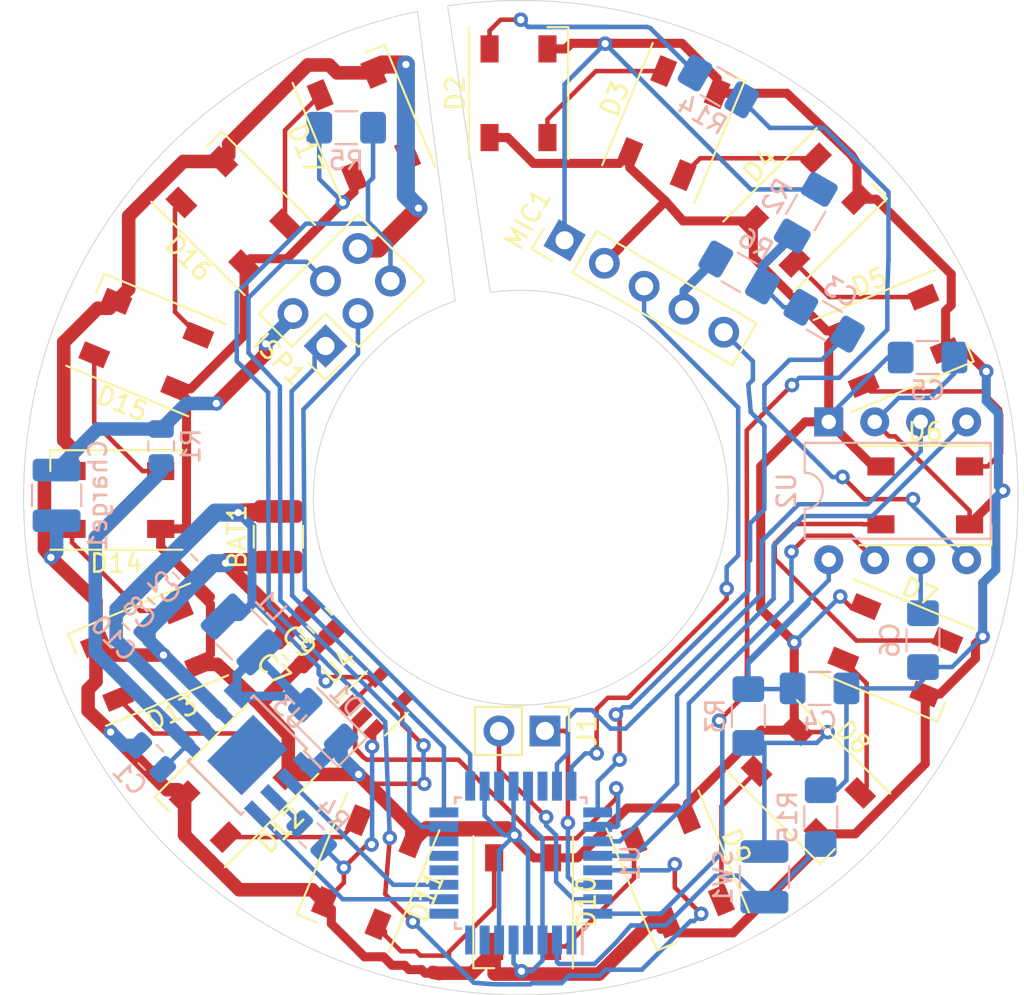
<source format=kicad_pcb>
(kicad_pcb (version 20171130) (host pcbnew 5.1.5)

  (general
    (thickness 1.6)
    (drawings 4)
    (tracks 651)
    (zones 0)
    (modules 46)
    (nets 45)
  )

  (page A4)
  (layers
    (0 F.Cu signal)
    (31 B.Cu signal)
    (32 B.Adhes user)
    (33 F.Adhes user)
    (34 B.Paste user)
    (35 F.Paste user)
    (36 B.SilkS user)
    (37 F.SilkS user)
    (38 B.Mask user)
    (39 F.Mask user)
    (40 Dwgs.User user)
    (41 Cmts.User user)
    (42 Eco1.User user)
    (43 Eco2.User user)
    (44 Edge.Cuts user)
    (45 Margin user)
    (46 B.CrtYd user)
    (47 F.CrtYd user)
    (48 B.Fab user)
    (49 F.Fab user)
  )

  (setup
    (last_trace_width 0.25)
    (user_trace_width 0.5)
    (user_trace_width 0.75)
    (user_trace_width 1)
    (user_trace_width 3)
    (trace_clearance 0.2)
    (zone_clearance 0.508)
    (zone_45_only no)
    (trace_min 0.2)
    (via_size 0.8)
    (via_drill 0.4)
    (via_min_size 0.4)
    (via_min_drill 0.3)
    (uvia_size 0.3)
    (uvia_drill 0.1)
    (uvias_allowed no)
    (uvia_min_size 0.2)
    (uvia_min_drill 0.1)
    (edge_width 0.05)
    (segment_width 0.2)
    (pcb_text_width 0.3)
    (pcb_text_size 1.5 1.5)
    (mod_edge_width 0.12)
    (mod_text_size 1 1)
    (mod_text_width 0.15)
    (pad_size 1.524 1.524)
    (pad_drill 0.762)
    (pad_to_mask_clearance 0.051)
    (solder_mask_min_width 0.25)
    (aux_axis_origin 0 0)
    (visible_elements 7FFFFFFF)
    (pcbplotparams
      (layerselection 0x010fc_ffffffff)
      (usegerberextensions false)
      (usegerberattributes false)
      (usegerberadvancedattributes false)
      (creategerberjobfile false)
      (excludeedgelayer true)
      (linewidth 0.100000)
      (plotframeref false)
      (viasonmask false)
      (mode 1)
      (useauxorigin false)
      (hpglpennumber 1)
      (hpglpenspeed 20)
      (hpglpendiameter 15.000000)
      (psnegative false)
      (psa4output false)
      (plotreference true)
      (plotvalue true)
      (plotinvisibletext false)
      (padsonsilk false)
      (subtractmaskfromsilk false)
      (outputformat 1)
      (mirror false)
      (drillshape 0)
      (scaleselection 1)
      (outputdirectory "fab"))
  )

  (net 0 "")
  (net 1 BAT-)
  (net 2 BAT+)
  (net 3 "Net-(C3-Pad2)")
  (net 4 "Net-(C3-Pad1)")
  (net 5 "Net-(C4-Pad1)")
  (net 6 PWR)
  (net 7 "Net-(C6-Pad1)")
  (net 8 MOSI)
  (net 9 Reset)
  (net 10 SCK)
  (net 11 MISO)
  (net 12 EQ_Reset)
  (net 13 EQ_Band)
  (net 14 RAW_Spectrum)
  (net 15 Button)
  (net 16 "Net-(D2-Pad4)")
  (net 17 LED1)
  (net 18 "Net-(D3-Pad4)")
  (net 19 "Net-(D4-Pad4)")
  (net 20 "Net-(D5-Pad4)")
  (net 21 "Net-(D6-Pad4)")
  (net 22 "Net-(D7-Pad4)")
  (net 23 "Net-(D8-Pad4)")
  (net 24 "Net-(D10-Pad2)")
  (net 25 "Net-(D10-Pad4)")
  (net 26 "Net-(D11-Pad4)")
  (net 27 "Net-(D12-Pad4)")
  (net 28 "Net-(D13-Pad4)")
  (net 29 "Net-(D14-Pad4)")
  (net 30 "Net-(D15-Pad4)")
  (net 31 "Net-(D16-Pad4)")
  (net 32 Gain_Select)
  (net 33 "Net-(MIC1-Pad4)")
  (net 34 Attack_Select)
  (net 35 "Net-(J1-Pad2)")
  (net 36 "Net-(J1-Pad1)")
  (net 37 5V_Flash)
  (net 38 "Net-(R14-Pad2)")
  (net 39 "Net-(C1-Pad2)")
  (net 40 "Net-(D1-Pad2)")
  (net 41 "Net-(R4-Pad2)")
  (net 42 STDBY)
  (net 43 CHRG)
  (net 44 BAT+_Switched)

  (net_class Default "This is the default net class."
    (clearance 0.2)
    (trace_width 0.25)
    (via_dia 0.8)
    (via_drill 0.4)
    (uvia_dia 0.3)
    (uvia_drill 0.1)
    (add_net 5V_Flash)
    (add_net Attack_Select)
    (add_net BAT+)
    (add_net BAT+_Switched)
    (add_net BAT-)
    (add_net Button)
    (add_net CHRG)
    (add_net EQ_Band)
    (add_net EQ_Reset)
    (add_net Gain_Select)
    (add_net LED1)
    (add_net MISO)
    (add_net MOSI)
    (add_net "Net-(C1-Pad2)")
    (add_net "Net-(C3-Pad1)")
    (add_net "Net-(C3-Pad2)")
    (add_net "Net-(C4-Pad1)")
    (add_net "Net-(C6-Pad1)")
    (add_net "Net-(D1-Pad2)")
    (add_net "Net-(D10-Pad2)")
    (add_net "Net-(D10-Pad4)")
    (add_net "Net-(D11-Pad4)")
    (add_net "Net-(D12-Pad4)")
    (add_net "Net-(D13-Pad4)")
    (add_net "Net-(D14-Pad4)")
    (add_net "Net-(D15-Pad4)")
    (add_net "Net-(D16-Pad4)")
    (add_net "Net-(D17-Pad4)")
    (add_net "Net-(D2-Pad4)")
    (add_net "Net-(D3-Pad4)")
    (add_net "Net-(D4-Pad4)")
    (add_net "Net-(D5-Pad4)")
    (add_net "Net-(D6-Pad4)")
    (add_net "Net-(D7-Pad4)")
    (add_net "Net-(D8-Pad4)")
    (add_net "Net-(J1-Pad1)")
    (add_net "Net-(J1-Pad2)")
    (add_net "Net-(MIC1-Pad4)")
    (add_net "Net-(R14-Pad2)")
    (add_net "Net-(R4-Pad2)")
    (add_net "Net-(U1-Pad1)")
    (add_net "Net-(U1-Pad12)")
    (add_net "Net-(U1-Pad13)")
    (add_net "Net-(U1-Pad14)")
    (add_net "Net-(U1-Pad19)")
    (add_net "Net-(U1-Pad22)")
    (add_net "Net-(U1-Pad7)")
    (add_net "Net-(U1-Pad8)")
    (add_net "Net-(U1-Pad9)")
    (add_net "Net-(U3-Pad9)")
    (add_net PWR)
    (add_net RAW_Spectrum)
    (add_net Reset)
    (add_net SCK)
    (add_net STDBY)
  )

  (module Package_TO_SOT_SMD:SOT-23-5 (layer F.Cu) (tedit 5A02FF57) (tstamp 5E17DAEC)
    (at 118.999 138.3665 45)
    (descr "5-pin SOT23 package")
    (tags SOT-23-5)
    (path /5E26469E)
    (attr smd)
    (fp_text reference U4 (at 0 -2.9 45) (layer F.SilkS)
      (effects (font (size 1 1) (thickness 0.15)))
    )
    (fp_text value TS5A3166DBVR (at 0 2.9 45) (layer F.Fab)
      (effects (font (size 1 1) (thickness 0.15)))
    )
    (fp_line (start 0.9 -1.55) (end 0.9 1.55) (layer F.Fab) (width 0.1))
    (fp_line (start 0.9 1.55) (end -0.9 1.55) (layer F.Fab) (width 0.1))
    (fp_line (start -0.9 -0.9) (end -0.9 1.55) (layer F.Fab) (width 0.1))
    (fp_line (start 0.9 -1.55) (end -0.25 -1.55) (layer F.Fab) (width 0.1))
    (fp_line (start -0.9 -0.9) (end -0.25 -1.55) (layer F.Fab) (width 0.1))
    (fp_line (start -1.9 1.8) (end -1.9 -1.8) (layer F.CrtYd) (width 0.05))
    (fp_line (start 1.9 1.8) (end -1.9 1.8) (layer F.CrtYd) (width 0.05))
    (fp_line (start 1.9 -1.8) (end 1.9 1.8) (layer F.CrtYd) (width 0.05))
    (fp_line (start -1.9 -1.8) (end 1.9 -1.8) (layer F.CrtYd) (width 0.05))
    (fp_line (start 0.9 -1.61) (end -1.55 -1.61) (layer F.SilkS) (width 0.12))
    (fp_line (start -0.9 1.61) (end 0.9 1.61) (layer F.SilkS) (width 0.12))
    (fp_text user %R (at 0 0 135) (layer F.Fab)
      (effects (font (size 0.5 0.5) (thickness 0.075)))
    )
    (pad 5 smd rect (at 1.1 -0.95 45) (size 1.06 0.65) (layers F.Cu F.Paste F.Mask)
      (net 2 BAT+))
    (pad 4 smd rect (at 1.1 0.95 45) (size 1.06 0.65) (layers F.Cu F.Paste F.Mask)
      (net 6 PWR))
    (pad 3 smd rect (at -1.1 0.95 45) (size 1.06 0.65) (layers F.Cu F.Paste F.Mask)
      (net 1 BAT-))
    (pad 2 smd rect (at -1.1 0 45) (size 1.06 0.65) (layers F.Cu F.Paste F.Mask)
      (net 44 BAT+_Switched))
    (pad 1 smd rect (at -1.1 -0.95 45) (size 1.06 0.65) (layers F.Cu F.Paste F.Mask)
      (net 2 BAT+))
    (model ${KISYS3DMOD}/Package_TO_SOT_SMD.3dshapes/SOT-23-5.wrl
      (at (xyz 0 0 0))
      (scale (xyz 1 1 1))
      (rotate (xyz 0 0 0))
    )
  )

  (module Inductor_SMD:L_1210_3225Metric (layer B.Cu) (tedit 5B301BBE) (tstamp 5E151A3C)
    (at 111.5695 134.5565 135)
    (descr "Inductor SMD 1210 (3225 Metric), square (rectangular) end terminal, IPC_7351 nominal, (Body size source: http://www.tortai-tech.com/upload/download/2011102023233369053.pdf), generated with kicad-footprint-generator")
    (tags inductor)
    (path /5E25CB33)
    (attr smd)
    (fp_text reference L1 (at 0 2.279999 315) (layer B.SilkS)
      (effects (font (size 1 1) (thickness 0.15)) (justify mirror))
    )
    (fp_text value 10uH (at 0 -2.279999 315) (layer B.Fab)
      (effects (font (size 1 1) (thickness 0.15)) (justify mirror))
    )
    (fp_text user %R (at 0 0 315) (layer B.Fab)
      (effects (font (size 0.8 0.8) (thickness 0.12)) (justify mirror))
    )
    (fp_line (start 2.28 -1.58) (end -2.28 -1.58) (layer B.CrtYd) (width 0.05))
    (fp_line (start 2.28 1.58) (end 2.28 -1.58) (layer B.CrtYd) (width 0.05))
    (fp_line (start -2.28 1.58) (end 2.28 1.58) (layer B.CrtYd) (width 0.05))
    (fp_line (start -2.28 -1.58) (end -2.28 1.58) (layer B.CrtYd) (width 0.05))
    (fp_line (start -0.602064 -1.36) (end 0.602064 -1.36) (layer B.SilkS) (width 0.12))
    (fp_line (start -0.602064 1.36) (end 0.602064 1.36) (layer B.SilkS) (width 0.12))
    (fp_line (start 1.6 -1.25) (end -1.6 -1.25) (layer B.Fab) (width 0.1))
    (fp_line (start 1.6 1.25) (end 1.6 -1.25) (layer B.Fab) (width 0.1))
    (fp_line (start -1.6 1.25) (end 1.6 1.25) (layer B.Fab) (width 0.1))
    (fp_line (start -1.6 -1.25) (end -1.6 1.25) (layer B.Fab) (width 0.1))
    (pad 2 smd roundrect (at 1.4 0 135) (size 1.25 2.65) (layers B.Cu B.Paste B.Mask) (roundrect_rratio 0.2)
      (net 2 BAT+))
    (pad 1 smd roundrect (at -1.4 0 135) (size 1.25 2.65) (layers B.Cu B.Paste B.Mask) (roundrect_rratio 0.2)
      (net 40 "Net-(D1-Pad2)"))
    (model ${KISYS3DMOD}/Inductor_SMD.3dshapes/L_1210_3225Metric.wrl
      (at (xyz 0 0 0))
      (scale (xyz 1 1 1))
      (rotate (xyz 0 0 0))
    )
  )

  (module Connector_PinHeader_2.54mm:PinHeader_1x02_P2.54mm_Vertical (layer F.Cu) (tedit 59FED5CC) (tstamp 5E16428E)
    (at 128.3335 139.8905 270)
    (descr "Through hole straight pin header, 1x02, 2.54mm pitch, single row")
    (tags "Through hole pin header THT 1x02 2.54mm single row")
    (path /5DB011DE)
    (fp_text reference J1 (at 0 -2.33 270) (layer F.SilkS)
      (effects (font (size 1 1) (thickness 0.15)))
    )
    (fp_text value Conn_01x02_Female (at 0 4.87 270) (layer F.Fab)
      (effects (font (size 1 1) (thickness 0.15)))
    )
    (fp_text user %R (at 0 1.27 180) (layer F.Fab)
      (effects (font (size 1 1) (thickness 0.15)))
    )
    (fp_line (start 1.8 -1.8) (end -1.8 -1.8) (layer F.CrtYd) (width 0.05))
    (fp_line (start 1.8 4.35) (end 1.8 -1.8) (layer F.CrtYd) (width 0.05))
    (fp_line (start -1.8 4.35) (end 1.8 4.35) (layer F.CrtYd) (width 0.05))
    (fp_line (start -1.8 -1.8) (end -1.8 4.35) (layer F.CrtYd) (width 0.05))
    (fp_line (start -1.33 -1.33) (end 0 -1.33) (layer F.SilkS) (width 0.12))
    (fp_line (start -1.33 0) (end -1.33 -1.33) (layer F.SilkS) (width 0.12))
    (fp_line (start -1.33 1.27) (end 1.33 1.27) (layer F.SilkS) (width 0.12))
    (fp_line (start 1.33 1.27) (end 1.33 3.87) (layer F.SilkS) (width 0.12))
    (fp_line (start -1.33 1.27) (end -1.33 3.87) (layer F.SilkS) (width 0.12))
    (fp_line (start -1.33 3.87) (end 1.33 3.87) (layer F.SilkS) (width 0.12))
    (fp_line (start -1.27 -0.635) (end -0.635 -1.27) (layer F.Fab) (width 0.1))
    (fp_line (start -1.27 3.81) (end -1.27 -0.635) (layer F.Fab) (width 0.1))
    (fp_line (start 1.27 3.81) (end -1.27 3.81) (layer F.Fab) (width 0.1))
    (fp_line (start 1.27 -1.27) (end 1.27 3.81) (layer F.Fab) (width 0.1))
    (fp_line (start -0.635 -1.27) (end 1.27 -1.27) (layer F.Fab) (width 0.1))
    (pad 2 thru_hole oval (at 0 2.54 270) (size 1.7 1.7) (drill 1) (layers *.Cu *.Mask)
      (net 35 "Net-(J1-Pad2)"))
    (pad 1 thru_hole rect (at 0 0 270) (size 1.7 1.7) (drill 1) (layers *.Cu *.Mask)
      (net 36 "Net-(J1-Pad1)"))
    (model ${KISYS3DMOD}/Connector_PinHeader_2.54mm.3dshapes/PinHeader_1x02_P2.54mm_Vertical.wrl
      (at (xyz 0 0 0))
      (scale (xyz 1 1 1))
      (rotate (xyz 0 0 0))
    )
  )

  (module LED_SMD:LED_SK6812_PLCC4_5.0x5.0mm_P3.2mm (layer F.Cu) (tedit 5AA4B263) (tstamp 5E169BE9)
    (at 118.563593 147.699156 247.5)
    (descr https://cdn-shop.adafruit.com/product-files/1138/SK6812+LED+datasheet+.pdf)
    (tags "LED RGB NeoPixel")
    (path /5DAB9CF5)
    (attr smd)
    (fp_text reference D11 (at 0 -3.5 67.5) (layer F.SilkS)
      (effects (font (size 1 1) (thickness 0.15)))
    )
    (fp_text value SK6812 (at 0 4 67.5) (layer F.Fab)
      (effects (font (size 1 1) (thickness 0.15)))
    )
    (fp_text user %R (at 0 0 67.5) (layer F.Fab)
      (effects (font (size 0.8 0.8) (thickness 0.15)))
    )
    (fp_line (start 3.45 -2.75) (end -3.45 -2.75) (layer F.CrtYd) (width 0.05))
    (fp_line (start 3.45 2.75) (end 3.45 -2.75) (layer F.CrtYd) (width 0.05))
    (fp_line (start -3.45 2.75) (end 3.45 2.75) (layer F.CrtYd) (width 0.05))
    (fp_line (start -3.45 -2.75) (end -3.45 2.75) (layer F.CrtYd) (width 0.05))
    (fp_line (start 2.5 1.5) (end 1.5 2.5) (layer F.Fab) (width 0.1))
    (fp_line (start -2.5 -2.5) (end -2.5 2.5) (layer F.Fab) (width 0.1))
    (fp_line (start -2.5 2.5) (end 2.5 2.5) (layer F.Fab) (width 0.1))
    (fp_line (start 2.5 2.5) (end 2.5 -2.5) (layer F.Fab) (width 0.1))
    (fp_line (start 2.5 -2.5) (end -2.5 -2.5) (layer F.Fab) (width 0.1))
    (fp_line (start -3.65 -2.75) (end 3.65 -2.75) (layer F.SilkS) (width 0.12))
    (fp_line (start -3.65 2.75) (end 3.65 2.75) (layer F.SilkS) (width 0.12))
    (fp_line (start 3.65 2.75) (end 3.65 1.6) (layer F.SilkS) (width 0.12))
    (fp_circle (center 0 0) (end 0 -2) (layer F.Fab) (width 0.1))
    (pad 1 smd rect (at 2.45 1.6 247.5) (size 1.5 1) (layers F.Cu F.Paste F.Mask)
      (net 1 BAT-))
    (pad 2 smd rect (at 2.45 -1.6 247.5) (size 1.5 1) (layers F.Cu F.Paste F.Mask)
      (net 25 "Net-(D10-Pad4)"))
    (pad 4 smd rect (at -2.45 1.6 247.5) (size 1.5 1) (layers F.Cu F.Paste F.Mask)
      (net 26 "Net-(D11-Pad4)"))
    (pad 3 smd rect (at -2.45 -1.6 247.5) (size 1.5 1) (layers F.Cu F.Paste F.Mask)
      (net 6 PWR))
    (model ${KISYS3DMOD}/LED_SMD.3dshapes/LED_SK6812_PLCC4_5.0x5.0mm_P3.2mm.wrl
      (at (xyz 0 0 0))
      (scale (xyz 1 1 1))
      (rotate (xyz 0 0 0))
    )
  )

  (module LED_SMD:LED_SK6812_PLCC4_5.0x5.0mm_P3.2mm (layer F.Cu) (tedit 5AA4B263) (tstamp 5E169BAA)
    (at 111.284552 142.895053 225)
    (descr https://cdn-shop.adafruit.com/product-files/1138/SK6812+LED+datasheet+.pdf)
    (tags "LED RGB NeoPixel")
    (path /5DAB9CFF)
    (attr smd)
    (fp_text reference D12 (at 0 -3.5 45) (layer F.SilkS)
      (effects (font (size 1 1) (thickness 0.15)))
    )
    (fp_text value SK6812 (at 0 4 45) (layer F.Fab)
      (effects (font (size 1 1) (thickness 0.15)))
    )
    (fp_text user %R (at 0 0 45) (layer F.Fab)
      (effects (font (size 0.8 0.8) (thickness 0.15)))
    )
    (fp_line (start 3.45 -2.75) (end -3.45 -2.75) (layer F.CrtYd) (width 0.05))
    (fp_line (start 3.45 2.75) (end 3.45 -2.75) (layer F.CrtYd) (width 0.05))
    (fp_line (start -3.45 2.75) (end 3.45 2.75) (layer F.CrtYd) (width 0.05))
    (fp_line (start -3.45 -2.75) (end -3.45 2.75) (layer F.CrtYd) (width 0.05))
    (fp_line (start 2.5 1.5) (end 1.5 2.5) (layer F.Fab) (width 0.1))
    (fp_line (start -2.5 -2.5) (end -2.5 2.5) (layer F.Fab) (width 0.1))
    (fp_line (start -2.5 2.5) (end 2.5 2.5) (layer F.Fab) (width 0.1))
    (fp_line (start 2.5 2.5) (end 2.5 -2.5) (layer F.Fab) (width 0.1))
    (fp_line (start 2.5 -2.5) (end -2.5 -2.5) (layer F.Fab) (width 0.1))
    (fp_line (start -3.65 -2.75) (end 3.65 -2.75) (layer F.SilkS) (width 0.12))
    (fp_line (start -3.65 2.75) (end 3.65 2.75) (layer F.SilkS) (width 0.12))
    (fp_line (start 3.65 2.75) (end 3.65 1.6) (layer F.SilkS) (width 0.12))
    (fp_circle (center 0 0) (end 0 -2) (layer F.Fab) (width 0.1))
    (pad 1 smd rect (at 2.45 1.6 225) (size 1.5 1) (layers F.Cu F.Paste F.Mask)
      (net 1 BAT-))
    (pad 2 smd rect (at 2.45 -1.6 225) (size 1.5 1) (layers F.Cu F.Paste F.Mask)
      (net 26 "Net-(D11-Pad4)"))
    (pad 4 smd rect (at -2.45 1.6 225) (size 1.5 1) (layers F.Cu F.Paste F.Mask)
      (net 27 "Net-(D12-Pad4)"))
    (pad 3 smd rect (at -2.45 -1.6 225) (size 1.5 1) (layers F.Cu F.Paste F.Mask)
      (net 6 PWR))
    (model ${KISYS3DMOD}/LED_SMD.3dshapes/LED_SK6812_PLCC4_5.0x5.0mm_P3.2mm.wrl
      (at (xyz 0 0 0))
      (scale (xyz 1 1 1))
      (rotate (xyz 0 0 0))
    )
  )

  (module LED_SMD:LED_SK6812_PLCC4_5.0x5.0mm_P3.2mm (layer F.Cu) (tedit 5AA4B263) (tstamp 5E169A6F)
    (at 106.398045 135.671073 202.5)
    (descr https://cdn-shop.adafruit.com/product-files/1138/SK6812+LED+datasheet+.pdf)
    (tags "LED RGB NeoPixel")
    (path /5DAB9D09)
    (attr smd)
    (fp_text reference D13 (at 0 -3.5 22.5) (layer F.SilkS)
      (effects (font (size 1 1) (thickness 0.15)))
    )
    (fp_text value SK6812 (at 0 4 22.5) (layer F.Fab)
      (effects (font (size 1 1) (thickness 0.15)))
    )
    (fp_text user %R (at 0 0 22.5) (layer F.Fab)
      (effects (font (size 0.8 0.8) (thickness 0.15)))
    )
    (fp_line (start 3.45 -2.75) (end -3.45 -2.75) (layer F.CrtYd) (width 0.05))
    (fp_line (start 3.45 2.75) (end 3.45 -2.75) (layer F.CrtYd) (width 0.05))
    (fp_line (start -3.45 2.75) (end 3.45 2.75) (layer F.CrtYd) (width 0.05))
    (fp_line (start -3.45 -2.75) (end -3.45 2.75) (layer F.CrtYd) (width 0.05))
    (fp_line (start 2.5 1.5) (end 1.5 2.5) (layer F.Fab) (width 0.1))
    (fp_line (start -2.5 -2.5) (end -2.5 2.5) (layer F.Fab) (width 0.1))
    (fp_line (start -2.5 2.5) (end 2.5 2.5) (layer F.Fab) (width 0.1))
    (fp_line (start 2.5 2.5) (end 2.5 -2.5) (layer F.Fab) (width 0.1))
    (fp_line (start 2.5 -2.5) (end -2.5 -2.5) (layer F.Fab) (width 0.1))
    (fp_line (start -3.65 -2.75) (end 3.65 -2.75) (layer F.SilkS) (width 0.12))
    (fp_line (start -3.65 2.75) (end 3.65 2.75) (layer F.SilkS) (width 0.12))
    (fp_line (start 3.65 2.75) (end 3.65 1.6) (layer F.SilkS) (width 0.12))
    (fp_circle (center 0 0) (end 0 -2) (layer F.Fab) (width 0.1))
    (pad 1 smd rect (at 2.45 1.6 202.5) (size 1.5 1) (layers F.Cu F.Paste F.Mask)
      (net 1 BAT-))
    (pad 2 smd rect (at 2.45 -1.6 202.5) (size 1.5 1) (layers F.Cu F.Paste F.Mask)
      (net 27 "Net-(D12-Pad4)"))
    (pad 4 smd rect (at -2.45 1.6 202.5) (size 1.5 1) (layers F.Cu F.Paste F.Mask)
      (net 28 "Net-(D13-Pad4)"))
    (pad 3 smd rect (at -2.45 -1.6 202.5) (size 1.5 1) (layers F.Cu F.Paste F.Mask)
      (net 6 PWR))
    (model ${KISYS3DMOD}/LED_SMD.3dshapes/LED_SK6812_PLCC4_5.0x5.0mm_P3.2mm.wrl
      (at (xyz 0 0 0))
      (scale (xyz 1 1 1))
      (rotate (xyz 0 0 0))
    )
  )

  (module LED_SMD:LED_SK6812_PLCC4_5.0x5.0mm_P3.2mm (layer F.Cu) (tedit 5AA4B263) (tstamp 5E169CA6)
    (at 104.648 127.127 180)
    (descr https://cdn-shop.adafruit.com/product-files/1138/SK6812+LED+datasheet+.pdf)
    (tags "LED RGB NeoPixel")
    (path /5DAC0EDF)
    (attr smd)
    (fp_text reference D14 (at 0 -3.5) (layer F.SilkS)
      (effects (font (size 1 1) (thickness 0.15)))
    )
    (fp_text value SK6812 (at 0 4) (layer F.Fab)
      (effects (font (size 1 1) (thickness 0.15)))
    )
    (fp_text user %R (at 0 0) (layer F.Fab)
      (effects (font (size 0.8 0.8) (thickness 0.15)))
    )
    (fp_line (start 3.45 -2.75) (end -3.45 -2.75) (layer F.CrtYd) (width 0.05))
    (fp_line (start 3.45 2.75) (end 3.45 -2.75) (layer F.CrtYd) (width 0.05))
    (fp_line (start -3.45 2.75) (end 3.45 2.75) (layer F.CrtYd) (width 0.05))
    (fp_line (start -3.45 -2.75) (end -3.45 2.75) (layer F.CrtYd) (width 0.05))
    (fp_line (start 2.5 1.5) (end 1.5 2.5) (layer F.Fab) (width 0.1))
    (fp_line (start -2.5 -2.5) (end -2.5 2.5) (layer F.Fab) (width 0.1))
    (fp_line (start -2.5 2.5) (end 2.5 2.5) (layer F.Fab) (width 0.1))
    (fp_line (start 2.5 2.5) (end 2.5 -2.5) (layer F.Fab) (width 0.1))
    (fp_line (start 2.5 -2.5) (end -2.5 -2.5) (layer F.Fab) (width 0.1))
    (fp_line (start -3.65 -2.75) (end 3.65 -2.75) (layer F.SilkS) (width 0.12))
    (fp_line (start -3.65 2.75) (end 3.65 2.75) (layer F.SilkS) (width 0.12))
    (fp_line (start 3.65 2.75) (end 3.65 1.6) (layer F.SilkS) (width 0.12))
    (fp_circle (center 0 0) (end 0 -2) (layer F.Fab) (width 0.1))
    (pad 1 smd rect (at 2.45 1.6 180) (size 1.5 1) (layers F.Cu F.Paste F.Mask)
      (net 1 BAT-))
    (pad 2 smd rect (at 2.45 -1.6 180) (size 1.5 1) (layers F.Cu F.Paste F.Mask)
      (net 28 "Net-(D13-Pad4)"))
    (pad 4 smd rect (at -2.45 1.6 180) (size 1.5 1) (layers F.Cu F.Paste F.Mask)
      (net 29 "Net-(D14-Pad4)"))
    (pad 3 smd rect (at -2.45 -1.6 180) (size 1.5 1) (layers F.Cu F.Paste F.Mask)
      (net 6 PWR))
    (model ${KISYS3DMOD}/LED_SMD.3dshapes/LED_SK6812_PLCC4_5.0x5.0mm_P3.2mm.wrl
      (at (xyz 0 0 0))
      (scale (xyz 1 1 1))
      (rotate (xyz 0 0 0))
    )
  )

  (module LED_SMD:LED_SK6812_PLCC4_5.0x5.0mm_P3.2mm (layer F.Cu) (tedit 5AA4B263) (tstamp 5E169B6B)
    (at 106.300844 118.563593 157.5)
    (descr https://cdn-shop.adafruit.com/product-files/1138/SK6812+LED+datasheet+.pdf)
    (tags "LED RGB NeoPixel")
    (path /5DAC0EE9)
    (attr smd)
    (fp_text reference D15 (at 0 -3.5 157.5) (layer F.SilkS)
      (effects (font (size 1 1) (thickness 0.15)))
    )
    (fp_text value SK6812 (at 0 4 157.5) (layer F.Fab)
      (effects (font (size 1 1) (thickness 0.15)))
    )
    (fp_text user %R (at 0 0 157.5) (layer F.Fab)
      (effects (font (size 0.8 0.8) (thickness 0.15)))
    )
    (fp_line (start 3.45 -2.75) (end -3.45 -2.75) (layer F.CrtYd) (width 0.05))
    (fp_line (start 3.45 2.75) (end 3.45 -2.75) (layer F.CrtYd) (width 0.05))
    (fp_line (start -3.45 2.75) (end 3.45 2.75) (layer F.CrtYd) (width 0.05))
    (fp_line (start -3.45 -2.75) (end -3.45 2.75) (layer F.CrtYd) (width 0.05))
    (fp_line (start 2.5 1.5) (end 1.5 2.5) (layer F.Fab) (width 0.1))
    (fp_line (start -2.5 -2.5) (end -2.5 2.5) (layer F.Fab) (width 0.1))
    (fp_line (start -2.5 2.5) (end 2.5 2.5) (layer F.Fab) (width 0.1))
    (fp_line (start 2.5 2.5) (end 2.5 -2.5) (layer F.Fab) (width 0.1))
    (fp_line (start 2.5 -2.5) (end -2.5 -2.5) (layer F.Fab) (width 0.1))
    (fp_line (start -3.65 -2.75) (end 3.65 -2.75) (layer F.SilkS) (width 0.12))
    (fp_line (start -3.65 2.75) (end 3.65 2.75) (layer F.SilkS) (width 0.12))
    (fp_line (start 3.65 2.75) (end 3.65 1.6) (layer F.SilkS) (width 0.12))
    (fp_circle (center 0 0) (end 0 -2) (layer F.Fab) (width 0.1))
    (pad 1 smd rect (at 2.45 1.6 157.5) (size 1.5 1) (layers F.Cu F.Paste F.Mask)
      (net 1 BAT-))
    (pad 2 smd rect (at 2.45 -1.6 157.5) (size 1.5 1) (layers F.Cu F.Paste F.Mask)
      (net 29 "Net-(D14-Pad4)"))
    (pad 4 smd rect (at -2.45 1.6 157.5) (size 1.5 1) (layers F.Cu F.Paste F.Mask)
      (net 30 "Net-(D15-Pad4)"))
    (pad 3 smd rect (at -2.45 -1.6 157.5) (size 1.5 1) (layers F.Cu F.Paste F.Mask)
      (net 6 PWR))
    (model ${KISYS3DMOD}/LED_SMD.3dshapes/LED_SK6812_PLCC4_5.0x5.0mm_P3.2mm.wrl
      (at (xyz 0 0 0))
      (scale (xyz 1 1 1))
      (rotate (xyz 0 0 0))
    )
  )

  (module LED_SMD:LED_SK6812_PLCC4_5.0x5.0mm_P3.2mm (layer F.Cu) (tedit 5AA4B263) (tstamp 5E169B2C)
    (at 111.104947 111.284552 135)
    (descr https://cdn-shop.adafruit.com/product-files/1138/SK6812+LED+datasheet+.pdf)
    (tags "LED RGB NeoPixel")
    (path /5DAC0EF3)
    (attr smd)
    (fp_text reference D16 (at 0 -3.5 135) (layer F.SilkS)
      (effects (font (size 1 1) (thickness 0.15)))
    )
    (fp_text value SK6812 (at 0 4 135) (layer F.Fab)
      (effects (font (size 1 1) (thickness 0.15)))
    )
    (fp_text user %R (at 0 0 135) (layer F.Fab)
      (effects (font (size 0.8 0.8) (thickness 0.15)))
    )
    (fp_line (start 3.45 -2.75) (end -3.45 -2.75) (layer F.CrtYd) (width 0.05))
    (fp_line (start 3.45 2.75) (end 3.45 -2.75) (layer F.CrtYd) (width 0.05))
    (fp_line (start -3.45 2.75) (end 3.45 2.75) (layer F.CrtYd) (width 0.05))
    (fp_line (start -3.45 -2.75) (end -3.45 2.75) (layer F.CrtYd) (width 0.05))
    (fp_line (start 2.5 1.5) (end 1.5 2.5) (layer F.Fab) (width 0.1))
    (fp_line (start -2.5 -2.5) (end -2.5 2.5) (layer F.Fab) (width 0.1))
    (fp_line (start -2.5 2.5) (end 2.5 2.5) (layer F.Fab) (width 0.1))
    (fp_line (start 2.5 2.5) (end 2.5 -2.5) (layer F.Fab) (width 0.1))
    (fp_line (start 2.5 -2.5) (end -2.5 -2.5) (layer F.Fab) (width 0.1))
    (fp_line (start -3.65 -2.75) (end 3.65 -2.75) (layer F.SilkS) (width 0.12))
    (fp_line (start -3.65 2.75) (end 3.65 2.75) (layer F.SilkS) (width 0.12))
    (fp_line (start 3.65 2.75) (end 3.65 1.6) (layer F.SilkS) (width 0.12))
    (fp_circle (center 0 0) (end 0 -2) (layer F.Fab) (width 0.1))
    (pad 1 smd rect (at 2.45 1.6 135) (size 1.5 1) (layers F.Cu F.Paste F.Mask)
      (net 1 BAT-))
    (pad 2 smd rect (at 2.45 -1.6 135) (size 1.5 1) (layers F.Cu F.Paste F.Mask)
      (net 30 "Net-(D15-Pad4)"))
    (pad 4 smd rect (at -2.45 1.6 135) (size 1.5 1) (layers F.Cu F.Paste F.Mask)
      (net 31 "Net-(D16-Pad4)"))
    (pad 3 smd rect (at -2.45 -1.6 135) (size 1.5 1) (layers F.Cu F.Paste F.Mask)
      (net 6 PWR))
    (model ${KISYS3DMOD}/LED_SMD.3dshapes/LED_SK6812_PLCC4_5.0x5.0mm_P3.2mm.wrl
      (at (xyz 0 0 0))
      (scale (xyz 1 1 1))
      (rotate (xyz 0 0 0))
    )
  )

  (module LED_SMD:LED_SK6812_PLCC4_5.0x5.0mm_P3.2mm (layer F.Cu) (tedit 5AA4B263) (tstamp 5E169AAE)
    (at 118.328927 106.398045 112.5)
    (descr https://cdn-shop.adafruit.com/product-files/1138/SK6812+LED+datasheet+.pdf)
    (tags "LED RGB NeoPixel")
    (path /5DAC0EFD)
    (attr smd)
    (fp_text reference D17 (at 0 -3.5 112.5) (layer F.SilkS)
      (effects (font (size 1 1) (thickness 0.15)))
    )
    (fp_text value SK6812 (at 0 4 112.5) (layer F.Fab)
      (effects (font (size 1 1) (thickness 0.15)))
    )
    (fp_text user %R (at 0 0 112.5) (layer F.Fab)
      (effects (font (size 0.8 0.8) (thickness 0.15)))
    )
    (fp_line (start 3.45 -2.75) (end -3.45 -2.75) (layer F.CrtYd) (width 0.05))
    (fp_line (start 3.45 2.75) (end 3.45 -2.75) (layer F.CrtYd) (width 0.05))
    (fp_line (start -3.45 2.75) (end 3.45 2.75) (layer F.CrtYd) (width 0.05))
    (fp_line (start -3.45 -2.75) (end -3.45 2.75) (layer F.CrtYd) (width 0.05))
    (fp_line (start 2.5 1.5) (end 1.5 2.5) (layer F.Fab) (width 0.1))
    (fp_line (start -2.5 -2.5) (end -2.5 2.5) (layer F.Fab) (width 0.1))
    (fp_line (start -2.5 2.5) (end 2.5 2.5) (layer F.Fab) (width 0.1))
    (fp_line (start 2.5 2.5) (end 2.5 -2.5) (layer F.Fab) (width 0.1))
    (fp_line (start 2.5 -2.5) (end -2.5 -2.5) (layer F.Fab) (width 0.1))
    (fp_line (start -3.65 -2.75) (end 3.65 -2.75) (layer F.SilkS) (width 0.12))
    (fp_line (start -3.65 2.75) (end 3.65 2.75) (layer F.SilkS) (width 0.12))
    (fp_line (start 3.65 2.75) (end 3.65 1.6) (layer F.SilkS) (width 0.12))
    (fp_circle (center 0 0) (end 0 -2) (layer F.Fab) (width 0.1))
    (pad 1 smd rect (at 2.45 1.6 112.5) (size 1.5 1) (layers F.Cu F.Paste F.Mask)
      (net 1 BAT-))
    (pad 2 smd rect (at 2.45 -1.6 112.5) (size 1.5 1) (layers F.Cu F.Paste F.Mask)
      (net 31 "Net-(D16-Pad4)"))
    (pad 4 smd rect (at -2.45 1.6 112.5) (size 1.5 1) (layers F.Cu F.Paste F.Mask))
    (pad 3 smd rect (at -2.45 -1.6 112.5) (size 1.5 1) (layers F.Cu F.Paste F.Mask)
      (net 6 PWR))
    (model ${KISYS3DMOD}/LED_SMD.3dshapes/LED_SK6812_PLCC4_5.0x5.0mm_P3.2mm.wrl
      (at (xyz 0 0 0))
      (scale (xyz 1 1 1))
      (rotate (xyz 0 0 0))
    )
  )

  (module LED_SMD:LED_SK6812_PLCC4_5.0x5.0mm_P3.2mm (layer F.Cu) (tedit 5AA4B263) (tstamp 5E169CE5)
    (at 126.873 104.648 90)
    (descr https://cdn-shop.adafruit.com/product-files/1138/SK6812+LED+datasheet+.pdf)
    (tags "LED RGB NeoPixel")
    (path /5DAAFF0A)
    (attr smd)
    (fp_text reference D2 (at 0 -3.5 90) (layer F.SilkS)
      (effects (font (size 1 1) (thickness 0.15)))
    )
    (fp_text value SK6812 (at 0 4 90) (layer F.Fab)
      (effects (font (size 1 1) (thickness 0.15)))
    )
    (fp_text user %R (at 0 0 90) (layer F.Fab)
      (effects (font (size 0.8 0.8) (thickness 0.15)))
    )
    (fp_line (start 3.45 -2.75) (end -3.45 -2.75) (layer F.CrtYd) (width 0.05))
    (fp_line (start 3.45 2.75) (end 3.45 -2.75) (layer F.CrtYd) (width 0.05))
    (fp_line (start -3.45 2.75) (end 3.45 2.75) (layer F.CrtYd) (width 0.05))
    (fp_line (start -3.45 -2.75) (end -3.45 2.75) (layer F.CrtYd) (width 0.05))
    (fp_line (start 2.5 1.5) (end 1.5 2.5) (layer F.Fab) (width 0.1))
    (fp_line (start -2.5 -2.5) (end -2.5 2.5) (layer F.Fab) (width 0.1))
    (fp_line (start -2.5 2.5) (end 2.5 2.5) (layer F.Fab) (width 0.1))
    (fp_line (start 2.5 2.5) (end 2.5 -2.5) (layer F.Fab) (width 0.1))
    (fp_line (start 2.5 -2.5) (end -2.5 -2.5) (layer F.Fab) (width 0.1))
    (fp_line (start -3.65 -2.75) (end 3.65 -2.75) (layer F.SilkS) (width 0.12))
    (fp_line (start -3.65 2.75) (end 3.65 2.75) (layer F.SilkS) (width 0.12))
    (fp_line (start 3.65 2.75) (end 3.65 1.6) (layer F.SilkS) (width 0.12))
    (fp_circle (center 0 0) (end 0 -2) (layer F.Fab) (width 0.1))
    (pad 1 smd rect (at 2.45 1.6 90) (size 1.5 1) (layers F.Cu F.Paste F.Mask)
      (net 1 BAT-))
    (pad 2 smd rect (at 2.45 -1.6 90) (size 1.5 1) (layers F.Cu F.Paste F.Mask)
      (net 17 LED1))
    (pad 4 smd rect (at -2.45 1.6 90) (size 1.5 1) (layers F.Cu F.Paste F.Mask)
      (net 16 "Net-(D2-Pad4)"))
    (pad 3 smd rect (at -2.45 -1.6 90) (size 1.5 1) (layers F.Cu F.Paste F.Mask)
      (net 6 PWR))
    (model ${KISYS3DMOD}/LED_SMD.3dshapes/LED_SK6812_PLCC4_5.0x5.0mm_P3.2mm.wrl
      (at (xyz 0 0 0))
      (scale (xyz 1 1 1))
      (rotate (xyz 0 0 0))
    )
  )

  (module LED_SMD:LED_SK6812_PLCC4_5.0x5.0mm_P3.2mm (layer F.Cu) (tedit 5AA4B263) (tstamp 5E169AED)
    (at 135.436407 106.300844 67.5)
    (descr https://cdn-shop.adafruit.com/product-files/1138/SK6812+LED+datasheet+.pdf)
    (tags "LED RGB NeoPixel")
    (path /5DAB1276)
    (attr smd)
    (fp_text reference D3 (at 0 -3.5 67.5) (layer F.SilkS)
      (effects (font (size 1 1) (thickness 0.15)))
    )
    (fp_text value SK6812 (at 0 4 67.5) (layer F.Fab)
      (effects (font (size 1 1) (thickness 0.15)))
    )
    (fp_text user %R (at 0 0 67.5) (layer F.Fab)
      (effects (font (size 0.8 0.8) (thickness 0.15)))
    )
    (fp_line (start 3.45 -2.75) (end -3.45 -2.75) (layer F.CrtYd) (width 0.05))
    (fp_line (start 3.45 2.75) (end 3.45 -2.75) (layer F.CrtYd) (width 0.05))
    (fp_line (start -3.45 2.75) (end 3.45 2.75) (layer F.CrtYd) (width 0.05))
    (fp_line (start -3.45 -2.75) (end -3.45 2.75) (layer F.CrtYd) (width 0.05))
    (fp_line (start 2.5 1.5) (end 1.5 2.5) (layer F.Fab) (width 0.1))
    (fp_line (start -2.5 -2.5) (end -2.5 2.5) (layer F.Fab) (width 0.1))
    (fp_line (start -2.5 2.5) (end 2.5 2.5) (layer F.Fab) (width 0.1))
    (fp_line (start 2.5 2.5) (end 2.5 -2.5) (layer F.Fab) (width 0.1))
    (fp_line (start 2.5 -2.5) (end -2.5 -2.5) (layer F.Fab) (width 0.1))
    (fp_line (start -3.65 -2.75) (end 3.65 -2.75) (layer F.SilkS) (width 0.12))
    (fp_line (start -3.65 2.75) (end 3.65 2.75) (layer F.SilkS) (width 0.12))
    (fp_line (start 3.65 2.75) (end 3.65 1.6) (layer F.SilkS) (width 0.12))
    (fp_circle (center 0 0) (end 0 -2) (layer F.Fab) (width 0.1))
    (pad 1 smd rect (at 2.45 1.6 67.5) (size 1.5 1) (layers F.Cu F.Paste F.Mask)
      (net 1 BAT-))
    (pad 2 smd rect (at 2.45 -1.6 67.5) (size 1.5 1) (layers F.Cu F.Paste F.Mask)
      (net 16 "Net-(D2-Pad4)"))
    (pad 4 smd rect (at -2.45 1.6 67.5) (size 1.5 1) (layers F.Cu F.Paste F.Mask)
      (net 18 "Net-(D3-Pad4)"))
    (pad 3 smd rect (at -2.45 -1.6 67.5) (size 1.5 1) (layers F.Cu F.Paste F.Mask)
      (net 6 PWR))
    (model ${KISYS3DMOD}/LED_SMD.3dshapes/LED_SK6812_PLCC4_5.0x5.0mm_P3.2mm.wrl
      (at (xyz 0 0 0))
      (scale (xyz 1 1 1))
      (rotate (xyz 0 0 0))
    )
  )

  (module LED_SMD:LED_SK6812_PLCC4_5.0x5.0mm_P3.2mm (layer F.Cu) (tedit 5AA4B263) (tstamp 5E1699F1)
    (at 142.715448 111.104947 45)
    (descr https://cdn-shop.adafruit.com/product-files/1138/SK6812+LED+datasheet+.pdf)
    (tags "LED RGB NeoPixel")
    (path /5DAB1889)
    (attr smd)
    (fp_text reference D4 (at 0 -3.5 45) (layer F.SilkS)
      (effects (font (size 1 1) (thickness 0.15)))
    )
    (fp_text value SK6812 (at 0 4 45) (layer F.Fab)
      (effects (font (size 1 1) (thickness 0.15)))
    )
    (fp_text user %R (at 0 0 45) (layer F.Fab)
      (effects (font (size 0.8 0.8) (thickness 0.15)))
    )
    (fp_line (start 3.45 -2.75) (end -3.45 -2.75) (layer F.CrtYd) (width 0.05))
    (fp_line (start 3.45 2.75) (end 3.45 -2.75) (layer F.CrtYd) (width 0.05))
    (fp_line (start -3.45 2.75) (end 3.45 2.75) (layer F.CrtYd) (width 0.05))
    (fp_line (start -3.45 -2.75) (end -3.45 2.75) (layer F.CrtYd) (width 0.05))
    (fp_line (start 2.5 1.5) (end 1.5 2.5) (layer F.Fab) (width 0.1))
    (fp_line (start -2.5 -2.5) (end -2.5 2.5) (layer F.Fab) (width 0.1))
    (fp_line (start -2.5 2.5) (end 2.5 2.5) (layer F.Fab) (width 0.1))
    (fp_line (start 2.5 2.5) (end 2.5 -2.5) (layer F.Fab) (width 0.1))
    (fp_line (start 2.5 -2.5) (end -2.5 -2.5) (layer F.Fab) (width 0.1))
    (fp_line (start -3.65 -2.75) (end 3.65 -2.75) (layer F.SilkS) (width 0.12))
    (fp_line (start -3.65 2.75) (end 3.65 2.75) (layer F.SilkS) (width 0.12))
    (fp_line (start 3.65 2.75) (end 3.65 1.6) (layer F.SilkS) (width 0.12))
    (fp_circle (center 0 0) (end 0 -2) (layer F.Fab) (width 0.1))
    (pad 1 smd rect (at 2.45 1.6 45) (size 1.5 1) (layers F.Cu F.Paste F.Mask)
      (net 1 BAT-))
    (pad 2 smd rect (at 2.45 -1.6 45) (size 1.5 1) (layers F.Cu F.Paste F.Mask)
      (net 18 "Net-(D3-Pad4)"))
    (pad 4 smd rect (at -2.45 1.6 45) (size 1.5 1) (layers F.Cu F.Paste F.Mask)
      (net 19 "Net-(D4-Pad4)"))
    (pad 3 smd rect (at -2.45 -1.6 45) (size 1.5 1) (layers F.Cu F.Paste F.Mask)
      (net 6 PWR))
    (model ${KISYS3DMOD}/LED_SMD.3dshapes/LED_SK6812_PLCC4_5.0x5.0mm_P3.2mm.wrl
      (at (xyz 0 0 0))
      (scale (xyz 1 1 1))
      (rotate (xyz 0 0 0))
    )
  )

  (module LED_SMD:LED_SK6812_PLCC4_5.0x5.0mm_P3.2mm (layer F.Cu) (tedit 5AA4B263) (tstamp 5E169973)
    (at 147.601955 118.328927 22.5)
    (descr https://cdn-shop.adafruit.com/product-files/1138/SK6812+LED+datasheet+.pdf)
    (tags "LED RGB NeoPixel")
    (path /5DAB6C64)
    (attr smd)
    (fp_text reference D5 (at 0 -3.5 22.5) (layer F.SilkS)
      (effects (font (size 1 1) (thickness 0.15)))
    )
    (fp_text value SK6812 (at 0 4 22.5) (layer F.Fab)
      (effects (font (size 1 1) (thickness 0.15)))
    )
    (fp_text user %R (at 0 0 22.5) (layer F.Fab)
      (effects (font (size 0.8 0.8) (thickness 0.15)))
    )
    (fp_line (start 3.45 -2.75) (end -3.45 -2.75) (layer F.CrtYd) (width 0.05))
    (fp_line (start 3.45 2.75) (end 3.45 -2.75) (layer F.CrtYd) (width 0.05))
    (fp_line (start -3.45 2.75) (end 3.45 2.75) (layer F.CrtYd) (width 0.05))
    (fp_line (start -3.45 -2.75) (end -3.45 2.75) (layer F.CrtYd) (width 0.05))
    (fp_line (start 2.5 1.5) (end 1.5 2.5) (layer F.Fab) (width 0.1))
    (fp_line (start -2.5 -2.5) (end -2.5 2.5) (layer F.Fab) (width 0.1))
    (fp_line (start -2.5 2.5) (end 2.5 2.5) (layer F.Fab) (width 0.1))
    (fp_line (start 2.5 2.5) (end 2.5 -2.5) (layer F.Fab) (width 0.1))
    (fp_line (start 2.5 -2.5) (end -2.5 -2.5) (layer F.Fab) (width 0.1))
    (fp_line (start -3.65 -2.75) (end 3.65 -2.75) (layer F.SilkS) (width 0.12))
    (fp_line (start -3.65 2.75) (end 3.65 2.75) (layer F.SilkS) (width 0.12))
    (fp_line (start 3.65 2.75) (end 3.65 1.6) (layer F.SilkS) (width 0.12))
    (fp_circle (center 0 0) (end 0 -2) (layer F.Fab) (width 0.1))
    (pad 1 smd rect (at 2.45 1.6 22.5) (size 1.5 1) (layers F.Cu F.Paste F.Mask)
      (net 1 BAT-))
    (pad 2 smd rect (at 2.45 -1.6 22.5) (size 1.5 1) (layers F.Cu F.Paste F.Mask)
      (net 19 "Net-(D4-Pad4)"))
    (pad 4 smd rect (at -2.45 1.6 22.5) (size 1.5 1) (layers F.Cu F.Paste F.Mask)
      (net 20 "Net-(D5-Pad4)"))
    (pad 3 smd rect (at -2.45 -1.6 22.5) (size 1.5 1) (layers F.Cu F.Paste F.Mask)
      (net 6 PWR))
    (model ${KISYS3DMOD}/LED_SMD.3dshapes/LED_SK6812_PLCC4_5.0x5.0mm_P3.2mm.wrl
      (at (xyz 0 0 0))
      (scale (xyz 1 1 1))
      (rotate (xyz 0 0 0))
    )
  )

  (module LED_SMD:LED_SK6812_PLCC4_5.0x5.0mm_P3.2mm (layer F.Cu) (tedit 5AA4B263) (tstamp 5E169A30)
    (at 149.352 126.873)
    (descr https://cdn-shop.adafruit.com/product-files/1138/SK6812+LED+datasheet+.pdf)
    (tags "LED RGB NeoPixel")
    (path /5DAB6C6E)
    (attr smd)
    (fp_text reference D6 (at 0 -3.5) (layer F.SilkS)
      (effects (font (size 1 1) (thickness 0.15)))
    )
    (fp_text value SK6812 (at 0 4) (layer F.Fab)
      (effects (font (size 1 1) (thickness 0.15)))
    )
    (fp_text user %R (at 0 0) (layer F.Fab)
      (effects (font (size 0.8 0.8) (thickness 0.15)))
    )
    (fp_line (start 3.45 -2.75) (end -3.45 -2.75) (layer F.CrtYd) (width 0.05))
    (fp_line (start 3.45 2.75) (end 3.45 -2.75) (layer F.CrtYd) (width 0.05))
    (fp_line (start -3.45 2.75) (end 3.45 2.75) (layer F.CrtYd) (width 0.05))
    (fp_line (start -3.45 -2.75) (end -3.45 2.75) (layer F.CrtYd) (width 0.05))
    (fp_line (start 2.5 1.5) (end 1.5 2.5) (layer F.Fab) (width 0.1))
    (fp_line (start -2.5 -2.5) (end -2.5 2.5) (layer F.Fab) (width 0.1))
    (fp_line (start -2.5 2.5) (end 2.5 2.5) (layer F.Fab) (width 0.1))
    (fp_line (start 2.5 2.5) (end 2.5 -2.5) (layer F.Fab) (width 0.1))
    (fp_line (start 2.5 -2.5) (end -2.5 -2.5) (layer F.Fab) (width 0.1))
    (fp_line (start -3.65 -2.75) (end 3.65 -2.75) (layer F.SilkS) (width 0.12))
    (fp_line (start -3.65 2.75) (end 3.65 2.75) (layer F.SilkS) (width 0.12))
    (fp_line (start 3.65 2.75) (end 3.65 1.6) (layer F.SilkS) (width 0.12))
    (fp_circle (center 0 0) (end 0 -2) (layer F.Fab) (width 0.1))
    (pad 1 smd rect (at 2.45 1.6) (size 1.5 1) (layers F.Cu F.Paste F.Mask)
      (net 1 BAT-))
    (pad 2 smd rect (at 2.45 -1.6) (size 1.5 1) (layers F.Cu F.Paste F.Mask)
      (net 20 "Net-(D5-Pad4)"))
    (pad 4 smd rect (at -2.45 1.6) (size 1.5 1) (layers F.Cu F.Paste F.Mask)
      (net 21 "Net-(D6-Pad4)"))
    (pad 3 smd rect (at -2.45 -1.6) (size 1.5 1) (layers F.Cu F.Paste F.Mask)
      (net 6 PWR))
    (model ${KISYS3DMOD}/LED_SMD.3dshapes/LED_SK6812_PLCC4_5.0x5.0mm_P3.2mm.wrl
      (at (xyz 0 0 0))
      (scale (xyz 1 1 1))
      (rotate (xyz 0 0 0))
    )
  )

  (module LED_SMD:LED_SK6812_PLCC4_5.0x5.0mm_P3.2mm (layer F.Cu) (tedit 5AA4B263) (tstamp 5E169934)
    (at 147.699156 135.436407 337.5)
    (descr https://cdn-shop.adafruit.com/product-files/1138/SK6812+LED+datasheet+.pdf)
    (tags "LED RGB NeoPixel")
    (path /5DAB6C78)
    (attr smd)
    (fp_text reference D7 (at 0 -3.5 157.5) (layer F.SilkS)
      (effects (font (size 1 1) (thickness 0.15)))
    )
    (fp_text value SK6812 (at 0 4 157.5) (layer F.Fab)
      (effects (font (size 1 1) (thickness 0.15)))
    )
    (fp_text user %R (at 0 0 157.5) (layer F.Fab)
      (effects (font (size 0.8 0.8) (thickness 0.15)))
    )
    (fp_line (start 3.45 -2.75) (end -3.45 -2.75) (layer F.CrtYd) (width 0.05))
    (fp_line (start 3.45 2.75) (end 3.45 -2.75) (layer F.CrtYd) (width 0.05))
    (fp_line (start -3.45 2.75) (end 3.45 2.75) (layer F.CrtYd) (width 0.05))
    (fp_line (start -3.45 -2.75) (end -3.45 2.75) (layer F.CrtYd) (width 0.05))
    (fp_line (start 2.5 1.5) (end 1.5 2.5) (layer F.Fab) (width 0.1))
    (fp_line (start -2.5 -2.5) (end -2.5 2.5) (layer F.Fab) (width 0.1))
    (fp_line (start -2.5 2.5) (end 2.5 2.5) (layer F.Fab) (width 0.1))
    (fp_line (start 2.5 2.5) (end 2.5 -2.5) (layer F.Fab) (width 0.1))
    (fp_line (start 2.5 -2.5) (end -2.5 -2.5) (layer F.Fab) (width 0.1))
    (fp_line (start -3.65 -2.75) (end 3.65 -2.75) (layer F.SilkS) (width 0.12))
    (fp_line (start -3.65 2.75) (end 3.65 2.75) (layer F.SilkS) (width 0.12))
    (fp_line (start 3.65 2.75) (end 3.65 1.6) (layer F.SilkS) (width 0.12))
    (fp_circle (center 0 0) (end 0 -2) (layer F.Fab) (width 0.1))
    (pad 1 smd rect (at 2.45 1.6 337.5) (size 1.5 1) (layers F.Cu F.Paste F.Mask)
      (net 1 BAT-))
    (pad 2 smd rect (at 2.45 -1.6 337.5) (size 1.5 1) (layers F.Cu F.Paste F.Mask)
      (net 21 "Net-(D6-Pad4)"))
    (pad 4 smd rect (at -2.45 1.6 337.5) (size 1.5 1) (layers F.Cu F.Paste F.Mask)
      (net 22 "Net-(D7-Pad4)"))
    (pad 3 smd rect (at -2.45 -1.6 337.5) (size 1.5 1) (layers F.Cu F.Paste F.Mask)
      (net 6 PWR))
    (model ${KISYS3DMOD}/LED_SMD.3dshapes/LED_SK6812_PLCC4_5.0x5.0mm_P3.2mm.wrl
      (at (xyz 0 0 0))
      (scale (xyz 1 1 1))
      (rotate (xyz 0 0 0))
    )
  )

  (module LED_SMD:LED_SK6812_PLCC4_5.0x5.0mm_P3.2mm (layer F.Cu) (tedit 5AA4B263) (tstamp 5E1699B2)
    (at 142.895053 142.715448 315)
    (descr https://cdn-shop.adafruit.com/product-files/1138/SK6812+LED+datasheet+.pdf)
    (tags "LED RGB NeoPixel")
    (path /5DAB9CD7)
    (attr smd)
    (fp_text reference D8 (at 0 -3.5 135) (layer F.SilkS)
      (effects (font (size 1 1) (thickness 0.15)))
    )
    (fp_text value SK6812 (at 0 4 135) (layer F.Fab)
      (effects (font (size 1 1) (thickness 0.15)))
    )
    (fp_text user %R (at 0 0 135) (layer F.Fab)
      (effects (font (size 0.8 0.8) (thickness 0.15)))
    )
    (fp_line (start 3.45 -2.75) (end -3.45 -2.75) (layer F.CrtYd) (width 0.05))
    (fp_line (start 3.45 2.75) (end 3.45 -2.75) (layer F.CrtYd) (width 0.05))
    (fp_line (start -3.45 2.75) (end 3.45 2.75) (layer F.CrtYd) (width 0.05))
    (fp_line (start -3.45 -2.75) (end -3.45 2.75) (layer F.CrtYd) (width 0.05))
    (fp_line (start 2.5 1.5) (end 1.5 2.5) (layer F.Fab) (width 0.1))
    (fp_line (start -2.5 -2.5) (end -2.5 2.5) (layer F.Fab) (width 0.1))
    (fp_line (start -2.5 2.5) (end 2.5 2.5) (layer F.Fab) (width 0.1))
    (fp_line (start 2.5 2.5) (end 2.5 -2.5) (layer F.Fab) (width 0.1))
    (fp_line (start 2.5 -2.5) (end -2.5 -2.5) (layer F.Fab) (width 0.1))
    (fp_line (start -3.65 -2.75) (end 3.65 -2.75) (layer F.SilkS) (width 0.12))
    (fp_line (start -3.65 2.75) (end 3.65 2.75) (layer F.SilkS) (width 0.12))
    (fp_line (start 3.65 2.75) (end 3.65 1.6) (layer F.SilkS) (width 0.12))
    (fp_circle (center 0 0) (end 0 -2) (layer F.Fab) (width 0.1))
    (pad 1 smd rect (at 2.45 1.6 315) (size 1.5 1) (layers F.Cu F.Paste F.Mask)
      (net 1 BAT-))
    (pad 2 smd rect (at 2.45 -1.6 315) (size 1.5 1) (layers F.Cu F.Paste F.Mask)
      (net 22 "Net-(D7-Pad4)"))
    (pad 4 smd rect (at -2.45 1.6 315) (size 1.5 1) (layers F.Cu F.Paste F.Mask)
      (net 23 "Net-(D8-Pad4)"))
    (pad 3 smd rect (at -2.45 -1.6 315) (size 1.5 1) (layers F.Cu F.Paste F.Mask)
      (net 6 PWR))
    (model ${KISYS3DMOD}/LED_SMD.3dshapes/LED_SK6812_PLCC4_5.0x5.0mm_P3.2mm.wrl
      (at (xyz 0 0 0))
      (scale (xyz 1 1 1))
      (rotate (xyz 0 0 0))
    )
  )

  (module LED_SMD:LED_SK6812_PLCC4_5.0x5.0mm_P3.2mm (layer F.Cu) (tedit 5AA4B263) (tstamp 5E169C67)
    (at 135.671073 147.601955 292.5)
    (descr https://cdn-shop.adafruit.com/product-files/1138/SK6812+LED+datasheet+.pdf)
    (tags "LED RGB NeoPixel")
    (path /5DAB9CE1)
    (attr smd)
    (fp_text reference D9 (at 0 -3.5 112.5) (layer F.SilkS)
      (effects (font (size 1 1) (thickness 0.15)))
    )
    (fp_text value SK6812 (at 0 4 112.5) (layer F.Fab)
      (effects (font (size 1 1) (thickness 0.15)))
    )
    (fp_text user %R (at 0 0 112.5) (layer F.Fab)
      (effects (font (size 0.8 0.8) (thickness 0.15)))
    )
    (fp_line (start 3.45 -2.75) (end -3.45 -2.75) (layer F.CrtYd) (width 0.05))
    (fp_line (start 3.45 2.75) (end 3.45 -2.75) (layer F.CrtYd) (width 0.05))
    (fp_line (start -3.45 2.75) (end 3.45 2.75) (layer F.CrtYd) (width 0.05))
    (fp_line (start -3.45 -2.75) (end -3.45 2.75) (layer F.CrtYd) (width 0.05))
    (fp_line (start 2.5 1.5) (end 1.5 2.5) (layer F.Fab) (width 0.1))
    (fp_line (start -2.5 -2.5) (end -2.5 2.5) (layer F.Fab) (width 0.1))
    (fp_line (start -2.5 2.5) (end 2.5 2.5) (layer F.Fab) (width 0.1))
    (fp_line (start 2.5 2.5) (end 2.5 -2.5) (layer F.Fab) (width 0.1))
    (fp_line (start 2.5 -2.5) (end -2.5 -2.5) (layer F.Fab) (width 0.1))
    (fp_line (start -3.65 -2.75) (end 3.65 -2.75) (layer F.SilkS) (width 0.12))
    (fp_line (start -3.65 2.75) (end 3.65 2.75) (layer F.SilkS) (width 0.12))
    (fp_line (start 3.65 2.75) (end 3.65 1.6) (layer F.SilkS) (width 0.12))
    (fp_circle (center 0 0) (end 0 -2) (layer F.Fab) (width 0.1))
    (pad 1 smd rect (at 2.45 1.6 292.5) (size 1.5 1) (layers F.Cu F.Paste F.Mask)
      (net 1 BAT-))
    (pad 2 smd rect (at 2.45 -1.6 292.5) (size 1.5 1) (layers F.Cu F.Paste F.Mask)
      (net 23 "Net-(D8-Pad4)"))
    (pad 4 smd rect (at -2.45 1.6 292.5) (size 1.5 1) (layers F.Cu F.Paste F.Mask)
      (net 24 "Net-(D10-Pad2)"))
    (pad 3 smd rect (at -2.45 -1.6 292.5) (size 1.5 1) (layers F.Cu F.Paste F.Mask)
      (net 6 PWR))
    (model ${KISYS3DMOD}/LED_SMD.3dshapes/LED_SK6812_PLCC4_5.0x5.0mm_P3.2mm.wrl
      (at (xyz 0 0 0))
      (scale (xyz 1 1 1))
      (rotate (xyz 0 0 0))
    )
  )

  (module Package_DIP:DIP-8_W7.62mm (layer B.Cu) (tedit 5A02E8C5) (tstamp 5E1643D1)
    (at 144.018 122.809 270)
    (descr "8-lead though-hole mounted DIP package, row spacing 7.62 mm (300 mils)")
    (tags "THT DIP DIL PDIP 2.54mm 7.62mm 300mil")
    (path /5DA735C0)
    (fp_text reference U2 (at 3.81 2.33 90) (layer B.SilkS)
      (effects (font (size 1 1) (thickness 0.15)) (justify mirror))
    )
    (fp_text value MSGEQ7 (at 3.81 -9.95 90) (layer B.Fab)
      (effects (font (size 1 1) (thickness 0.15)) (justify mirror))
    )
    (fp_text user %R (at 3.81 -3.81 90) (layer B.Fab)
      (effects (font (size 1 1) (thickness 0.15)) (justify mirror))
    )
    (fp_line (start 8.7 1.55) (end -1.1 1.55) (layer B.CrtYd) (width 0.05))
    (fp_line (start 8.7 -9.15) (end 8.7 1.55) (layer B.CrtYd) (width 0.05))
    (fp_line (start -1.1 -9.15) (end 8.7 -9.15) (layer B.CrtYd) (width 0.05))
    (fp_line (start -1.1 1.55) (end -1.1 -9.15) (layer B.CrtYd) (width 0.05))
    (fp_line (start 6.46 1.33) (end 4.81 1.33) (layer B.SilkS) (width 0.12))
    (fp_line (start 6.46 -8.95) (end 6.46 1.33) (layer B.SilkS) (width 0.12))
    (fp_line (start 1.16 -8.95) (end 6.46 -8.95) (layer B.SilkS) (width 0.12))
    (fp_line (start 1.16 1.33) (end 1.16 -8.95) (layer B.SilkS) (width 0.12))
    (fp_line (start 2.81 1.33) (end 1.16 1.33) (layer B.SilkS) (width 0.12))
    (fp_line (start 0.635 0.27) (end 1.635 1.27) (layer B.Fab) (width 0.1))
    (fp_line (start 0.635 -8.89) (end 0.635 0.27) (layer B.Fab) (width 0.1))
    (fp_line (start 6.985 -8.89) (end 0.635 -8.89) (layer B.Fab) (width 0.1))
    (fp_line (start 6.985 1.27) (end 6.985 -8.89) (layer B.Fab) (width 0.1))
    (fp_line (start 1.635 1.27) (end 6.985 1.27) (layer B.Fab) (width 0.1))
    (fp_arc (start 3.81 1.33) (end 2.81 1.33) (angle 180) (layer B.SilkS) (width 0.12))
    (pad 8 thru_hole oval (at 7.62 0 270) (size 1.6 1.6) (drill 0.8) (layers *.Cu *.Mask)
      (net 5 "Net-(C4-Pad1)"))
    (pad 4 thru_hole oval (at 0 -7.62 270) (size 1.6 1.6) (drill 0.8) (layers *.Cu *.Mask)
      (net 13 EQ_Band))
    (pad 7 thru_hole oval (at 7.62 -2.54 270) (size 1.6 1.6) (drill 0.8) (layers *.Cu *.Mask)
      (net 12 EQ_Reset))
    (pad 3 thru_hole oval (at 0 -5.08 270) (size 1.6 1.6) (drill 0.8) (layers *.Cu *.Mask)
      (net 14 RAW_Spectrum))
    (pad 6 thru_hole oval (at 7.62 -5.08 270) (size 1.6 1.6) (drill 0.8) (layers *.Cu *.Mask)
      (net 7 "Net-(C6-Pad1)"))
    (pad 2 thru_hole oval (at 0 -2.54 270) (size 1.6 1.6) (drill 0.8) (layers *.Cu *.Mask)
      (net 1 BAT-))
    (pad 5 thru_hole oval (at 7.62 -7.62 270) (size 1.6 1.6) (drill 0.8) (layers *.Cu *.Mask)
      (net 4 "Net-(C3-Pad1)"))
    (pad 1 thru_hole rect (at 0 0 270) (size 1.6 1.6) (drill 0.8) (layers *.Cu *.Mask)
      (net 6 PWR))
    (model ${KISYS3DMOD}/Package_DIP.3dshapes/DIP-8_W7.62mm.wrl
      (at (xyz 0 0 0))
      (scale (xyz 1 1 1))
      (rotate (xyz 0 0 0))
    )
  )

  (module Package_QFP:TQFP-32_7x7mm_P0.8mm (layer B.Cu) (tedit 5A02F146) (tstamp 5E1643B5)
    (at 127 147.193 90)
    (descr "32-Lead Plastic Thin Quad Flatpack (PT) - 7x7x1.0 mm Body, 2.00 mm [TQFP] (see Microchip Packaging Specification 00000049BS.pdf)")
    (tags "QFP 0.8")
    (path /5DA7F3DC)
    (attr smd)
    (fp_text reference U1 (at 0 6.05 90) (layer B.SilkS)
      (effects (font (size 1 1) (thickness 0.15)) (justify mirror))
    )
    (fp_text value ATmega328-AU (at 0 -6.05 90) (layer B.Fab)
      (effects (font (size 1 1) (thickness 0.15)) (justify mirror))
    )
    (fp_line (start -3.625 3.4) (end -5.05 3.4) (layer B.SilkS) (width 0.15))
    (fp_line (start 3.625 3.625) (end 3.3 3.625) (layer B.SilkS) (width 0.15))
    (fp_line (start 3.625 -3.625) (end 3.3 -3.625) (layer B.SilkS) (width 0.15))
    (fp_line (start -3.625 -3.625) (end -3.3 -3.625) (layer B.SilkS) (width 0.15))
    (fp_line (start -3.625 3.625) (end -3.3 3.625) (layer B.SilkS) (width 0.15))
    (fp_line (start -3.625 -3.625) (end -3.625 -3.3) (layer B.SilkS) (width 0.15))
    (fp_line (start 3.625 -3.625) (end 3.625 -3.3) (layer B.SilkS) (width 0.15))
    (fp_line (start 3.625 3.625) (end 3.625 3.3) (layer B.SilkS) (width 0.15))
    (fp_line (start -3.625 3.625) (end -3.625 3.4) (layer B.SilkS) (width 0.15))
    (fp_line (start -5.3 -5.3) (end 5.3 -5.3) (layer B.CrtYd) (width 0.05))
    (fp_line (start -5.3 5.3) (end 5.3 5.3) (layer B.CrtYd) (width 0.05))
    (fp_line (start 5.3 5.3) (end 5.3 -5.3) (layer B.CrtYd) (width 0.05))
    (fp_line (start -5.3 5.3) (end -5.3 -5.3) (layer B.CrtYd) (width 0.05))
    (fp_line (start -3.5 2.5) (end -2.5 3.5) (layer B.Fab) (width 0.15))
    (fp_line (start -3.5 -3.5) (end -3.5 2.5) (layer B.Fab) (width 0.15))
    (fp_line (start 3.5 -3.5) (end -3.5 -3.5) (layer B.Fab) (width 0.15))
    (fp_line (start 3.5 3.5) (end 3.5 -3.5) (layer B.Fab) (width 0.15))
    (fp_line (start -2.5 3.5) (end 3.5 3.5) (layer B.Fab) (width 0.15))
    (fp_text user %R (at 0 0 90) (layer B.Fab)
      (effects (font (size 1 1) (thickness 0.15)) (justify mirror))
    )
    (pad 32 smd rect (at -2.8 4.25) (size 1.6 0.55) (layers B.Cu B.Paste B.Mask)
      (net 38 "Net-(R14-Pad2)"))
    (pad 31 smd rect (at -2 4.25) (size 1.6 0.55) (layers B.Cu B.Paste B.Mask)
      (net 35 "Net-(J1-Pad2)"))
    (pad 30 smd rect (at -1.2 4.25) (size 1.6 0.55) (layers B.Cu B.Paste B.Mask)
      (net 36 "Net-(J1-Pad1)"))
    (pad 29 smd rect (at -0.4 4.25) (size 1.6 0.55) (layers B.Cu B.Paste B.Mask)
      (net 9 Reset))
    (pad 28 smd rect (at 0.4 4.25) (size 1.6 0.55) (layers B.Cu B.Paste B.Mask)
      (net 12 EQ_Reset))
    (pad 27 smd rect (at 1.2 4.25) (size 1.6 0.55) (layers B.Cu B.Paste B.Mask)
      (net 13 EQ_Band))
    (pad 26 smd rect (at 2 4.25) (size 1.6 0.55) (layers B.Cu B.Paste B.Mask)
      (net 44 BAT+_Switched))
    (pad 25 smd rect (at 2.8 4.25) (size 1.6 0.55) (layers B.Cu B.Paste B.Mask)
      (net 34 Attack_Select))
    (pad 24 smd rect (at 4.25 2.8 90) (size 1.6 0.55) (layers B.Cu B.Paste B.Mask)
      (net 32 Gain_Select))
    (pad 23 smd rect (at 4.25 2 90) (size 1.6 0.55) (layers B.Cu B.Paste B.Mask)
      (net 14 RAW_Spectrum))
    (pad 22 smd rect (at 4.25 1.2 90) (size 1.6 0.55) (layers B.Cu B.Paste B.Mask))
    (pad 21 smd rect (at 4.25 0.4 90) (size 1.6 0.55) (layers B.Cu B.Paste B.Mask)
      (net 1 BAT-))
    (pad 20 smd rect (at 4.25 -0.4 90) (size 1.6 0.55) (layers B.Cu B.Paste B.Mask)
      (net 6 PWR))
    (pad 19 smd rect (at 4.25 -1.2 90) (size 1.6 0.55) (layers B.Cu B.Paste B.Mask))
    (pad 18 smd rect (at 4.25 -2 90) (size 1.6 0.55) (layers B.Cu B.Paste B.Mask)
      (net 6 PWR))
    (pad 17 smd rect (at 4.25 -2.8 90) (size 1.6 0.55) (layers B.Cu B.Paste B.Mask)
      (net 10 SCK))
    (pad 16 smd rect (at 2.8 -4.25) (size 1.6 0.55) (layers B.Cu B.Paste B.Mask)
      (net 11 MISO))
    (pad 15 smd rect (at 2 -4.25) (size 1.6 0.55) (layers B.Cu B.Paste B.Mask)
      (net 8 MOSI))
    (pad 14 smd rect (at 1.2 -4.25) (size 1.6 0.55) (layers B.Cu B.Paste B.Mask))
    (pad 13 smd rect (at 0.4 -4.25) (size 1.6 0.55) (layers B.Cu B.Paste B.Mask))
    (pad 12 smd rect (at -0.4 -4.25) (size 1.6 0.55) (layers B.Cu B.Paste B.Mask))
    (pad 11 smd rect (at -1.2 -4.25) (size 1.6 0.55) (layers B.Cu B.Paste B.Mask)
      (net 43 CHRG))
    (pad 10 smd rect (at -2 -4.25) (size 1.6 0.55) (layers B.Cu B.Paste B.Mask)
      (net 42 STDBY))
    (pad 9 smd rect (at -2.8 -4.25) (size 1.6 0.55) (layers B.Cu B.Paste B.Mask))
    (pad 8 smd rect (at -4.25 -2.8 90) (size 1.6 0.55) (layers B.Cu B.Paste B.Mask))
    (pad 7 smd rect (at -4.25 -2 90) (size 1.6 0.55) (layers B.Cu B.Paste B.Mask))
    (pad 6 smd rect (at -4.25 -1.2 90) (size 1.6 0.55) (layers B.Cu B.Paste B.Mask)
      (net 6 PWR))
    (pad 5 smd rect (at -4.25 -0.4 90) (size 1.6 0.55) (layers B.Cu B.Paste B.Mask)
      (net 1 BAT-))
    (pad 4 smd rect (at -4.25 0.4 90) (size 1.6 0.55) (layers B.Cu B.Paste B.Mask)
      (net 6 PWR))
    (pad 3 smd rect (at -4.25 1.2 90) (size 1.6 0.55) (layers B.Cu B.Paste B.Mask)
      (net 1 BAT-))
    (pad 2 smd rect (at -4.25 2 90) (size 1.6 0.55) (layers B.Cu B.Paste B.Mask)
      (net 15 Button))
    (pad 1 smd rect (at -4.25 2.8 90) (size 1.6 0.55) (layers B.Cu B.Paste B.Mask))
    (model ${KISYS3DMOD}/Package_QFP.3dshapes/TQFP-32_7x7mm_P0.8mm.wrl
      (at (xyz 0 0 0))
      (scale (xyz 1 1 1))
      (rotate (xyz 0 0 0))
    )
  )

  (module Capacitor_SMD:C_1210_3225Metric (layer B.Cu) (tedit 5B301BBE) (tstamp 5E16437E)
    (at 140.462 147.955 270)
    (descr "Capacitor SMD 1210 (3225 Metric), square (rectangular) end terminal, IPC_7351 nominal, (Body size source: http://www.tortai-tech.com/upload/download/2011102023233369053.pdf), generated with kicad-footprint-generator")
    (tags capacitor)
    (path /5DAA7DE0)
    (attr smd)
    (fp_text reference SW1 (at 0 2.28 90) (layer B.SilkS)
      (effects (font (size 1 1) (thickness 0.15)) (justify mirror))
    )
    (fp_text value SW_Push (at 0 -2.28 90) (layer B.Fab)
      (effects (font (size 1 1) (thickness 0.15)) (justify mirror))
    )
    (fp_text user %R (at 0 0 90) (layer B.Fab)
      (effects (font (size 0.8 0.8) (thickness 0.12)) (justify mirror))
    )
    (fp_line (start 2.28 -1.58) (end -2.28 -1.58) (layer B.CrtYd) (width 0.05))
    (fp_line (start 2.28 1.58) (end 2.28 -1.58) (layer B.CrtYd) (width 0.05))
    (fp_line (start -2.28 1.58) (end 2.28 1.58) (layer B.CrtYd) (width 0.05))
    (fp_line (start -2.28 -1.58) (end -2.28 1.58) (layer B.CrtYd) (width 0.05))
    (fp_line (start -0.602064 -1.36) (end 0.602064 -1.36) (layer B.SilkS) (width 0.12))
    (fp_line (start -0.602064 1.36) (end 0.602064 1.36) (layer B.SilkS) (width 0.12))
    (fp_line (start 1.6 -1.25) (end -1.6 -1.25) (layer B.Fab) (width 0.1))
    (fp_line (start 1.6 1.25) (end 1.6 -1.25) (layer B.Fab) (width 0.1))
    (fp_line (start -1.6 1.25) (end 1.6 1.25) (layer B.Fab) (width 0.1))
    (fp_line (start -1.6 -1.25) (end -1.6 1.25) (layer B.Fab) (width 0.1))
    (pad 2 smd roundrect (at 1.4 0 270) (size 1.25 2.65) (layers B.Cu B.Paste B.Mask) (roundrect_rratio 0.2)
      (net 15 Button))
    (pad 1 smd roundrect (at -1.4 0 270) (size 1.25 2.65) (layers B.Cu B.Paste B.Mask) (roundrect_rratio 0.2)
      (net 6 PWR))
    (model ${KISYS3DMOD}/Capacitor_SMD.3dshapes/C_1210_3225Metric.wrl
      (at (xyz 0 0 0))
      (scale (xyz 1 1 1))
      (rotate (xyz 0 0 0))
    )
  )

  (module Resistor_SMD:R_1206_3216Metric_Pad1.42x1.75mm_HandSolder (layer B.Cu) (tedit 5B301BBD) (tstamp 5E16436D)
    (at 143.5735 144.653 270)
    (descr "Resistor SMD 1206 (3216 Metric), square (rectangular) end terminal, IPC_7351 nominal with elongated pad for handsoldering. (Body size source: http://www.tortai-tech.com/upload/download/2011102023233369053.pdf), generated with kicad-footprint-generator")
    (tags "resistor handsolder")
    (path /5DEED760)
    (attr smd)
    (fp_text reference R15 (at 0 1.82 90) (layer B.SilkS)
      (effects (font (size 1 1) (thickness 0.15)) (justify mirror))
    )
    (fp_text value 10k (at 0 -1.82 90) (layer B.Fab)
      (effects (font (size 1 1) (thickness 0.15)) (justify mirror))
    )
    (fp_text user %R (at 0 0 90) (layer B.Fab)
      (effects (font (size 0.8 0.8) (thickness 0.12)) (justify mirror))
    )
    (fp_line (start 2.45 -1.12) (end -2.45 -1.12) (layer B.CrtYd) (width 0.05))
    (fp_line (start 2.45 1.12) (end 2.45 -1.12) (layer B.CrtYd) (width 0.05))
    (fp_line (start -2.45 1.12) (end 2.45 1.12) (layer B.CrtYd) (width 0.05))
    (fp_line (start -2.45 -1.12) (end -2.45 1.12) (layer B.CrtYd) (width 0.05))
    (fp_line (start -0.602064 -0.91) (end 0.602064 -0.91) (layer B.SilkS) (width 0.12))
    (fp_line (start -0.602064 0.91) (end 0.602064 0.91) (layer B.SilkS) (width 0.12))
    (fp_line (start 1.6 -0.8) (end -1.6 -0.8) (layer B.Fab) (width 0.1))
    (fp_line (start 1.6 0.8) (end 1.6 -0.8) (layer B.Fab) (width 0.1))
    (fp_line (start -1.6 0.8) (end 1.6 0.8) (layer B.Fab) (width 0.1))
    (fp_line (start -1.6 -0.8) (end -1.6 0.8) (layer B.Fab) (width 0.1))
    (pad 2 smd roundrect (at 1.4875 0 270) (size 1.425 1.75) (layers B.Cu B.Paste B.Mask) (roundrect_rratio 0.175439)
      (net 15 Button))
    (pad 1 smd roundrect (at -1.4875 0 270) (size 1.425 1.75) (layers B.Cu B.Paste B.Mask) (roundrect_rratio 0.175439)
      (net 1 BAT-))
    (model ${KISYS3DMOD}/Resistor_SMD.3dshapes/R_1206_3216Metric.wrl
      (at (xyz 0 0 0))
      (scale (xyz 1 1 1))
      (rotate (xyz 0 0 0))
    )
  )

  (module Resistor_SMD:R_1206_3216Metric_Pad1.42x1.75mm_HandSolder (layer B.Cu) (tedit 5B301BBD) (tstamp 5E16435C)
    (at 137.922 104.267 330)
    (descr "Resistor SMD 1206 (3216 Metric), square (rectangular) end terminal, IPC_7351 nominal with elongated pad for handsoldering. (Body size source: http://www.tortai-tech.com/upload/download/2011102023233369053.pdf), generated with kicad-footprint-generator")
    (tags "resistor handsolder")
    (path /5DD5D3A9)
    (attr smd)
    (fp_text reference R14 (at 0 1.82 150) (layer B.SilkS)
      (effects (font (size 1 1) (thickness 0.15)) (justify mirror))
    )
    (fp_text value 470Ohm (at 0 -1.82 150) (layer B.Fab)
      (effects (font (size 1 1) (thickness 0.15)) (justify mirror))
    )
    (fp_text user %R (at 0 0 150) (layer B.Fab)
      (effects (font (size 0.8 0.8) (thickness 0.12)) (justify mirror))
    )
    (fp_line (start 2.45 -1.12) (end -2.45 -1.12) (layer B.CrtYd) (width 0.05))
    (fp_line (start 2.45 1.12) (end 2.45 -1.12) (layer B.CrtYd) (width 0.05))
    (fp_line (start -2.45 1.12) (end 2.45 1.12) (layer B.CrtYd) (width 0.05))
    (fp_line (start -2.45 -1.12) (end -2.45 1.12) (layer B.CrtYd) (width 0.05))
    (fp_line (start -0.602064 -0.91) (end 0.602064 -0.91) (layer B.SilkS) (width 0.12))
    (fp_line (start -0.602064 0.91) (end 0.602064 0.91) (layer B.SilkS) (width 0.12))
    (fp_line (start 1.6 -0.8) (end -1.6 -0.8) (layer B.Fab) (width 0.1))
    (fp_line (start 1.6 0.8) (end 1.6 -0.8) (layer B.Fab) (width 0.1))
    (fp_line (start -1.6 0.8) (end 1.6 0.8) (layer B.Fab) (width 0.1))
    (fp_line (start -1.6 -0.8) (end -1.6 0.8) (layer B.Fab) (width 0.1))
    (pad 2 smd roundrect (at 1.4875 0 330) (size 1.425 1.75) (layers B.Cu B.Paste B.Mask) (roundrect_rratio 0.175439)
      (net 38 "Net-(R14-Pad2)"))
    (pad 1 smd roundrect (at -1.4875 0 330) (size 1.425 1.75) (layers B.Cu B.Paste B.Mask) (roundrect_rratio 0.175439)
      (net 17 LED1))
    (model ${KISYS3DMOD}/Resistor_SMD.3dshapes/R_1206_3216Metric.wrl
      (at (xyz 0 0 0))
      (scale (xyz 1 1 1))
      (rotate (xyz 0 0 0))
    )
  )

  (module Resistor_SMD:R_1206_3216Metric_Pad1.42x1.75mm_HandSolder (layer B.Cu) (tedit 5B301BBD) (tstamp 5E16434B)
    (at 139.065 114.554 150)
    (descr "Resistor SMD 1206 (3216 Metric), square (rectangular) end terminal, IPC_7351 nominal with elongated pad for handsoldering. (Body size source: http://www.tortai-tech.com/upload/download/2011102023233369053.pdf), generated with kicad-footprint-generator")
    (tags "resistor handsolder")
    (path /5DC36455)
    (attr smd)
    (fp_text reference R6 (at 0 1.82 150) (layer B.SilkS)
      (effects (font (size 1 1) (thickness 0.15)) (justify mirror))
    )
    (fp_text value 147KOhm (at 0 -1.82 150) (layer B.Fab)
      (effects (font (size 1 1) (thickness 0.15)) (justify mirror))
    )
    (fp_text user %R (at 0 0 150) (layer B.Fab)
      (effects (font (size 0.8 0.8) (thickness 0.12)) (justify mirror))
    )
    (fp_line (start 2.45 -1.12) (end -2.45 -1.12) (layer B.CrtYd) (width 0.05))
    (fp_line (start 2.45 1.12) (end 2.45 -1.12) (layer B.CrtYd) (width 0.05))
    (fp_line (start -2.45 1.12) (end 2.45 1.12) (layer B.CrtYd) (width 0.05))
    (fp_line (start -2.45 -1.12) (end -2.45 1.12) (layer B.CrtYd) (width 0.05))
    (fp_line (start -0.602064 -0.91) (end 0.602064 -0.91) (layer B.SilkS) (width 0.12))
    (fp_line (start -0.602064 0.91) (end 0.602064 0.91) (layer B.SilkS) (width 0.12))
    (fp_line (start 1.6 -0.8) (end -1.6 -0.8) (layer B.Fab) (width 0.1))
    (fp_line (start 1.6 0.8) (end 1.6 -0.8) (layer B.Fab) (width 0.1))
    (fp_line (start -1.6 0.8) (end 1.6 0.8) (layer B.Fab) (width 0.1))
    (fp_line (start -1.6 -0.8) (end -1.6 0.8) (layer B.Fab) (width 0.1))
    (pad 2 smd roundrect (at 1.4875 0 150) (size 1.425 1.75) (layers B.Cu B.Paste B.Mask) (roundrect_rratio 0.175439)
      (net 33 "Net-(MIC1-Pad4)"))
    (pad 1 smd roundrect (at -1.4875 0 150) (size 1.425 1.75) (layers B.Cu B.Paste B.Mask) (roundrect_rratio 0.175439)
      (net 3 "Net-(C3-Pad2)"))
    (model ${KISYS3DMOD}/Resistor_SMD.3dshapes/R_1206_3216Metric.wrl
      (at (xyz 0 0 0))
      (scale (xyz 1 1 1))
      (rotate (xyz 0 0 0))
    )
  )

  (module Resistor_SMD:R_1206_3216Metric_Pad1.42x1.75mm_HandSolder (layer B.Cu) (tedit 5B301BBD) (tstamp 5E16433A)
    (at 117.348 106.553)
    (descr "Resistor SMD 1206 (3216 Metric), square (rectangular) end terminal, IPC_7351 nominal with elongated pad for handsoldering. (Body size source: http://www.tortai-tech.com/upload/download/2011102023233369053.pdf), generated with kicad-footprint-generator")
    (tags "resistor handsolder")
    (path /5DB0845E)
    (attr smd)
    (fp_text reference R5 (at 0 1.82) (layer B.SilkS)
      (effects (font (size 1 1) (thickness 0.15)) (justify mirror))
    )
    (fp_text value 10KOhm (at 0 -1.82) (layer B.Fab)
      (effects (font (size 1 1) (thickness 0.15)) (justify mirror))
    )
    (fp_text user %R (at 0 0) (layer B.Fab)
      (effects (font (size 0.8 0.8) (thickness 0.12)) (justify mirror))
    )
    (fp_line (start 2.45 -1.12) (end -2.45 -1.12) (layer B.CrtYd) (width 0.05))
    (fp_line (start 2.45 1.12) (end 2.45 -1.12) (layer B.CrtYd) (width 0.05))
    (fp_line (start -2.45 1.12) (end 2.45 1.12) (layer B.CrtYd) (width 0.05))
    (fp_line (start -2.45 -1.12) (end -2.45 1.12) (layer B.CrtYd) (width 0.05))
    (fp_line (start -0.602064 -0.91) (end 0.602064 -0.91) (layer B.SilkS) (width 0.12))
    (fp_line (start -0.602064 0.91) (end 0.602064 0.91) (layer B.SilkS) (width 0.12))
    (fp_line (start 1.6 -0.8) (end -1.6 -0.8) (layer B.Fab) (width 0.1))
    (fp_line (start 1.6 0.8) (end 1.6 -0.8) (layer B.Fab) (width 0.1))
    (fp_line (start -1.6 0.8) (end 1.6 0.8) (layer B.Fab) (width 0.1))
    (fp_line (start -1.6 -0.8) (end -1.6 0.8) (layer B.Fab) (width 0.1))
    (pad 2 smd roundrect (at 1.4875 0) (size 1.425 1.75) (layers B.Cu B.Paste B.Mask) (roundrect_rratio 0.175439)
      (net 9 Reset))
    (pad 1 smd roundrect (at -1.4875 0) (size 1.425 1.75) (layers B.Cu B.Paste B.Mask) (roundrect_rratio 0.175439)
      (net 6 PWR))
    (model ${KISYS3DMOD}/Resistor_SMD.3dshapes/R_1206_3216Metric.wrl
      (at (xyz 0 0 0))
      (scale (xyz 1 1 1))
      (rotate (xyz 0 0 0))
    )
  )

  (module Resistor_SMD:R_1206_3216Metric_Pad1.42x1.75mm_HandSolder (layer B.Cu) (tedit 5B301BBD) (tstamp 5E164309)
    (at 139.573 139.065 270)
    (descr "Resistor SMD 1206 (3216 Metric), square (rectangular) end terminal, IPC_7351 nominal with elongated pad for handsoldering. (Body size source: http://www.tortai-tech.com/upload/download/2011102023233369053.pdf), generated with kicad-footprint-generator")
    (tags "resistor handsolder")
    (path /5DB0A2DB)
    (attr smd)
    (fp_text reference R3 (at 0 1.82 270) (layer B.SilkS)
      (effects (font (size 1 1) (thickness 0.15)) (justify mirror))
    )
    (fp_text value 200KOhm (at 0 -1.82 270) (layer B.Fab)
      (effects (font (size 1 1) (thickness 0.15)) (justify mirror))
    )
    (fp_text user %R (at 0 0 270) (layer B.Fab)
      (effects (font (size 0.8 0.8) (thickness 0.12)) (justify mirror))
    )
    (fp_line (start 2.45 -1.12) (end -2.45 -1.12) (layer B.CrtYd) (width 0.05))
    (fp_line (start 2.45 1.12) (end 2.45 -1.12) (layer B.CrtYd) (width 0.05))
    (fp_line (start -2.45 1.12) (end 2.45 1.12) (layer B.CrtYd) (width 0.05))
    (fp_line (start -2.45 -1.12) (end -2.45 1.12) (layer B.CrtYd) (width 0.05))
    (fp_line (start -0.602064 -0.91) (end 0.602064 -0.91) (layer B.SilkS) (width 0.12))
    (fp_line (start -0.602064 0.91) (end 0.602064 0.91) (layer B.SilkS) (width 0.12))
    (fp_line (start 1.6 -0.8) (end -1.6 -0.8) (layer B.Fab) (width 0.1))
    (fp_line (start 1.6 0.8) (end 1.6 -0.8) (layer B.Fab) (width 0.1))
    (fp_line (start -1.6 0.8) (end 1.6 0.8) (layer B.Fab) (width 0.1))
    (fp_line (start -1.6 -0.8) (end -1.6 0.8) (layer B.Fab) (width 0.1))
    (pad 2 smd roundrect (at 1.4875 0 270) (size 1.425 1.75) (layers B.Cu B.Paste B.Mask) (roundrect_rratio 0.175439)
      (net 6 PWR))
    (pad 1 smd roundrect (at -1.4875 0 270) (size 1.425 1.75) (layers B.Cu B.Paste B.Mask) (roundrect_rratio 0.175439)
      (net 5 "Net-(C4-Pad1)"))
    (model ${KISYS3DMOD}/Resistor_SMD.3dshapes/R_1206_3216Metric.wrl
      (at (xyz 0 0 0))
      (scale (xyz 1 1 1))
      (rotate (xyz 0 0 0))
    )
  )

  (module Resistor_SMD:R_1206_3216Metric_Pad1.42x1.75mm_HandSolder (layer B.Cu) (tedit 5B301BBD) (tstamp 5E1642F8)
    (at 142.748 111.252 240)
    (descr "Resistor SMD 1206 (3216 Metric), square (rectangular) end terminal, IPC_7351 nominal with elongated pad for handsoldering. (Body size source: http://www.tortai-tech.com/upload/download/2011102023233369053.pdf), generated with kicad-footprint-generator")
    (tags "resistor handsolder")
    (path /5DB02B41)
    (attr smd)
    (fp_text reference R2 (at 0 1.82 60) (layer B.SilkS)
      (effects (font (size 1 1) (thickness 0.15)) (justify mirror))
    )
    (fp_text value 26KOhm (at 0 -1.82 60) (layer B.Fab)
      (effects (font (size 1 1) (thickness 0.15)) (justify mirror))
    )
    (fp_text user %R (at 0 0 60) (layer B.Fab)
      (effects (font (size 0.8 0.8) (thickness 0.12)) (justify mirror))
    )
    (fp_line (start 2.45 -1.12) (end -2.45 -1.12) (layer B.CrtYd) (width 0.05))
    (fp_line (start 2.45 1.12) (end 2.45 -1.12) (layer B.CrtYd) (width 0.05))
    (fp_line (start -2.45 1.12) (end 2.45 1.12) (layer B.CrtYd) (width 0.05))
    (fp_line (start -2.45 -1.12) (end -2.45 1.12) (layer B.CrtYd) (width 0.05))
    (fp_line (start -0.602064 -0.91) (end 0.602064 -0.91) (layer B.SilkS) (width 0.12))
    (fp_line (start -0.602064 0.91) (end 0.602064 0.91) (layer B.SilkS) (width 0.12))
    (fp_line (start 1.6 -0.8) (end -1.6 -0.8) (layer B.Fab) (width 0.1))
    (fp_line (start 1.6 0.8) (end 1.6 -0.8) (layer B.Fab) (width 0.1))
    (fp_line (start -1.6 0.8) (end 1.6 0.8) (layer B.Fab) (width 0.1))
    (fp_line (start -1.6 -0.8) (end -1.6 0.8) (layer B.Fab) (width 0.1))
    (pad 2 smd roundrect (at 1.4875 0 240) (size 1.425 1.75) (layers B.Cu B.Paste B.Mask) (roundrect_rratio 0.175439)
      (net 3 "Net-(C3-Pad2)"))
    (pad 1 smd roundrect (at -1.4875 0 240) (size 1.425 1.75) (layers B.Cu B.Paste B.Mask) (roundrect_rratio 0.175439)
      (net 1 BAT-))
    (model ${KISYS3DMOD}/Resistor_SMD.3dshapes/R_1206_3216Metric.wrl
      (at (xyz 0 0 0))
      (scale (xyz 1 1 1))
      (rotate (xyz 0 0 0))
    )
  )

  (module Connector_PinHeader_2.54mm:PinHeader_1x05_P2.54mm_Vertical (layer F.Cu) (tedit 59FED5CC) (tstamp 5E1642C7)
    (at 129.417886 112.776 60)
    (descr "Through hole straight pin header, 1x05, 2.54mm pitch, single row")
    (tags "Through hole pin header THT 1x05 2.54mm single row")
    (path /5DB13911)
    (fp_text reference MIC1 (at 0 -2.33 60) (layer F.SilkS)
      (effects (font (size 1 1) (thickness 0.15)))
    )
    (fp_text value MIC (at 0 12.49 60) (layer F.Fab)
      (effects (font (size 1 1) (thickness 0.15)))
    )
    (fp_text user %R (at 0 5.08 150) (layer F.Fab)
      (effects (font (size 1 1) (thickness 0.15)))
    )
    (fp_line (start 1.8 -1.8) (end -1.8 -1.8) (layer F.CrtYd) (width 0.05))
    (fp_line (start 1.8 11.95) (end 1.8 -1.8) (layer F.CrtYd) (width 0.05))
    (fp_line (start -1.8 11.95) (end 1.8 11.95) (layer F.CrtYd) (width 0.05))
    (fp_line (start -1.8 -1.8) (end -1.8 11.95) (layer F.CrtYd) (width 0.05))
    (fp_line (start -1.33 -1.33) (end 0 -1.33) (layer F.SilkS) (width 0.12))
    (fp_line (start -1.33 0) (end -1.33 -1.33) (layer F.SilkS) (width 0.12))
    (fp_line (start -1.33 1.27) (end 1.33 1.27) (layer F.SilkS) (width 0.12))
    (fp_line (start 1.33 1.27) (end 1.33 11.49) (layer F.SilkS) (width 0.12))
    (fp_line (start -1.33 1.27) (end -1.33 11.49) (layer F.SilkS) (width 0.12))
    (fp_line (start -1.33 11.49) (end 1.33 11.49) (layer F.SilkS) (width 0.12))
    (fp_line (start -1.27 -0.635) (end -0.635 -1.27) (layer F.Fab) (width 0.1))
    (fp_line (start -1.27 11.43) (end -1.27 -0.635) (layer F.Fab) (width 0.1))
    (fp_line (start 1.27 11.43) (end -1.27 11.43) (layer F.Fab) (width 0.1))
    (fp_line (start 1.27 -1.27) (end 1.27 11.43) (layer F.Fab) (width 0.1))
    (fp_line (start -0.635 -1.27) (end 1.27 -1.27) (layer F.Fab) (width 0.1))
    (pad 5 thru_hole oval (at 0 10.16 60) (size 1.7 1.7) (drill 1) (layers *.Cu *.Mask)
      (net 34 Attack_Select))
    (pad 4 thru_hole oval (at 0 7.62 60) (size 1.7 1.7) (drill 1) (layers *.Cu *.Mask)
      (net 33 "Net-(MIC1-Pad4)"))
    (pad 3 thru_hole oval (at 0 5.08 60) (size 1.7 1.7) (drill 1) (layers *.Cu *.Mask)
      (net 32 Gain_Select))
    (pad 2 thru_hole oval (at 0 2.54 60) (size 1.7 1.7) (drill 1) (layers *.Cu *.Mask)
      (net 6 PWR))
    (pad 1 thru_hole rect (at 0 0 60) (size 1.7 1.7) (drill 1) (layers *.Cu *.Mask)
      (net 1 BAT-))
    (model ${KISYS3DMOD}/Connector_PinHeader_2.54mm.3dshapes/PinHeader_1x05_P2.54mm_Vertical.wrl
      (at (xyz 0 0 0))
      (scale (xyz 1 1 1))
      (rotate (xyz 0 0 0))
    )
  )

  (module Connector_PinHeader_2.54mm:PinHeader_2x03_P2.54mm_Vertical (layer F.Cu) (tedit 59FED5CC) (tstamp 5E164278)
    (at 116.205 118.618 135)
    (descr "Through hole straight pin header, 2x03, 2.54mm pitch, double rows")
    (tags "Through hole pin header THT 2x03 2.54mm double row")
    (path /5DA75700)
    (fp_text reference ISP1 (at 1.27 -2.33 135) (layer F.SilkS)
      (effects (font (size 1 1) (thickness 0.15)))
    )
    (fp_text value Conn_02x03_Counter_Clockwise (at 1.27 7.41 135) (layer F.Fab)
      (effects (font (size 1 1) (thickness 0.15)))
    )
    (fp_text user %R (at 1.27 2.54 45) (layer F.Fab)
      (effects (font (size 1 1) (thickness 0.15)))
    )
    (fp_line (start 4.35 -1.8) (end -1.8 -1.8) (layer F.CrtYd) (width 0.05))
    (fp_line (start 4.35 6.85) (end 4.35 -1.8) (layer F.CrtYd) (width 0.05))
    (fp_line (start -1.8 6.85) (end 4.35 6.85) (layer F.CrtYd) (width 0.05))
    (fp_line (start -1.8 -1.8) (end -1.8 6.85) (layer F.CrtYd) (width 0.05))
    (fp_line (start -1.33 -1.33) (end 0 -1.33) (layer F.SilkS) (width 0.12))
    (fp_line (start -1.33 0) (end -1.33 -1.33) (layer F.SilkS) (width 0.12))
    (fp_line (start 1.27 -1.33) (end 3.87 -1.33) (layer F.SilkS) (width 0.12))
    (fp_line (start 1.27 1.27) (end 1.27 -1.33) (layer F.SilkS) (width 0.12))
    (fp_line (start -1.33 1.27) (end 1.27 1.27) (layer F.SilkS) (width 0.12))
    (fp_line (start 3.87 -1.33) (end 3.87 6.41) (layer F.SilkS) (width 0.12))
    (fp_line (start -1.33 1.27) (end -1.33 6.41) (layer F.SilkS) (width 0.12))
    (fp_line (start -1.33 6.41) (end 3.87 6.41) (layer F.SilkS) (width 0.12))
    (fp_line (start -1.27 0) (end 0 -1.27) (layer F.Fab) (width 0.1))
    (fp_line (start -1.27 6.35) (end -1.27 0) (layer F.Fab) (width 0.1))
    (fp_line (start 3.81 6.35) (end -1.27 6.35) (layer F.Fab) (width 0.1))
    (fp_line (start 3.81 -1.27) (end 3.81 6.35) (layer F.Fab) (width 0.1))
    (fp_line (start 0 -1.27) (end 3.81 -1.27) (layer F.Fab) (width 0.1))
    (pad 6 thru_hole oval (at 2.54 5.08 135) (size 1.7 1.7) (drill 1) (layers *.Cu *.Mask)
      (net 1 BAT-))
    (pad 5 thru_hole oval (at 0 5.08 135) (size 1.7 1.7) (drill 1) (layers *.Cu *.Mask)
      (net 9 Reset))
    (pad 4 thru_hole oval (at 2.54 2.54 135) (size 1.7 1.7) (drill 1) (layers *.Cu *.Mask)
      (net 8 MOSI))
    (pad 3 thru_hole oval (at 0 2.54 135) (size 1.7 1.7) (drill 1) (layers *.Cu *.Mask)
      (net 10 SCK))
    (pad 2 thru_hole oval (at 2.54 0 135) (size 1.7 1.7) (drill 1) (layers *.Cu *.Mask)
      (net 37 5V_Flash))
    (pad 1 thru_hole rect (at 0 0 135) (size 1.7 1.7) (drill 1) (layers *.Cu *.Mask)
      (net 11 MISO))
    (model ${KISYS3DMOD}/Connector_PinHeader_2.54mm.3dshapes/PinHeader_2x03_P2.54mm_Vertical.wrl
      (at (xyz 0 0 0))
      (scale (xyz 1 1 1))
      (rotate (xyz 0 0 0))
    )
  )

  (module LED_SMD:LED_SK6812_PLCC4_5.0x5.0mm_P3.2mm (layer F.Cu) (tedit 5AA4B263) (tstamp 5E169C28)
    (at 127.127 149.352 270)
    (descr https://cdn-shop.adafruit.com/product-files/1138/SK6812+LED+datasheet+.pdf)
    (tags "LED RGB NeoPixel")
    (path /5DAB9CEB)
    (attr smd)
    (fp_text reference D10 (at 0 -3.5 90) (layer F.SilkS)
      (effects (font (size 1 1) (thickness 0.15)))
    )
    (fp_text value SK6812 (at 0 4 90) (layer F.Fab)
      (effects (font (size 1 1) (thickness 0.15)))
    )
    (fp_circle (center 0 0) (end 0 -2) (layer F.Fab) (width 0.1))
    (fp_line (start 3.65 2.75) (end 3.65 1.6) (layer F.SilkS) (width 0.12))
    (fp_line (start -3.65 2.75) (end 3.65 2.75) (layer F.SilkS) (width 0.12))
    (fp_line (start -3.65 -2.75) (end 3.65 -2.75) (layer F.SilkS) (width 0.12))
    (fp_line (start 2.5 -2.5) (end -2.5 -2.5) (layer F.Fab) (width 0.1))
    (fp_line (start 2.5 2.5) (end 2.5 -2.5) (layer F.Fab) (width 0.1))
    (fp_line (start -2.5 2.5) (end 2.5 2.5) (layer F.Fab) (width 0.1))
    (fp_line (start -2.5 -2.5) (end -2.5 2.5) (layer F.Fab) (width 0.1))
    (fp_line (start 2.5 1.5) (end 1.5 2.5) (layer F.Fab) (width 0.1))
    (fp_line (start -3.45 -2.75) (end -3.45 2.75) (layer F.CrtYd) (width 0.05))
    (fp_line (start -3.45 2.75) (end 3.45 2.75) (layer F.CrtYd) (width 0.05))
    (fp_line (start 3.45 2.75) (end 3.45 -2.75) (layer F.CrtYd) (width 0.05))
    (fp_line (start 3.45 -2.75) (end -3.45 -2.75) (layer F.CrtYd) (width 0.05))
    (fp_text user %R (at 0 0 90) (layer F.Fab)
      (effects (font (size 0.8 0.8) (thickness 0.15)))
    )
    (pad 3 smd rect (at -2.45 -1.6 270) (size 1.5 1) (layers F.Cu F.Paste F.Mask)
      (net 6 PWR))
    (pad 4 smd rect (at -2.45 1.6 270) (size 1.5 1) (layers F.Cu F.Paste F.Mask)
      (net 25 "Net-(D10-Pad4)"))
    (pad 2 smd rect (at 2.45 -1.6 270) (size 1.5 1) (layers F.Cu F.Paste F.Mask)
      (net 24 "Net-(D10-Pad2)"))
    (pad 1 smd rect (at 2.45 1.6 270) (size 1.5 1) (layers F.Cu F.Paste F.Mask)
      (net 1 BAT-))
    (model ${KISYS3DMOD}/LED_SMD.3dshapes/LED_SK6812_PLCC4_5.0x5.0mm_P3.2mm.wrl
      (at (xyz 0 0 0))
      (scale (xyz 1 1 1))
      (rotate (xyz 0 0 0))
    )
  )

  (module Capacitor_SMD:C_1210_3225Metric (layer B.Cu) (tedit 5B301BBE) (tstamp 5E1640D8)
    (at 101.346 126.873 90)
    (descr "Capacitor SMD 1210 (3225 Metric), square (rectangular) end terminal, IPC_7351 nominal, (Body size source: http://www.tortai-tech.com/upload/download/2011102023233369053.pdf), generated with kicad-footprint-generator")
    (tags capacitor)
    (path /5DAD3249)
    (attr smd)
    (fp_text reference Charge1 (at 0 2.28 90) (layer B.SilkS)
      (effects (font (size 1 1) (thickness 0.15)) (justify mirror))
    )
    (fp_text value Charge (at 0 -2.28 90) (layer B.Fab)
      (effects (font (size 1 1) (thickness 0.15)) (justify mirror))
    )
    (fp_text user %R (at 0 0 90) (layer B.Fab)
      (effects (font (size 0.8 0.8) (thickness 0.12)) (justify mirror))
    )
    (fp_line (start 2.28 -1.58) (end -2.28 -1.58) (layer B.CrtYd) (width 0.05))
    (fp_line (start 2.28 1.58) (end 2.28 -1.58) (layer B.CrtYd) (width 0.05))
    (fp_line (start -2.28 1.58) (end 2.28 1.58) (layer B.CrtYd) (width 0.05))
    (fp_line (start -2.28 -1.58) (end -2.28 1.58) (layer B.CrtYd) (width 0.05))
    (fp_line (start -0.602064 -1.36) (end 0.602064 -1.36) (layer B.SilkS) (width 0.12))
    (fp_line (start -0.602064 1.36) (end 0.602064 1.36) (layer B.SilkS) (width 0.12))
    (fp_line (start 1.6 -1.25) (end -1.6 -1.25) (layer B.Fab) (width 0.1))
    (fp_line (start 1.6 1.25) (end 1.6 -1.25) (layer B.Fab) (width 0.1))
    (fp_line (start -1.6 1.25) (end 1.6 1.25) (layer B.Fab) (width 0.1))
    (fp_line (start -1.6 -1.25) (end -1.6 1.25) (layer B.Fab) (width 0.1))
    (pad 2 smd roundrect (at 1.4 0 90) (size 1.25 2.65) (layers B.Cu B.Paste B.Mask) (roundrect_rratio 0.2)
      (net 37 5V_Flash))
    (pad 1 smd roundrect (at -1.4 0 90) (size 1.25 2.65) (layers B.Cu B.Paste B.Mask) (roundrect_rratio 0.2)
      (net 1 BAT-))
    (model ${KISYS3DMOD}/Capacitor_SMD.3dshapes/C_1210_3225Metric.wrl
      (at (xyz 0 0 0))
      (scale (xyz 1 1 1))
      (rotate (xyz 0 0 0))
    )
  )

  (module Resistor_SMD:R_1206_3216Metric_Pad1.42x1.75mm_HandSolder (layer B.Cu) (tedit 5B301BBD) (tstamp 5E164047)
    (at 149.225 134.874 270)
    (descr "Resistor SMD 1206 (3216 Metric), square (rectangular) end terminal, IPC_7351 nominal with elongated pad for handsoldering. (Body size source: http://www.tortai-tech.com/upload/download/2011102023233369053.pdf), generated with kicad-footprint-generator")
    (tags "resistor handsolder")
    (path /5DB05B69)
    (attr smd)
    (fp_text reference C6 (at 0 1.82 90) (layer B.SilkS)
      (effects (font (size 1 1) (thickness 0.15)) (justify mirror))
    )
    (fp_text value 0.1uF (at 0 -1.82 90) (layer B.Fab)
      (effects (font (size 1 1) (thickness 0.15)) (justify mirror))
    )
    (fp_text user %R (at 0 0 90) (layer B.Fab)
      (effects (font (size 0.8 0.8) (thickness 0.12)) (justify mirror))
    )
    (fp_line (start 2.45 -1.12) (end -2.45 -1.12) (layer B.CrtYd) (width 0.05))
    (fp_line (start 2.45 1.12) (end 2.45 -1.12) (layer B.CrtYd) (width 0.05))
    (fp_line (start -2.45 1.12) (end 2.45 1.12) (layer B.CrtYd) (width 0.05))
    (fp_line (start -2.45 -1.12) (end -2.45 1.12) (layer B.CrtYd) (width 0.05))
    (fp_line (start -0.602064 -0.91) (end 0.602064 -0.91) (layer B.SilkS) (width 0.12))
    (fp_line (start -0.602064 0.91) (end 0.602064 0.91) (layer B.SilkS) (width 0.12))
    (fp_line (start 1.6 -0.8) (end -1.6 -0.8) (layer B.Fab) (width 0.1))
    (fp_line (start 1.6 0.8) (end 1.6 -0.8) (layer B.Fab) (width 0.1))
    (fp_line (start -1.6 0.8) (end 1.6 0.8) (layer B.Fab) (width 0.1))
    (fp_line (start -1.6 -0.8) (end -1.6 0.8) (layer B.Fab) (width 0.1))
    (pad 2 smd roundrect (at 1.4875 0 270) (size 1.425 1.75) (layers B.Cu B.Paste B.Mask) (roundrect_rratio 0.175439)
      (net 1 BAT-))
    (pad 1 smd roundrect (at -1.4875 0 270) (size 1.425 1.75) (layers B.Cu B.Paste B.Mask) (roundrect_rratio 0.175439)
      (net 7 "Net-(C6-Pad1)"))
    (model ${KISYS3DMOD}/Resistor_SMD.3dshapes/R_1206_3216Metric.wrl
      (at (xyz 0 0 0))
      (scale (xyz 1 1 1))
      (rotate (xyz 0 0 0))
    )
  )

  (module Resistor_SMD:R_1206_3216Metric_Pad1.42x1.75mm_HandSolder (layer B.Cu) (tedit 5B301BBD) (tstamp 5E164036)
    (at 149.479 119.253)
    (descr "Resistor SMD 1206 (3216 Metric), square (rectangular) end terminal, IPC_7351 nominal with elongated pad for handsoldering. (Body size source: http://www.tortai-tech.com/upload/download/2011102023233369053.pdf), generated with kicad-footprint-generator")
    (tags "resistor handsolder")
    (path /5DB0FA7E)
    (attr smd)
    (fp_text reference C5 (at 0 1.82) (layer B.SilkS)
      (effects (font (size 1 1) (thickness 0.15)) (justify mirror))
    )
    (fp_text value 0.1uF (at 0 -1.82) (layer B.Fab)
      (effects (font (size 1 1) (thickness 0.15)) (justify mirror))
    )
    (fp_text user %R (at 0 0) (layer B.Fab)
      (effects (font (size 0.8 0.8) (thickness 0.12)) (justify mirror))
    )
    (fp_line (start 2.45 -1.12) (end -2.45 -1.12) (layer B.CrtYd) (width 0.05))
    (fp_line (start 2.45 1.12) (end 2.45 -1.12) (layer B.CrtYd) (width 0.05))
    (fp_line (start -2.45 1.12) (end 2.45 1.12) (layer B.CrtYd) (width 0.05))
    (fp_line (start -2.45 -1.12) (end -2.45 1.12) (layer B.CrtYd) (width 0.05))
    (fp_line (start -0.602064 -0.91) (end 0.602064 -0.91) (layer B.SilkS) (width 0.12))
    (fp_line (start -0.602064 0.91) (end 0.602064 0.91) (layer B.SilkS) (width 0.12))
    (fp_line (start 1.6 -0.8) (end -1.6 -0.8) (layer B.Fab) (width 0.1))
    (fp_line (start 1.6 0.8) (end 1.6 -0.8) (layer B.Fab) (width 0.1))
    (fp_line (start -1.6 0.8) (end 1.6 0.8) (layer B.Fab) (width 0.1))
    (fp_line (start -1.6 -0.8) (end -1.6 0.8) (layer B.Fab) (width 0.1))
    (pad 2 smd roundrect (at 1.4875 0) (size 1.425 1.75) (layers B.Cu B.Paste B.Mask) (roundrect_rratio 0.175439)
      (net 1 BAT-))
    (pad 1 smd roundrect (at -1.4875 0) (size 1.425 1.75) (layers B.Cu B.Paste B.Mask) (roundrect_rratio 0.175439)
      (net 6 PWR))
    (model ${KISYS3DMOD}/Resistor_SMD.3dshapes/R_1206_3216Metric.wrl
      (at (xyz 0 0 0))
      (scale (xyz 1 1 1))
      (rotate (xyz 0 0 0))
    )
  )

  (module Resistor_SMD:R_1206_3216Metric_Pad1.42x1.75mm_HandSolder (layer B.Cu) (tedit 5B301BBD) (tstamp 5E164025)
    (at 143.51 137.541)
    (descr "Resistor SMD 1206 (3216 Metric), square (rectangular) end terminal, IPC_7351 nominal with elongated pad for handsoldering. (Body size source: http://www.tortai-tech.com/upload/download/2011102023233369053.pdf), generated with kicad-footprint-generator")
    (tags "resistor handsolder")
    (path /5DB09D3F)
    (attr smd)
    (fp_text reference C4 (at 0 1.82) (layer B.SilkS)
      (effects (font (size 1 1) (thickness 0.15)) (justify mirror))
    )
    (fp_text value 33pF (at 0 -1.82) (layer B.Fab)
      (effects (font (size 1 1) (thickness 0.15)) (justify mirror))
    )
    (fp_text user %R (at 0 0) (layer B.Fab)
      (effects (font (size 0.8 0.8) (thickness 0.12)) (justify mirror))
    )
    (fp_line (start 2.45 -1.12) (end -2.45 -1.12) (layer B.CrtYd) (width 0.05))
    (fp_line (start 2.45 1.12) (end 2.45 -1.12) (layer B.CrtYd) (width 0.05))
    (fp_line (start -2.45 1.12) (end 2.45 1.12) (layer B.CrtYd) (width 0.05))
    (fp_line (start -2.45 -1.12) (end -2.45 1.12) (layer B.CrtYd) (width 0.05))
    (fp_line (start -0.602064 -0.91) (end 0.602064 -0.91) (layer B.SilkS) (width 0.12))
    (fp_line (start -0.602064 0.91) (end 0.602064 0.91) (layer B.SilkS) (width 0.12))
    (fp_line (start 1.6 -0.8) (end -1.6 -0.8) (layer B.Fab) (width 0.1))
    (fp_line (start 1.6 0.8) (end 1.6 -0.8) (layer B.Fab) (width 0.1))
    (fp_line (start -1.6 0.8) (end 1.6 0.8) (layer B.Fab) (width 0.1))
    (fp_line (start -1.6 -0.8) (end -1.6 0.8) (layer B.Fab) (width 0.1))
    (pad 2 smd roundrect (at 1.4875 0) (size 1.425 1.75) (layers B.Cu B.Paste B.Mask) (roundrect_rratio 0.175439)
      (net 1 BAT-))
    (pad 1 smd roundrect (at -1.4875 0) (size 1.425 1.75) (layers B.Cu B.Paste B.Mask) (roundrect_rratio 0.175439)
      (net 5 "Net-(C4-Pad1)"))
    (model ${KISYS3DMOD}/Resistor_SMD.3dshapes/R_1206_3216Metric.wrl
      (at (xyz 0 0 0))
      (scale (xyz 1 1 1))
      (rotate (xyz 0 0 0))
    )
  )

  (module Resistor_SMD:R_1206_3216Metric_Pad1.42x1.75mm_HandSolder (layer B.Cu) (tedit 5B301BBD) (tstamp 5E164014)
    (at 143.764 117.221 150)
    (descr "Resistor SMD 1206 (3216 Metric), square (rectangular) end terminal, IPC_7351 nominal with elongated pad for handsoldering. (Body size source: http://www.tortai-tech.com/upload/download/2011102023233369053.pdf), generated with kicad-footprint-generator")
    (tags "resistor handsolder")
    (path /5DB00FEF)
    (attr smd)
    (fp_text reference C3 (at 0 1.82 150) (layer B.SilkS)
      (effects (font (size 1 1) (thickness 0.15)) (justify mirror))
    )
    (fp_text value 0.1uF (at 0 -1.82 150) (layer B.Fab)
      (effects (font (size 1 1) (thickness 0.15)) (justify mirror))
    )
    (fp_text user %R (at 0 0 150) (layer B.Fab)
      (effects (font (size 0.8 0.8) (thickness 0.12)) (justify mirror))
    )
    (fp_line (start 2.45 -1.12) (end -2.45 -1.12) (layer B.CrtYd) (width 0.05))
    (fp_line (start 2.45 1.12) (end 2.45 -1.12) (layer B.CrtYd) (width 0.05))
    (fp_line (start -2.45 1.12) (end 2.45 1.12) (layer B.CrtYd) (width 0.05))
    (fp_line (start -2.45 -1.12) (end -2.45 1.12) (layer B.CrtYd) (width 0.05))
    (fp_line (start -0.602064 -0.91) (end 0.602064 -0.91) (layer B.SilkS) (width 0.12))
    (fp_line (start -0.602064 0.91) (end 0.602064 0.91) (layer B.SilkS) (width 0.12))
    (fp_line (start 1.6 -0.8) (end -1.6 -0.8) (layer B.Fab) (width 0.1))
    (fp_line (start 1.6 0.8) (end 1.6 -0.8) (layer B.Fab) (width 0.1))
    (fp_line (start -1.6 0.8) (end 1.6 0.8) (layer B.Fab) (width 0.1))
    (fp_line (start -1.6 -0.8) (end -1.6 0.8) (layer B.Fab) (width 0.1))
    (pad 2 smd roundrect (at 1.4875 0 150) (size 1.425 1.75) (layers B.Cu B.Paste B.Mask) (roundrect_rratio 0.175439)
      (net 3 "Net-(C3-Pad2)"))
    (pad 1 smd roundrect (at -1.4875 0 150) (size 1.425 1.75) (layers B.Cu B.Paste B.Mask) (roundrect_rratio 0.175439)
      (net 4 "Net-(C3-Pad1)"))
    (model ${KISYS3DMOD}/Resistor_SMD.3dshapes/R_1206_3216Metric.wrl
      (at (xyz 0 0 0))
      (scale (xyz 1 1 1))
      (rotate (xyz 0 0 0))
    )
  )

  (module Capacitor_SMD:C_1210_3225Metric (layer F.Cu) (tedit 5B301BBE) (tstamp 5E163FC3)
    (at 113.6015 129.159 90)
    (descr "Capacitor SMD 1210 (3225 Metric), square (rectangular) end terminal, IPC_7351 nominal, (Body size source: http://www.tortai-tech.com/upload/download/2011102023233369053.pdf), generated with kicad-footprint-generator")
    (tags capacitor)
    (path /5DADAC8C)
    (attr smd)
    (fp_text reference BAT1 (at 0 -2.28 90) (layer F.SilkS)
      (effects (font (size 1 1) (thickness 0.15)))
    )
    (fp_text value BAT (at 0 2.28 90) (layer F.Fab)
      (effects (font (size 1 1) (thickness 0.15)))
    )
    (fp_text user %R (at 0 0 90) (layer F.Fab)
      (effects (font (size 0.8 0.8) (thickness 0.12)))
    )
    (fp_line (start 2.28 1.58) (end -2.28 1.58) (layer F.CrtYd) (width 0.05))
    (fp_line (start 2.28 -1.58) (end 2.28 1.58) (layer F.CrtYd) (width 0.05))
    (fp_line (start -2.28 -1.58) (end 2.28 -1.58) (layer F.CrtYd) (width 0.05))
    (fp_line (start -2.28 1.58) (end -2.28 -1.58) (layer F.CrtYd) (width 0.05))
    (fp_line (start -0.602064 1.36) (end 0.602064 1.36) (layer F.SilkS) (width 0.12))
    (fp_line (start -0.602064 -1.36) (end 0.602064 -1.36) (layer F.SilkS) (width 0.12))
    (fp_line (start 1.6 1.25) (end -1.6 1.25) (layer F.Fab) (width 0.1))
    (fp_line (start 1.6 -1.25) (end 1.6 1.25) (layer F.Fab) (width 0.1))
    (fp_line (start -1.6 -1.25) (end 1.6 -1.25) (layer F.Fab) (width 0.1))
    (fp_line (start -1.6 1.25) (end -1.6 -1.25) (layer F.Fab) (width 0.1))
    (pad 2 smd roundrect (at 1.4 0 90) (size 1.25 2.65) (layers F.Cu F.Paste F.Mask) (roundrect_rratio 0.2)
      (net 2 BAT+))
    (pad 1 smd roundrect (at -1.4 0 90) (size 1.25 2.65) (layers F.Cu F.Paste F.Mask) (roundrect_rratio 0.2)
      (net 1 BAT-))
    (model ${KISYS3DMOD}/Capacitor_SMD.3dshapes/C_1210_3225Metric.wrl
      (at (xyz 0 0 0))
      (scale (xyz 1 1 1))
      (rotate (xyz 0 0 0))
    )
  )

  (module tp4056:TP4056_SOP-8-PP (layer B.Cu) (tedit 599E7EEC) (tstamp 5E152EE7)
    (at 111.887 141.224 135)
    (descr "8-Lead Plastic SOP-8-PP")
    (tags "SSOP 0.50 exposed pad")
    (path /5E1558E5)
    (attr smd)
    (fp_text reference U3 (at 0 3.3 135) (layer B.SilkS)
      (effects (font (size 1 1) (thickness 0.15)) (justify mirror))
    )
    (fp_text value TP5400 (at 0 -3.4 135) (layer B.Fab)
      (effects (font (size 1 1) (thickness 0.15)) (justify mirror))
    )
    (fp_text user %R (at 0 0 135) (layer B.Fab)
      (effects (font (size 1 1) (thickness 0.15)) (justify mirror))
    )
    (fp_line (start -2.075 2.375) (end -3.375 2.375) (layer B.SilkS) (width 0.15))
    (fp_line (start -2.075 -2.575) (end 2.075 -2.575) (layer B.SilkS) (width 0.15))
    (fp_line (start -2.075 2.575) (end 2.075 2.575) (layer B.SilkS) (width 0.15))
    (fp_line (start -2.075 -2.575) (end -2.075 -2.375) (layer B.SilkS) (width 0.15))
    (fp_line (start 2.075 -2.575) (end 2.075 -2.375) (layer B.SilkS) (width 0.15))
    (fp_line (start 2.075 2.575) (end 2.075 2.375) (layer B.SilkS) (width 0.15))
    (fp_line (start -2.075 2.575) (end -2.075 2.375) (layer B.SilkS) (width 0.15))
    (fp_line (start -3.7 -2.7) (end 3.7 -2.7) (layer B.CrtYd) (width 0.05))
    (fp_line (start -3.7 2.7) (end 3.7 2.7) (layer B.CrtYd) (width 0.05))
    (fp_line (start 3.7 2.7) (end 3.7 -2.7) (layer B.CrtYd) (width 0.05))
    (fp_line (start -3.7 2.7) (end -3.7 -2.7) (layer B.CrtYd) (width 0.05))
    (fp_line (start -1.95 1.45) (end -0.95 2.45) (layer B.Fab) (width 0.15))
    (fp_line (start -1.95 -2.45) (end -1.95 1.45) (layer B.Fab) (width 0.15))
    (fp_line (start 1.95 -2.45) (end -1.95 -2.45) (layer B.Fab) (width 0.15))
    (fp_line (start 1.95 2.45) (end 1.95 -2.45) (layer B.Fab) (width 0.15))
    (fp_line (start -0.95 2.45) (end 1.95 2.45) (layer B.Fab) (width 0.15))
    (pad 9 smd rect (at 0 0 135) (size 2.7 3.6) (layers B.Cu B.Paste B.Mask))
    (pad 8 smd rect (at 2.7 1.905 135) (size 1.5 0.65) (layers B.Cu B.Paste B.Mask)
      (net 40 "Net-(D1-Pad2)"))
    (pad 7 smd rect (at 2.7 0.635 135) (size 1.5 0.65) (layers B.Cu B.Paste B.Mask)
      (net 1 BAT-))
    (pad 6 smd rect (at 2.7 -0.635 135) (size 1.5 0.65) (layers B.Cu B.Paste B.Mask)
      (net 2 BAT+))
    (pad 5 smd rect (at 2.7 -1.905 135) (size 1.5 0.65) (layers B.Cu B.Paste B.Mask)
      (net 39 "Net-(C1-Pad2)"))
    (pad 4 smd rect (at -2.7 -1.905 135) (size 1.5 0.65) (layers B.Cu B.Paste B.Mask)
      (net 42 STDBY))
    (pad 3 smd rect (at -2.7 -0.635 135) (size 1.5 0.65) (layers B.Cu B.Paste B.Mask)
      (net 41 "Net-(R4-Pad2)"))
    (pad 2 smd rect (at -2.7 0.635 135) (size 1.5 0.65) (layers B.Cu B.Paste B.Mask)
      (net 43 CHRG))
    (pad 1 smd rect (at -2.7 1.905 135) (size 1.5 0.65) (layers B.Cu B.Paste B.Mask)
      (net 6 PWR))
    (model ${KISYS3DMOD}/Housings_SOIC.3dshapes/Diodes_PSOP-8.wrl
      (at (xyz 0 0 0))
      (scale (xyz 1 1 1))
      (rotate (xyz 0 0 0))
    )
    (model Housings_SOIC.3dshapes/SOIC-8_3.9x4.9mm_Pitch1.27mm.wrl
      (at (xyz 0 0 0))
      (scale (xyz 1 1 1))
      (rotate (xyz 0 0 0))
    )
  )

  (module Resistor_SMD:R_0805_2012Metric (layer B.Cu) (tedit 5B36C52B) (tstamp 5E151ACE)
    (at 115.443 145.669 135)
    (descr "Resistor SMD 0805 (2012 Metric), square (rectangular) end terminal, IPC_7351 nominal, (Body size source: https://docs.google.com/spreadsheets/d/1BsfQQcO9C6DZCsRaXUlFlo91Tg2WpOkGARC1WS5S8t0/edit?usp=sharing), generated with kicad-footprint-generator")
    (tags resistor)
    (path /5E1F6B57)
    (attr smd)
    (fp_text reference R4 (at 0 1.65 315) (layer B.SilkS)
      (effects (font (size 1 1) (thickness 0.15)) (justify mirror))
    )
    (fp_text value 1.2KOhm (at 0 -1.65 315) (layer B.Fab)
      (effects (font (size 1 1) (thickness 0.15)) (justify mirror))
    )
    (fp_text user %R (at 0 0 315) (layer B.Fab)
      (effects (font (size 0.5 0.5) (thickness 0.08)) (justify mirror))
    )
    (fp_line (start 1.68 -0.95) (end -1.68 -0.95) (layer B.CrtYd) (width 0.05))
    (fp_line (start 1.68 0.95) (end 1.68 -0.95) (layer B.CrtYd) (width 0.05))
    (fp_line (start -1.68 0.95) (end 1.68 0.95) (layer B.CrtYd) (width 0.05))
    (fp_line (start -1.68 -0.95) (end -1.68 0.95) (layer B.CrtYd) (width 0.05))
    (fp_line (start -0.258578 -0.71) (end 0.258578 -0.71) (layer B.SilkS) (width 0.12))
    (fp_line (start -0.258578 0.71) (end 0.258578 0.71) (layer B.SilkS) (width 0.12))
    (fp_line (start 1 -0.6) (end -1 -0.6) (layer B.Fab) (width 0.1))
    (fp_line (start 1 0.6) (end 1 -0.6) (layer B.Fab) (width 0.1))
    (fp_line (start -1 0.6) (end 1 0.6) (layer B.Fab) (width 0.1))
    (fp_line (start -1 -0.6) (end -1 0.6) (layer B.Fab) (width 0.1))
    (pad 2 smd roundrect (at 0.9375 0 135) (size 0.975 1.4) (layers B.Cu B.Paste B.Mask) (roundrect_rratio 0.25)
      (net 41 "Net-(R4-Pad2)"))
    (pad 1 smd roundrect (at -0.9375 0 135) (size 0.975 1.4) (layers B.Cu B.Paste B.Mask) (roundrect_rratio 0.25)
      (net 1 BAT-))
    (model ${KISYS3DMOD}/Resistor_SMD.3dshapes/R_0805_2012Metric.wrl
      (at (xyz 0 0 0))
      (scale (xyz 1 1 1))
      (rotate (xyz 0 0 0))
    )
  )

  (module Resistor_SMD:R_0805_2012Metric (layer B.Cu) (tedit 5B36C52B) (tstamp 5E151A7D)
    (at 107.1245 124.1425 90)
    (descr "Resistor SMD 0805 (2012 Metric), square (rectangular) end terminal, IPC_7351 nominal, (Body size source: https://docs.google.com/spreadsheets/d/1BsfQQcO9C6DZCsRaXUlFlo91Tg2WpOkGARC1WS5S8t0/edit?usp=sharing), generated with kicad-footprint-generator")
    (tags resistor)
    (path /5E1E6AC3)
    (attr smd)
    (fp_text reference R1 (at 0 1.65 90) (layer B.SilkS)
      (effects (font (size 1 1) (thickness 0.15)) (justify mirror))
    )
    (fp_text value 0.2Ohm (at 0 -1.65 90) (layer B.Fab)
      (effects (font (size 1 1) (thickness 0.15)) (justify mirror))
    )
    (fp_text user %R (at 0 0 90) (layer B.Fab)
      (effects (font (size 0.5 0.5) (thickness 0.08)) (justify mirror))
    )
    (fp_line (start 1.68 -0.95) (end -1.68 -0.95) (layer B.CrtYd) (width 0.05))
    (fp_line (start 1.68 0.95) (end 1.68 -0.95) (layer B.CrtYd) (width 0.05))
    (fp_line (start -1.68 0.95) (end 1.68 0.95) (layer B.CrtYd) (width 0.05))
    (fp_line (start -1.68 -0.95) (end -1.68 0.95) (layer B.CrtYd) (width 0.05))
    (fp_line (start -0.258578 -0.71) (end 0.258578 -0.71) (layer B.SilkS) (width 0.12))
    (fp_line (start -0.258578 0.71) (end 0.258578 0.71) (layer B.SilkS) (width 0.12))
    (fp_line (start 1 -0.6) (end -1 -0.6) (layer B.Fab) (width 0.1))
    (fp_line (start 1 0.6) (end 1 -0.6) (layer B.Fab) (width 0.1))
    (fp_line (start -1 0.6) (end 1 0.6) (layer B.Fab) (width 0.1))
    (fp_line (start -1 -0.6) (end -1 0.6) (layer B.Fab) (width 0.1))
    (pad 2 smd roundrect (at 0.9375 0 90) (size 0.975 1.4) (layers B.Cu B.Paste B.Mask) (roundrect_rratio 0.25)
      (net 37 5V_Flash))
    (pad 1 smd roundrect (at -0.9375 0 90) (size 0.975 1.4) (layers B.Cu B.Paste B.Mask) (roundrect_rratio 0.25)
      (net 39 "Net-(C1-Pad2)"))
    (model ${KISYS3DMOD}/Resistor_SMD.3dshapes/R_0805_2012Metric.wrl
      (at (xyz 0 0 0))
      (scale (xyz 1 1 1))
      (rotate (xyz 0 0 0))
    )
  )

  (module Diode_SMD:D_1206_3216Metric (layer B.Cu) (tedit 5B301BBE) (tstamp 5E15172B)
    (at 116.078 139.446 135)
    (descr "Diode SMD 1206 (3216 Metric), square (rectangular) end terminal, IPC_7351 nominal, (Body size source: http://www.tortai-tech.com/upload/download/2011102023233369053.pdf), generated with kicad-footprint-generator")
    (tags diode)
    (path /5E266D92)
    (attr smd)
    (fp_text reference D1 (at 0 1.82 135) (layer B.SilkS)
      (effects (font (size 1 1) (thickness 0.15)) (justify mirror))
    )
    (fp_text value "3A 20V" (at 0 -1.82 135) (layer B.Fab)
      (effects (font (size 1 1) (thickness 0.15)) (justify mirror))
    )
    (fp_text user %R (at 0 0 135) (layer B.Fab)
      (effects (font (size 0.8 0.8) (thickness 0.12)) (justify mirror))
    )
    (fp_line (start 2.28 -1.12) (end -2.28 -1.12) (layer B.CrtYd) (width 0.05))
    (fp_line (start 2.28 1.12) (end 2.28 -1.12) (layer B.CrtYd) (width 0.05))
    (fp_line (start -2.28 1.12) (end 2.28 1.12) (layer B.CrtYd) (width 0.05))
    (fp_line (start -2.28 -1.12) (end -2.28 1.12) (layer B.CrtYd) (width 0.05))
    (fp_line (start -2.285 -1.135) (end 1.6 -1.135) (layer B.SilkS) (width 0.12))
    (fp_line (start -2.285 1.135) (end -2.285 -1.135) (layer B.SilkS) (width 0.12))
    (fp_line (start 1.6 1.135) (end -2.285 1.135) (layer B.SilkS) (width 0.12))
    (fp_line (start 1.6 -0.8) (end 1.6 0.8) (layer B.Fab) (width 0.1))
    (fp_line (start -1.6 -0.8) (end 1.6 -0.8) (layer B.Fab) (width 0.1))
    (fp_line (start -1.6 0.4) (end -1.6 -0.8) (layer B.Fab) (width 0.1))
    (fp_line (start -1.2 0.8) (end -1.6 0.4) (layer B.Fab) (width 0.1))
    (fp_line (start 1.6 0.8) (end -1.2 0.8) (layer B.Fab) (width 0.1))
    (pad 2 smd roundrect (at 1.4 0 135) (size 1.25 1.75) (layers B.Cu B.Paste B.Mask) (roundrect_rratio 0.2)
      (net 40 "Net-(D1-Pad2)"))
    (pad 1 smd roundrect (at -1.4 0 135) (size 1.25 1.75) (layers B.Cu B.Paste B.Mask) (roundrect_rratio 0.2)
      (net 6 PWR))
    (model ${KISYS3DMOD}/Diode_SMD.3dshapes/D_1206_3216Metric.wrl
      (at (xyz 0 0 0))
      (scale (xyz 1 1 1))
      (rotate (xyz 0 0 0))
    )
  )

  (module Capacitor_SMD:C_0805_2012Metric (layer B.Cu) (tedit 5B36C52B) (tstamp 5E1790DB)
    (at 105.664 133.604 315)
    (descr "Capacitor SMD 0805 (2012 Metric), square (rectangular) end terminal, IPC_7351 nominal, (Body size source: https://docs.google.com/spreadsheets/d/1BsfQQcO9C6DZCsRaXUlFlo91Tg2WpOkGARC1WS5S8t0/edit?usp=sharing), generated with kicad-footprint-generator")
    (tags capacitor)
    (path /5E23923A)
    (attr smd)
    (fp_text reference C10 (at 0 1.65 315) (layer B.SilkS)
      (effects (font (size 1 1) (thickness 0.15)) (justify mirror))
    )
    (fp_text value 22uF (at 0 -1.65 315) (layer B.Fab)
      (effects (font (size 1 1) (thickness 0.15)) (justify mirror))
    )
    (fp_text user %R (at 0 0 315) (layer B.Fab)
      (effects (font (size 0.5 0.5) (thickness 0.08)) (justify mirror))
    )
    (fp_line (start 1.68 -0.95) (end -1.68 -0.95) (layer B.CrtYd) (width 0.05))
    (fp_line (start 1.68 0.95) (end 1.68 -0.95) (layer B.CrtYd) (width 0.05))
    (fp_line (start -1.68 0.95) (end 1.68 0.95) (layer B.CrtYd) (width 0.05))
    (fp_line (start -1.68 -0.95) (end -1.68 0.95) (layer B.CrtYd) (width 0.05))
    (fp_line (start -0.258578 -0.71) (end 0.258578 -0.71) (layer B.SilkS) (width 0.12))
    (fp_line (start -0.258578 0.71) (end 0.258578 0.71) (layer B.SilkS) (width 0.12))
    (fp_line (start 1 -0.6) (end -1 -0.6) (layer B.Fab) (width 0.1))
    (fp_line (start 1 0.6) (end 1 -0.6) (layer B.Fab) (width 0.1))
    (fp_line (start -1 0.6) (end 1 0.6) (layer B.Fab) (width 0.1))
    (fp_line (start -1 -0.6) (end -1 0.6) (layer B.Fab) (width 0.1))
    (pad 2 smd roundrect (at 0.9375 0 315) (size 0.975 1.4) (layers B.Cu B.Paste B.Mask) (roundrect_rratio 0.25)
      (net 1 BAT-))
    (pad 1 smd roundrect (at -0.9375 0 315) (size 0.975 1.4) (layers B.Cu B.Paste B.Mask) (roundrect_rratio 0.25)
      (net 2 BAT+))
    (model ${KISYS3DMOD}/Capacitor_SMD.3dshapes/C_0805_2012Metric.wrl
      (at (xyz 0 0 0))
      (scale (xyz 1 1 1))
      (rotate (xyz 0 0 0))
    )
  )

  (module Capacitor_SMD:C_0805_2012Metric (layer F.Cu) (tedit 5B36C52B) (tstamp 5E1516E7)
    (at 115.8875 133.7945 135)
    (descr "Capacitor SMD 0805 (2012 Metric), square (rectangular) end terminal, IPC_7351 nominal, (Body size source: https://docs.google.com/spreadsheets/d/1BsfQQcO9C6DZCsRaXUlFlo91Tg2WpOkGARC1WS5S8t0/edit?usp=sharing), generated with kicad-footprint-generator")
    (tags capacitor)
    (path /5E21F140)
    (attr smd)
    (fp_text reference C9 (at 0 -1.65 315) (layer F.SilkS)
      (effects (font (size 1 1) (thickness 0.15)))
    )
    (fp_text value 47uF (at 0 1.65 315) (layer F.Fab)
      (effects (font (size 1 1) (thickness 0.15)))
    )
    (fp_text user %R (at 0 0 315) (layer F.Fab)
      (effects (font (size 0.5 0.5) (thickness 0.08)))
    )
    (fp_line (start 1.68 0.95) (end -1.68 0.95) (layer F.CrtYd) (width 0.05))
    (fp_line (start 1.68 -0.95) (end 1.68 0.95) (layer F.CrtYd) (width 0.05))
    (fp_line (start -1.68 -0.95) (end 1.68 -0.95) (layer F.CrtYd) (width 0.05))
    (fp_line (start -1.68 0.95) (end -1.68 -0.95) (layer F.CrtYd) (width 0.05))
    (fp_line (start -0.258578 0.71) (end 0.258578 0.71) (layer F.SilkS) (width 0.12))
    (fp_line (start -0.258578 -0.71) (end 0.258578 -0.71) (layer F.SilkS) (width 0.12))
    (fp_line (start 1 0.6) (end -1 0.6) (layer F.Fab) (width 0.1))
    (fp_line (start 1 -0.6) (end 1 0.6) (layer F.Fab) (width 0.1))
    (fp_line (start -1 -0.6) (end 1 -0.6) (layer F.Fab) (width 0.1))
    (fp_line (start -1 0.6) (end -1 -0.6) (layer F.Fab) (width 0.1))
    (pad 2 smd roundrect (at 0.9375 0 135) (size 0.975 1.4) (layers F.Cu F.Paste F.Mask) (roundrect_rratio 0.25)
      (net 1 BAT-))
    (pad 1 smd roundrect (at -0.9375 0 135) (size 0.975 1.4) (layers F.Cu F.Paste F.Mask) (roundrect_rratio 0.25)
      (net 6 PWR))
    (model ${KISYS3DMOD}/Capacitor_SMD.3dshapes/C_0805_2012Metric.wrl
      (at (xyz 0 0 0))
      (scale (xyz 1 1 1))
      (rotate (xyz 0 0 0))
    )
  )

  (module Capacitor_SMD:C_0805_2012Metric (layer B.Cu) (tedit 5B36C52B) (tstamp 5E1516D6)
    (at 107.061 132.207 315)
    (descr "Capacitor SMD 0805 (2012 Metric), square (rectangular) end terminal, IPC_7351 nominal, (Body size source: https://docs.google.com/spreadsheets/d/1BsfQQcO9C6DZCsRaXUlFlo91Tg2WpOkGARC1WS5S8t0/edit?usp=sharing), generated with kicad-footprint-generator")
    (tags capacitor)
    (path /5E238935)
    (attr smd)
    (fp_text reference C8 (at 0 1.65 135) (layer B.SilkS)
      (effects (font (size 1 1) (thickness 0.15)) (justify mirror))
    )
    (fp_text value 22uF (at 0 -1.65 135) (layer B.Fab)
      (effects (font (size 1 1) (thickness 0.15)) (justify mirror))
    )
    (fp_text user %R (at 0 0 135) (layer B.Fab)
      (effects (font (size 0.5 0.5) (thickness 0.08)) (justify mirror))
    )
    (fp_line (start 1.68 -0.95) (end -1.68 -0.95) (layer B.CrtYd) (width 0.05))
    (fp_line (start 1.68 0.95) (end 1.68 -0.95) (layer B.CrtYd) (width 0.05))
    (fp_line (start -1.68 0.95) (end 1.68 0.95) (layer B.CrtYd) (width 0.05))
    (fp_line (start -1.68 -0.95) (end -1.68 0.95) (layer B.CrtYd) (width 0.05))
    (fp_line (start -0.258578 -0.71) (end 0.258578 -0.71) (layer B.SilkS) (width 0.12))
    (fp_line (start -0.258578 0.71) (end 0.258578 0.71) (layer B.SilkS) (width 0.12))
    (fp_line (start 1 -0.6) (end -1 -0.6) (layer B.Fab) (width 0.1))
    (fp_line (start 1 0.6) (end 1 -0.6) (layer B.Fab) (width 0.1))
    (fp_line (start -1 0.6) (end 1 0.6) (layer B.Fab) (width 0.1))
    (fp_line (start -1 -0.6) (end -1 0.6) (layer B.Fab) (width 0.1))
    (pad 2 smd roundrect (at 0.9375 0 315) (size 0.975 1.4) (layers B.Cu B.Paste B.Mask) (roundrect_rratio 0.25)
      (net 1 BAT-))
    (pad 1 smd roundrect (at -0.9375 0 315) (size 0.975 1.4) (layers B.Cu B.Paste B.Mask) (roundrect_rratio 0.25)
      (net 2 BAT+))
    (model ${KISYS3DMOD}/Capacitor_SMD.3dshapes/C_0805_2012Metric.wrl
      (at (xyz 0 0 0))
      (scale (xyz 1 1 1))
      (rotate (xyz 0 0 0))
    )
  )

  (module Capacitor_SMD:C_0805_2012Metric (layer F.Cu) (tedit 5B36C52B) (tstamp 5E1516C5)
    (at 114.4905 135.3185 135)
    (descr "Capacitor SMD 0805 (2012 Metric), square (rectangular) end terminal, IPC_7351 nominal, (Body size source: https://docs.google.com/spreadsheets/d/1BsfQQcO9C6DZCsRaXUlFlo91Tg2WpOkGARC1WS5S8t0/edit?usp=sharing), generated with kicad-footprint-generator")
    (tags capacitor)
    (path /5E2164A7)
    (attr smd)
    (fp_text reference C7 (at 0 -1.65 315) (layer F.SilkS)
      (effects (font (size 1 1) (thickness 0.15)))
    )
    (fp_text value 0.1uF (at 0 1.65 315) (layer F.Fab)
      (effects (font (size 1 1) (thickness 0.15)))
    )
    (fp_text user %R (at 0 0 315) (layer F.Fab)
      (effects (font (size 0.5 0.5) (thickness 0.08)))
    )
    (fp_line (start 1.68 0.95) (end -1.68 0.95) (layer F.CrtYd) (width 0.05))
    (fp_line (start 1.68 -0.95) (end 1.68 0.95) (layer F.CrtYd) (width 0.05))
    (fp_line (start -1.68 -0.95) (end 1.68 -0.95) (layer F.CrtYd) (width 0.05))
    (fp_line (start -1.68 0.95) (end -1.68 -0.95) (layer F.CrtYd) (width 0.05))
    (fp_line (start -0.258578 0.71) (end 0.258578 0.71) (layer F.SilkS) (width 0.12))
    (fp_line (start -0.258578 -0.71) (end 0.258578 -0.71) (layer F.SilkS) (width 0.12))
    (fp_line (start 1 0.6) (end -1 0.6) (layer F.Fab) (width 0.1))
    (fp_line (start 1 -0.6) (end 1 0.6) (layer F.Fab) (width 0.1))
    (fp_line (start -1 -0.6) (end 1 -0.6) (layer F.Fab) (width 0.1))
    (fp_line (start -1 0.6) (end -1 -0.6) (layer F.Fab) (width 0.1))
    (pad 2 smd roundrect (at 0.9375 0 135) (size 0.975 1.4) (layers F.Cu F.Paste F.Mask) (roundrect_rratio 0.25)
      (net 1 BAT-))
    (pad 1 smd roundrect (at -0.9375 0 135) (size 0.975 1.4) (layers F.Cu F.Paste F.Mask) (roundrect_rratio 0.25)
      (net 6 PWR))
    (model ${KISYS3DMOD}/Capacitor_SMD.3dshapes/C_0805_2012Metric.wrl
      (at (xyz 0 0 0))
      (scale (xyz 1 1 1))
      (rotate (xyz 0 0 0))
    )
  )

  (module Capacitor_SMD:C_0805_2012Metric (layer B.Cu) (tedit 5B36C52B) (tstamp 5E151634)
    (at 108.458 130.81 315)
    (descr "Capacitor SMD 0805 (2012 Metric), square (rectangular) end terminal, IPC_7351 nominal, (Body size source: https://docs.google.com/spreadsheets/d/1BsfQQcO9C6DZCsRaXUlFlo91Tg2WpOkGARC1WS5S8t0/edit?usp=sharing), generated with kicad-footprint-generator")
    (tags capacitor)
    (path /5E237FEC)
    (attr smd)
    (fp_text reference C2 (at 0 1.65 135) (layer B.SilkS)
      (effects (font (size 1 1) (thickness 0.15)) (justify mirror))
    )
    (fp_text value 0.1uF (at 0 -1.65 135) (layer B.Fab)
      (effects (font (size 1 1) (thickness 0.15)) (justify mirror))
    )
    (fp_text user %R (at 0 0 135) (layer B.Fab)
      (effects (font (size 0.5 0.5) (thickness 0.08)) (justify mirror))
    )
    (fp_line (start 1.68 -0.95) (end -1.68 -0.95) (layer B.CrtYd) (width 0.05))
    (fp_line (start 1.68 0.95) (end 1.68 -0.95) (layer B.CrtYd) (width 0.05))
    (fp_line (start -1.68 0.95) (end 1.68 0.95) (layer B.CrtYd) (width 0.05))
    (fp_line (start -1.68 -0.95) (end -1.68 0.95) (layer B.CrtYd) (width 0.05))
    (fp_line (start -0.258578 -0.71) (end 0.258578 -0.71) (layer B.SilkS) (width 0.12))
    (fp_line (start -0.258578 0.71) (end 0.258578 0.71) (layer B.SilkS) (width 0.12))
    (fp_line (start 1 -0.6) (end -1 -0.6) (layer B.Fab) (width 0.1))
    (fp_line (start 1 0.6) (end 1 -0.6) (layer B.Fab) (width 0.1))
    (fp_line (start -1 0.6) (end 1 0.6) (layer B.Fab) (width 0.1))
    (fp_line (start -1 -0.6) (end -1 0.6) (layer B.Fab) (width 0.1))
    (pad 2 smd roundrect (at 0.9375 0 315) (size 0.975 1.4) (layers B.Cu B.Paste B.Mask) (roundrect_rratio 0.25)
      (net 1 BAT-))
    (pad 1 smd roundrect (at -0.9375 0 315) (size 0.975 1.4) (layers B.Cu B.Paste B.Mask) (roundrect_rratio 0.25)
      (net 2 BAT+))
    (model ${KISYS3DMOD}/Capacitor_SMD.3dshapes/C_0805_2012Metric.wrl
      (at (xyz 0 0 0))
      (scale (xyz 1 1 1))
      (rotate (xyz 0 0 0))
    )
  )

  (module Capacitor_SMD:C_0805_2012Metric (layer B.Cu) (tedit 5B36C52B) (tstamp 5E151623)
    (at 106.553 141.351 315)
    (descr "Capacitor SMD 0805 (2012 Metric), square (rectangular) end terminal, IPC_7351 nominal, (Body size source: https://docs.google.com/spreadsheets/d/1BsfQQcO9C6DZCsRaXUlFlo91Tg2WpOkGARC1WS5S8t0/edit?usp=sharing), generated with kicad-footprint-generator")
    (tags capacitor)
    (path /5E1DE451)
    (attr smd)
    (fp_text reference C1 (at 0 1.65 135) (layer B.SilkS)
      (effects (font (size 1 1) (thickness 0.15)) (justify mirror))
    )
    (fp_text value 10uF (at 0 -1.65 135) (layer B.Fab)
      (effects (font (size 1 1) (thickness 0.15)) (justify mirror))
    )
    (fp_text user %R (at 0 0 135) (layer B.Fab)
      (effects (font (size 0.5 0.5) (thickness 0.08)) (justify mirror))
    )
    (fp_line (start 1.68 -0.95) (end -1.68 -0.95) (layer B.CrtYd) (width 0.05))
    (fp_line (start 1.68 0.95) (end 1.68 -0.95) (layer B.CrtYd) (width 0.05))
    (fp_line (start -1.68 0.95) (end 1.68 0.95) (layer B.CrtYd) (width 0.05))
    (fp_line (start -1.68 -0.95) (end -1.68 0.95) (layer B.CrtYd) (width 0.05))
    (fp_line (start -0.258578 -0.71) (end 0.258578 -0.71) (layer B.SilkS) (width 0.12))
    (fp_line (start -0.258578 0.71) (end 0.258578 0.71) (layer B.SilkS) (width 0.12))
    (fp_line (start 1 -0.6) (end -1 -0.6) (layer B.Fab) (width 0.1))
    (fp_line (start 1 0.6) (end 1 -0.6) (layer B.Fab) (width 0.1))
    (fp_line (start -1 0.6) (end 1 0.6) (layer B.Fab) (width 0.1))
    (fp_line (start -1 -0.6) (end -1 0.6) (layer B.Fab) (width 0.1))
    (pad 2 smd roundrect (at 0.9375 0 315) (size 0.975 1.4) (layers B.Cu B.Paste B.Mask) (roundrect_rratio 0.25)
      (net 39 "Net-(C1-Pad2)"))
    (pad 1 smd roundrect (at -0.9375 0 315) (size 0.975 1.4) (layers B.Cu B.Paste B.Mask) (roundrect_rratio 0.25)
      (net 1 BAT-))
    (model ${KISYS3DMOD}/Capacitor_SMD.3dshapes/C_0805_2012Metric.wrl
      (at (xyz 0 0 0))
      (scale (xyz 1 1 1))
      (rotate (xyz 0 0 0))
    )
  )

  (gr_arc (start 126.999868 127.000001) (end 123.372931 116.127283) (angle -350.0180296) (layer Edge.Cuts) (width 0.05) (tstamp 5E16845C))
  (gr_arc (start 126.999868 127.000001) (end 121.286769 100.121166) (angle -356.4661216) (layer Edge.Cuts) (width 0.05))
  (gr_line (start 125.312494 115.663183) (end 122.954408 99.820127) (layer Edge.Cuts) (width 0.05) (tstamp 5DAEDE7E))
  (gr_line (start 123.372931 116.127283) (end 121.286769 100.121166) (layer Edge.Cuts) (width 0.05) (tstamp 5DAEDE82))

  (segment (start 134.747757 150.860436) (end 135.13044 150.477753) (width 0.5) (layer F.Cu) (net 1))
  (segment (start 143.496094 146.286336) (end 143.496094 145.57923) (width 0.5) (layer F.Cu) (net 1))
  (segment (start 138.730652 151.051778) (end 143.496094 146.286336) (width 0.5) (layer F.Cu) (net 1))
  (segment (start 135.13044 150.477753) (end 135.704465 151.051778) (width 0.5) (layer F.Cu) (net 1))
  (segment (start 135.704465 151.051778) (end 138.730652 151.051778) (width 0.5) (layer F.Cu) (net 1))
  (segment (start 149.350367 141.704871) (end 149.350367 138.393384) (width 0.5) (layer F.Cu) (net 1))
  (segment (start 145.476008 145.57923) (end 149.350367 141.704871) (width 0.5) (layer F.Cu) (net 1))
  (segment (start 149.350367 138.393384) (end 149.350367 137.852189) (width 0.5) (layer F.Cu) (net 1))
  (segment (start 143.496094 145.57923) (end 145.476008 145.57923) (width 0.5) (layer F.Cu) (net 1))
  (segment (start 150.860436 119.252243) (end 150.477753 118.86956) (width 0.5) (layer F.Cu) (net 1))
  (segment (start 146.64465 110.503906) (end 146.286336 110.503906) (width 0.5) (layer F.Cu) (net 1))
  (segment (start 150.787427 114.646683) (end 146.64465 110.503906) (width 0.5) (layer F.Cu) (net 1))
  (segment (start 150.787427 116.357317) (end 150.787427 114.646683) (width 0.5) (layer F.Cu) (net 1))
  (segment (start 150.477753 116.666991) (end 150.787427 116.357317) (width 0.5) (layer F.Cu) (net 1))
  (segment (start 150.477753 118.86956) (end 150.477753 116.666991) (width 0.5) (layer F.Cu) (net 1))
  (segment (start 141.704871 104.649633) (end 138.393384 104.649633) (width 0.5) (layer F.Cu) (net 1))
  (segment (start 138.393384 104.649633) (end 137.852189 104.649633) (width 0.5) (layer F.Cu) (net 1))
  (segment (start 145.57923 110.503906) (end 145.57923 108.523992) (width 0.5) (layer F.Cu) (net 1))
  (segment (start 129.780215 101.890785) (end 129.473 102.198) (width 0.5) (layer F.Cu) (net 1))
  (segment (start 129.473 102.198) (end 128.473 102.198) (width 0.5) (layer F.Cu) (net 1))
  (segment (start 137.852189 103.83784) (end 135.905134 101.890785) (width 0.5) (layer F.Cu) (net 1))
  (segment (start 137.852189 104.649633) (end 137.852189 103.83784) (width 0.5) (layer F.Cu) (net 1))
  (segment (start 151.802 127.723) (end 151.802 128.473) (width 0.25) (layer F.Cu) (net 1))
  (segment (start 147.687999 123.608999) (end 151.802 127.723) (width 0.25) (layer F.Cu) (net 1))
  (segment (start 147.357999 123.608999) (end 147.687999 123.608999) (width 0.25) (layer F.Cu) (net 1))
  (segment (start 146.558 122.809) (end 147.357999 123.608999) (width 0.25) (layer F.Cu) (net 1))
  (segment (start 150.477753 118.86956) (end 151.571334 118.86956) (width 0.5) (layer F.Cu) (net 1))
  (via (at 152.724121 120.022347) (size 0.8) (drill 0.4) (layers F.Cu B.Cu) (net 1))
  (segment (start 151.571334 118.86956) (end 152.724121 120.022347) (width 0.5) (layer F.Cu) (net 1))
  (segment (start 153.393659 126.361914) (end 153.650981 126.619236) (width 0.5) (layer B.Cu) (net 1))
  (via (at 153.650981 126.619236) (size 0.8) (drill 0.4) (layers F.Cu B.Cu) (net 1))
  (segment (start 153.393659 122.327052) (end 153.393659 126.361914) (width 0.5) (layer B.Cu) (net 1))
  (segment (start 152.724121 120.022347) (end 152.724121 121.657514) (width 0.5) (layer B.Cu) (net 1))
  (segment (start 152.724121 121.657514) (end 153.393659 122.327052) (width 0.5) (layer B.Cu) (net 1))
  (segment (start 153.650981 126.624019) (end 151.802 128.473) (width 0.5) (layer F.Cu) (net 1))
  (segment (start 153.650981 126.619236) (end 153.650981 126.624019) (width 0.5) (layer F.Cu) (net 1))
  (segment (start 153.250982 130.99136) (end 152.525281 131.717061) (width 0.5) (layer B.Cu) (net 1))
  (segment (start 153.650981 126.619236) (end 153.250982 127.019235) (width 0.5) (layer B.Cu) (net 1))
  (via (at 152.525281 134.673612) (size 0.8) (drill 0.4) (layers F.Cu B.Cu) (net 1))
  (segment (start 152.525281 131.717061) (end 152.525281 134.673612) (width 0.5) (layer B.Cu) (net 1))
  (segment (start 153.250982 127.019235) (end 153.250982 130.99136) (width 0.5) (layer B.Cu) (net 1))
  (segment (start 152.125282 135.889067) (end 150.16216 137.852189) (width 0.5) (layer F.Cu) (net 1))
  (segment (start 152.125282 135.073611) (end 152.125282 135.889067) (width 0.5) (layer F.Cu) (net 1))
  (segment (start 150.16216 137.852189) (end 149.350367 137.852189) (width 0.5) (layer F.Cu) (net 1))
  (segment (start 152.525281 134.673612) (end 152.125282 135.073611) (width 0.5) (layer F.Cu) (net 1))
  (segment (start 135.905134 101.890785) (end 130.646215 101.890785) (width 0.5) (layer F.Cu) (net 1))
  (segment (start 130.646215 101.890785) (end 129.780215 101.890785) (width 0.5) (layer F.Cu) (net 1))
  (segment (start 143.49175 109.963787) (end 143.49175 109.87325) (width 0.5) (layer B.Cu) (net 1))
  (segment (start 145.57923 108.523992) (end 145.288 108.077) (width 0.5) (layer F.Cu) (net 1))
  (segment (start 145.288 108.077) (end 141.704871 104.649633) (width 0.5) (layer F.Cu) (net 1))
  (segment (start 146.286336 110.503906) (end 145.57923 110.503906) (width 0.5) (layer F.Cu) (net 1))
  (segment (start 150.837393 136.3615) (end 152.525281 134.673612) (width 0.25) (layer B.Cu) (net 1))
  (segment (start 149.225 136.3615) (end 150.837393 136.3615) (width 0.25) (layer B.Cu) (net 1))
  (segment (start 149.225 137.074) (end 149.225 136.3615) (width 0.25) (layer B.Cu) (net 1))
  (segment (start 148.758 137.541) (end 149.225 137.074) (width 0.25) (layer B.Cu) (net 1))
  (segment (start 144.9975 137.541) (end 148.758 137.541) (width 0.25) (layer B.Cu) (net 1))
  (via (at 131.662215 101.908999) (size 0.8) (drill 0.4) (layers F.Cu B.Cu) (net 1))
  (segment (start 129.417886 112.776) (end 129.417886 104.153328) (width 0.25) (layer B.Cu) (net 1))
  (segment (start 129.417886 104.153328) (end 131.662215 101.908999) (width 0.25) (layer B.Cu) (net 1))
  (segment (start 139.717003 109.963787) (end 131.662215 101.908999) (width 0.25) (layer B.Cu) (net 1))
  (segment (start 143.49175 109.963787) (end 139.717003 109.963787) (width 0.25) (layer B.Cu) (net 1))
  (via (at 117.221 147.447) (size 0.8) (drill 0.4) (layers F.Cu B.Cu) (net 1))
  (segment (start 116.105913 146.331913) (end 117.221 147.447) (width 0.25) (layer B.Cu) (net 1))
  (segment (start 117.221 148.277178) (end 116.147811 149.350367) (width 0.25) (layer F.Cu) (net 1))
  (segment (start 117.221 147.447) (end 117.221 148.277178) (width 0.25) (layer F.Cu) (net 1))
  (segment (start 128.2 150.393) (end 128.2 151.443) (width 0.25) (layer B.Cu) (net 1))
  (segment (start 128.2 145.831998) (end 128.2 150.393) (width 0.25) (layer B.Cu) (net 1))
  (segment (start 127.4 145.031998) (end 128.2 145.831998) (width 0.25) (layer B.Cu) (net 1))
  (segment (start 127.4 142.943) (end 127.4 145.031998) (width 0.25) (layer B.Cu) (net 1))
  (segment (start 150.9665 120.128) (end 150.9665 119.253) (width 0.25) (layer B.Cu) (net 1))
  (segment (start 149.610501 121.483999) (end 150.9665 120.128) (width 0.25) (layer B.Cu) (net 1))
  (segment (start 147.883001 121.483999) (end 149.610501 121.483999) (width 0.25) (layer B.Cu) (net 1))
  (segment (start 146.558 122.809) (end 147.883001 121.483999) (width 0.25) (layer B.Cu) (net 1))
  (segment (start 106.398087 131.544087) (end 107.795087 130.147087) (width 1) (layer B.Cu) (net 2))
  (segment (start 106.398087 131.544087) (end 105.128087 132.814087) (width 1) (layer B.Cu) (net 2))
  (segment (start 106.453913 134.139913) (end 107.723913 132.869913) (width 1) (layer B.Cu) (net 1))
  (segment (start 107.723913 132.869913) (end 109.120913 131.472913) (width 1) (layer B.Cu) (net 1))
  (segment (start 116.147811 149.350367) (end 116.530494 149.73305) (width 0.5) (layer F.Cu) (net 1))
  (segment (start 116.530494 149.73305) (end 116.530494 150.544844) (width 0.5) (layer F.Cu) (net 1))
  (segment (start 116.530494 150.544844) (end 118.35881 152.373159) (width 0.5) (layer F.Cu) (net 1))
  (segment (start 119.416659 152.373159) (end 119.886487 152.842987) (width 0.5) (layer F.Cu) (net 1))
  (segment (start 118.35881 152.373159) (end 119.416659 152.373159) (width 0.5) (layer F.Cu) (net 1))
  (segment (start 120.584987 152.842987) (end 120.825205 153.083205) (width 0.5) (layer F.Cu) (net 1))
  (segment (start 119.886487 152.842987) (end 120.584987 152.842987) (width 0.5) (layer F.Cu) (net 1))
  (segment (start 121.523705 153.083205) (end 121.719035 153.278535) (width 0.5) (layer F.Cu) (net 1))
  (segment (start 120.825205 153.083205) (end 121.523705 153.083205) (width 0.5) (layer F.Cu) (net 1))
  (segment (start 122.354035 153.278535) (end 122.498845 153.423345) (width 0.5) (layer F.Cu) (net 1))
  (segment (start 121.719035 153.278535) (end 122.354035 153.278535) (width 0.5) (layer F.Cu) (net 1))
  (segment (start 127.3175 153.289) (end 128.524 153.289) (width 0.5) (layer F.Cu) (net 1))
  (segment (start 127.706999 153.202001) (end 128.524 153.289) (width 0.5) (layer F.Cu) (net 1))
  (via (at 110.6805 130.6195) (size 0.8) (drill 0.4) (layers F.Cu B.Cu) (net 1))
  (segment (start 113.6015 130.559) (end 110.741 130.559) (width 1) (layer F.Cu) (net 1))
  (segment (start 110.741 130.559) (end 110.6805 130.6195) (width 1) (layer F.Cu) (net 1))
  (segment (start 109.974326 130.6195) (end 109.120913 131.472913) (width 1) (layer B.Cu) (net 1))
  (segment (start 110.6805 130.6195) (end 109.974326 130.6195) (width 1) (layer B.Cu) (net 1))
  (segment (start 144.9975 142.6165) (end 144.4485 143.1655) (width 0.25) (layer B.Cu) (net 1))
  (segment (start 144.4485 143.1655) (end 143.5735 143.1655) (width 0.25) (layer B.Cu) (net 1))
  (segment (start 144.9975 137.541) (end 144.9975 142.6165) (width 0.25) (layer B.Cu) (net 1))
  (segment (start 106.453913 134.892888) (end 106.453913 134.139913) (width 0.75) (layer B.Cu) (net 1))
  (segment (start 110.417799 138.865799) (end 107.2515 135.6995) (width 0.75) (layer B.Cu) (net 1))
  (segment (start 110.426824 138.865799) (end 110.417799 138.865799) (width 0.75) (layer B.Cu) (net 1))
  (via (at 107.2515 135.6995) (size 0.8) (drill 0.4) (layers F.Cu B.Cu) (net 1))
  (segment (start 107.2515 135.6995) (end 106.453913 134.892888) (width 0.75) (layer B.Cu) (net 1))
  (segment (start 104.091307 135.6995) (end 103.522247 135.13044) (width 0.75) (layer F.Cu) (net 1))
  (segment (start 107.2515 135.6995) (end 104.091307 135.6995) (width 0.75) (layer F.Cu) (net 1))
  (segment (start 107.455969 143.142541) (end 108.067217 143.142541) (width 0.75) (layer F.Cu) (net 1))
  (segment (start 103.087573 137.590907) (end 103.087573 138.774145) (width 0.75) (layer F.Cu) (net 1))
  (segment (start 103.522247 137.156233) (end 103.087573 137.590907) (width 0.75) (layer F.Cu) (net 1))
  (segment (start 108.067217 143.142541) (end 108.42077 143.496094) (width 0.75) (layer F.Cu) (net 1))
  (segment (start 103.522247 135.13044) (end 103.522247 137.156233) (width 0.75) (layer F.Cu) (net 1))
  (segment (start 115.765128 148.967684) (end 116.147811 149.350367) (width 0.75) (layer F.Cu) (net 1))
  (segment (start 115.467144 148.6697) (end 115.765128 148.967684) (width 0.75) (layer F.Cu) (net 1))
  (segment (start 111.437686 148.6697) (end 115.467144 148.6697) (width 0.75) (layer F.Cu) (net 1))
  (segment (start 108.42077 145.652784) (end 111.437686 148.6697) (width 0.75) (layer F.Cu) (net 1))
  (segment (start 108.42077 143.496094) (end 108.42077 145.652784) (width 0.75) (layer F.Cu) (net 1))
  (segment (start 122.394955 153.278535) (end 122.141622 153.233197) (width 0.75) (layer F.Cu) (net 1))
  (segment (start 125.527 151.802) (end 125.527 152.052) (width 0.75) (layer F.Cu) (net 1))
  (segment (start 124.191125 153.278535) (end 122.394955 153.278535) (width 0.75) (layer F.Cu) (net 1))
  (segment (start 134.167608 150.477753) (end 134.589245 150.477753) (width 0.75) (layer F.Cu) (net 1))
  (segment (start 131.31836 153.327001) (end 134.167608 150.477753) (width 0.75) (layer F.Cu) (net 1))
  (segment (start 125.552001 153.327001) (end 131.31836 153.327001) (width 0.75) (layer F.Cu) (net 1))
  (segment (start 134.589245 150.477753) (end 135.13044 150.477753) (width 0.75) (layer F.Cu) (net 1))
  (segment (start 125.527 153.302) (end 125.552001 153.327001) (width 0.75) (layer F.Cu) (net 1))
  (segment (start 125.527 151.802) (end 125.527 153.302) (width 0.75) (layer F.Cu) (net 1))
  (segment (start 125.527 152.052) (end 124.277 153.302) (width 0.75) (layer F.Cu) (net 1))
  (via (at 104.3305 139.954) (size 0.8) (drill 0.4) (layers F.Cu B.Cu) (net 1))
  (segment (start 105.890087 140.688087) (end 105.064587 140.688087) (width 0.75) (layer B.Cu) (net 1))
  (segment (start 103.087573 138.774145) (end 104.3305 139.954) (width 0.75) (layer F.Cu) (net 1))
  (segment (start 105.064587 140.688087) (end 104.3305 139.954) (width 0.75) (layer B.Cu) (net 1))
  (segment (start 104.3305 139.954) (end 107.455969 143.142541) (width 0.75) (layer F.Cu) (net 1))
  (segment (start 100.672999 125.552001) (end 100.698 125.527) (width 0.75) (layer F.Cu) (net 1))
  (segment (start 100.698 125.527) (end 102.198 125.527) (width 0.75) (layer F.Cu) (net 1))
  (segment (start 100.672999 129.847001) (end 100.672999 125.552001) (width 0.75) (layer F.Cu) (net 1))
  (segment (start 103.522247 135.13044) (end 103.522247 132.696249) (width 0.75) (layer F.Cu) (net 1))
  (segment (start 101.346 129.9845) (end 101.0285 130.302) (width 0.75) (layer B.Cu) (net 1))
  (segment (start 101.346 128.273) (end 101.346 129.9845) (width 0.75) (layer B.Cu) (net 1))
  (segment (start 103.522247 132.696249) (end 101.0285 130.302) (width 0.75) (layer F.Cu) (net 1))
  (via (at 101.0285 130.302) (size 0.8) (drill 0.4) (layers F.Cu B.Cu) (net 1))
  (segment (start 101.0285 130.302) (end 100.672999 129.847001) (width 0.75) (layer F.Cu) (net 1))
  (segment (start 113.827587 134.528587) (end 115.224587 133.131587) (width 0.75) (layer F.Cu) (net 1))
  (segment (start 113.827587 134.655587) (end 113.827587 134.528587) (width 0.75) (layer F.Cu) (net 1))
  (segment (start 113.827587 133.766587) (end 110.6805 130.6195) (width 0.75) (layer F.Cu) (net 1))
  (segment (start 113.827587 134.655587) (end 113.827587 133.766587) (width 0.75) (layer F.Cu) (net 1))
  (via (at 121.3485 110.998) (size 0.8) (drill 0.4) (layers F.Cu B.Cu) (net 1))
  (segment (start 118.001051 113.229846) (end 119.116654 113.229846) (width 1) (layer F.Cu) (net 1))
  (segment (start 119.116654 113.229846) (end 121.3485 110.998) (width 1) (layer F.Cu) (net 1))
  (segment (start 121.3485 110.998) (end 120.65 110.2995) (width 1) (layer B.Cu) (net 1))
  (via (at 120.65 103.0605) (size 0.8) (drill 0.4) (layers F.Cu B.Cu) (net 1))
  (segment (start 120.65 110.2995) (end 120.65 103.0605) (width 1) (layer B.Cu) (net 1))
  (segment (start 119.331307 103.0605) (end 118.86956 103.522247) (width 1) (layer F.Cu) (net 1))
  (segment (start 120.65 103.0605) (end 119.331307 103.0605) (width 1) (layer F.Cu) (net 1))
  (segment (start 110.857459 107.455969) (end 110.857459 108.067217) (width 0.75) (layer F.Cu) (net 1))
  (segment (start 115.225855 103.087573) (end 110.857459 107.455969) (width 0.75) (layer F.Cu) (net 1))
  (segment (start 116.409093 103.087573) (end 115.225855 103.087573) (width 0.75) (layer F.Cu) (net 1))
  (segment (start 116.843767 103.522247) (end 116.409093 103.087573) (width 0.75) (layer F.Cu) (net 1))
  (segment (start 110.857459 108.067217) (end 110.503906 108.42077) (width 0.75) (layer F.Cu) (net 1))
  (segment (start 118.86956 103.522247) (end 116.843767 103.522247) (width 0.75) (layer F.Cu) (net 1))
  (segment (start 105.032316 115.765128) (end 104.649633 116.147811) (width 0.75) (layer F.Cu) (net 1))
  (segment (start 105.329678 111.438308) (end 105.329678 115.467766) (width 0.75) (layer F.Cu) (net 1))
  (segment (start 108.347216 108.42077) (end 105.329678 111.438308) (width 0.75) (layer F.Cu) (net 1))
  (segment (start 105.329678 115.467766) (end 105.032316 115.765128) (width 0.75) (layer F.Cu) (net 1))
  (segment (start 110.503906 108.42077) (end 108.347216 108.42077) (width 0.75) (layer F.Cu) (net 1))
  (segment (start 102.198 124.277) (end 102.198 125.527) (width 0.75) (layer F.Cu) (net 1))
  (segment (start 101.740264 118.414236) (end 101.740264 123.819264) (width 0.75) (layer F.Cu) (net 1))
  (segment (start 103.624006 116.530494) (end 101.740264 118.414236) (width 0.75) (layer F.Cu) (net 1))
  (segment (start 101.740264 123.819264) (end 102.198 124.277) (width 0.75) (layer F.Cu) (net 1))
  (segment (start 104.26695 116.530494) (end 103.624006 116.530494) (width 0.75) (layer F.Cu) (net 1))
  (segment (start 104.649633 116.147811) (end 104.26695 116.530494) (width 0.75) (layer F.Cu) (net 1))
  (via (at 127.038001 153.169945) (size 0.8) (drill 0.4) (layers F.Cu B.Cu) (net 1))
  (segment (start 126.6 151.443) (end 126.6 152.731944) (width 0.25) (layer B.Cu) (net 1))
  (segment (start 126.6 152.731944) (end 127.038001 153.169945) (width 0.25) (layer B.Cu) (net 1))
  (segment (start 128.2 152.573631) (end 127.603686 153.169945) (width 0.25) (layer B.Cu) (net 1))
  (segment (start 127.603686 153.169945) (end 127.038001 153.169945) (width 0.25) (layer B.Cu) (net 1))
  (segment (start 128.2 151.443) (end 128.2 152.573631) (width 0.25) (layer B.Cu) (net 1))
  (via (at 118.782 140.753) (size 0.8) (drill 0.4) (layers F.Cu B.Cu) (net 1))
  (segment (start 118.892934 139.816069) (end 118.892934 140.642066) (width 0.25) (layer F.Cu) (net 1))
  (segment (start 118.892934 140.642066) (end 118.782 140.753) (width 0.25) (layer F.Cu) (net 1))
  (via (at 118.754165 146.167835) (size 0.8) (drill 0.4) (layers F.Cu B.Cu) (net 1))
  (segment (start 118.782 140.753) (end 118.782 146.14) (width 0.25) (layer B.Cu) (net 1))
  (segment (start 118.782 146.14) (end 118.754165 146.167835) (width 0.25) (layer B.Cu) (net 1))
  (segment (start 118.500165 146.167835) (end 117.221 147.447) (width 0.25) (layer F.Cu) (net 1))
  (segment (start 118.754165 146.167835) (end 118.500165 146.167835) (width 0.25) (layer F.Cu) (net 1))
  (segment (start 111.463435 133.566551) (end 112.141 132.888986) (width 0.5) (layer B.Cu) (net 2))
  (segment (start 110.579551 133.566551) (end 111.463435 133.566551) (width 0.5) (layer B.Cu) (net 2))
  (via (at 111.379 127.8255) (size 0.8) (drill 0.4) (layers F.Cu B.Cu) (net 2))
  (segment (start 112.141 128.5875) (end 111.379 127.8255) (width 0.5) (layer B.Cu) (net 2))
  (segment (start 113.6015 127.759) (end 111.379 127.8255) (width 1) (layer F.Cu) (net 2))
  (segment (start 110.116674 127.8255) (end 111.379 127.8255) (width 1) (layer B.Cu) (net 2))
  (segment (start 107.795087 130.147087) (end 110.116674 127.8255) (width 1) (layer B.Cu) (net 2))
  (segment (start 104.633113 133.309061) (end 105.128087 132.814087) (width 0.75) (layer B.Cu) (net 2))
  (segment (start 104.633113 134.868138) (end 104.633113 133.309061) (width 0.75) (layer B.Cu) (net 2))
  (segment (start 109.528799 139.763824) (end 104.633113 134.868138) (width 0.75) (layer B.Cu) (net 2))
  (segment (start 119.105066 136.916931) (end 117.549431 138.472566) (width 0.25) (layer F.Cu) (net 2))
  (via (at 116.228136 137.136863) (size 0.8) (drill 0.4) (layers F.Cu B.Cu) (net 2))
  (segment (start 119.105066 136.916931) (end 116.448068 136.916931) (width 0.25) (layer F.Cu) (net 2))
  (segment (start 116.448068 136.916931) (end 116.228136 137.136863) (width 0.25) (layer F.Cu) (net 2))
  (segment (start 112.141 132.660831) (end 112.141 132.5245) (width 0.25) (layer B.Cu) (net 2))
  (segment (start 115.828137 136.347968) (end 112.141 132.660831) (width 0.25) (layer B.Cu) (net 2))
  (segment (start 115.828137 136.736864) (end 115.828137 136.347968) (width 0.25) (layer B.Cu) (net 2))
  (segment (start 112.141 132.5245) (end 112.141 128.5875) (width 0.5) (layer B.Cu) (net 2))
  (segment (start 116.228136 137.136863) (end 115.828137 136.736864) (width 0.25) (layer B.Cu) (net 2))
  (segment (start 112.141 132.888986) (end 112.141 132.5245) (width 0.5) (layer B.Cu) (net 2))
  (segment (start 140.353213 114.19125) (end 142.00425 112.540213) (width 0.5) (layer B.Cu) (net 3))
  (segment (start 140.353213 115.29775) (end 140.353213 114.19125) (width 0.5) (layer B.Cu) (net 3))
  (segment (start 141.532713 116.47725) (end 142.475787 116.47725) (width 0.25) (layer B.Cu) (net 3))
  (segment (start 140.353213 115.29775) (end 141.532713 116.47725) (width 0.25) (layer B.Cu) (net 3))
  (via (at 148.672574 127.082574) (size 0.8) (drill 0.4) (layers F.Cu B.Cu) (net 4))
  (segment (start 151.638 130.429) (end 148.672574 127.463574) (width 0.25) (layer B.Cu) (net 4))
  (segment (start 148.672574 127.463574) (end 148.672574 127.082574) (width 0.25) (layer B.Cu) (net 4))
  (via (at 144.78 125.857) (size 0.8) (drill 0.4) (layers F.Cu B.Cu) (net 4))
  (segment (start 148.672574 127.082574) (end 146.005574 127.082574) (width 0.25) (layer F.Cu) (net 4))
  (segment (start 146.005574 127.082574) (end 144.78 125.857) (width 0.25) (layer F.Cu) (net 4))
  (segment (start 145.052213 117.96475) (end 143.636963 119.38) (width 0.25) (layer B.Cu) (net 4))
  (segment (start 144.214315 125.857) (end 140.462 122.104685) (width 0.25) (layer B.Cu) (net 4))
  (segment (start 144.78 125.857) (end 144.214315 125.857) (width 0.25) (layer B.Cu) (net 4))
  (segment (start 140.462 120.777) (end 141.859 119.38) (width 0.25) (layer B.Cu) (net 4))
  (segment (start 140.462 122.104685) (end 140.462 120.777) (width 0.25) (layer B.Cu) (net 4))
  (segment (start 143.636963 119.38) (end 141.859 119.38) (width 0.25) (layer B.Cu) (net 4))
  (segment (start 141.986 137.5775) (end 142.0225 137.541) (width 0.25) (layer B.Cu) (net 5))
  (segment (start 139.573 137.5775) (end 141.986 137.5775) (width 0.25) (layer B.Cu) (net 5))
  (segment (start 139.573 136.171998) (end 142.902998 132.842) (width 0.25) (layer B.Cu) (net 5))
  (segment (start 139.573 137.5775) (end 139.573 136.171998) (width 0.25) (layer B.Cu) (net 5))
  (segment (start 139.573 136.865) (end 139.573 137.5775) (width 0.25) (layer B.Cu) (net 5))
  (segment (start 144.018 131.56037) (end 139.573 136.00537) (width 0.25) (layer B.Cu) (net 5))
  (segment (start 139.573 136.00537) (end 139.573 136.865) (width 0.25) (layer B.Cu) (net 5))
  (segment (start 144.018 130.429) (end 144.018 131.56037) (width 0.25) (layer B.Cu) (net 5))
  (segment (start 132.4466 108.52608) (end 133.020625 107.952055) (width 0.5) (layer F.Cu) (net 6))
  (segment (start 127.70108 108.52608) (end 132.4466 108.52608) (width 0.5) (layer F.Cu) (net 6))
  (segment (start 125.273 107.098) (end 126.273 107.098) (width 0.5) (layer F.Cu) (net 6))
  (segment (start 126.273 107.098) (end 127.70108 108.52608) (width 0.5) (layer F.Cu) (net 6))
  (segment (start 139.14456 111.705988) (end 139.851666 111.705988) (width 0.5) (layer F.Cu) (net 6))
  (segment (start 135.962765 111.705988) (end 139.14456 111.705988) (width 0.5) (layer F.Cu) (net 6))
  (segment (start 133.020625 107.952055) (end 133.020625 108.763848) (width 0.5) (layer F.Cu) (net 6))
  (segment (start 143.914364 117.788294) (end 144.726157 117.788294) (width 0.5) (layer F.Cu) (net 6))
  (segment (start 139.851666 113.725596) (end 143.914364 117.788294) (width 0.5) (layer F.Cu) (net 6))
  (segment (start 139.851666 111.705988) (end 139.851666 113.725596) (width 0.5) (layer F.Cu) (net 6))
  (segment (start 136.211706 143.914364) (end 136.211706 144.726157) (width 0.5) (layer F.Cu) (net 6))
  (segment (start 142.294012 139.851666) (end 140.274404 139.851666) (width 0.5) (layer F.Cu) (net 6))
  (segment (start 121.5534 145.47392) (end 120.979375 146.047945) (width 0.5) (layer F.Cu) (net 6))
  (segment (start 126.29892 145.47392) (end 121.5534 145.47392) (width 0.5) (layer F.Cu) (net 6))
  (segment (start 128.727 146.902) (end 127.727 146.902) (width 0.5) (layer F.Cu) (net 6))
  (segment (start 127.727 146.902) (end 126.29892 145.47392) (width 0.5) (layer F.Cu) (net 6))
  (segment (start 114.148334 142.294012) (end 114.148334 140.274404) (width 0.5) (layer F.Cu) (net 6))
  (segment (start 108.348 128.727) (end 107.098 128.727) (width 0.5) (layer F.Cu) (net 6))
  (segment (start 108.52608 121.5534) (end 107.952055 120.979375) (width 0.5) (layer F.Cu) (net 6))
  (segment (start 108.348 128.727) (end 108.52608 128.54892) (width 0.5) (layer F.Cu) (net 6))
  (segment (start 108.52608 128.54892) (end 108.52608 121.5534) (width 0.5) (layer F.Cu) (net 6))
  (segment (start 111.705988 114.85544) (end 111.705988 114.148334) (width 0.5) (layer F.Cu) (net 6))
  (segment (start 108.763848 120.979375) (end 111.705988 118.037235) (width 0.5) (layer F.Cu) (net 6))
  (segment (start 111.705988 118.037235) (end 111.705988 114.85544) (width 0.5) (layer F.Cu) (net 6))
  (segment (start 107.952055 120.979375) (end 108.763848 120.979375) (width 0.5) (layer F.Cu) (net 6))
  (segment (start 117.788294 110.085636) (end 117.788294 109.273843) (width 0.5) (layer F.Cu) (net 6))
  (segment (start 111.705988 114.148334) (end 112.059541 113.794781) (width 0.5) (layer F.Cu) (net 6))
  (segment (start 112.059541 113.794781) (end 114.079149 113.794781) (width 0.5) (layer F.Cu) (net 6))
  (segment (start 144.018 118.496451) (end 144.018 122.809) (width 0.5) (layer F.Cu) (net 6))
  (segment (start 144.726157 117.788294) (end 144.018 118.496451) (width 0.5) (layer F.Cu) (net 6))
  (segment (start 146.482 125.273) (end 144.018 122.809) (width 0.5) (layer F.Cu) (net 6))
  (segment (start 146.902 125.273) (end 146.482 125.273) (width 0.5) (layer F.Cu) (net 6))
  (segment (start 132.46759 113.15041) (end 135.001 110.617) (width 0.5) (layer F.Cu) (net 6))
  (segment (start 131.617591 114.046) (end 132.46759 113.196001) (width 0.5) (layer F.Cu) (net 6))
  (segment (start 132.46759 113.196001) (end 132.46759 113.15041) (width 0.5) (layer F.Cu) (net 6))
  (segment (start 133.020625 108.763848) (end 135.001 110.617) (width 0.5) (layer F.Cu) (net 6))
  (segment (start 135.001 110.617) (end 135.962765 111.705988) (width 0.5) (layer F.Cu) (net 6))
  (via (at 144.653 132.461) (size 0.8) (drill 0.4) (layers F.Cu B.Cu) (net 6))
  (segment (start 146.047945 133.020625) (end 145.212625 133.020625) (width 0.25) (layer F.Cu) (net 6))
  (segment (start 145.212625 133.020625) (end 144.653 132.461) (width 0.25) (layer F.Cu) (net 6))
  (via (at 142.113 135.001) (size 0.8) (drill 0.4) (layers F.Cu B.Cu) (net 6))
  (segment (start 144.653 132.461) (end 142.113 135.001) (width 0.25) (layer B.Cu) (net 6))
  (segment (start 142.113 139.670654) (end 142.294012 139.851666) (width 0.5) (layer F.Cu) (net 6))
  (segment (start 142.113 135.001) (end 142.113 139.670654) (width 0.5) (layer F.Cu) (net 6))
  (segment (start 140.258563 125.268437) (end 142.718 122.809) (width 0.5) (layer F.Cu) (net 6))
  (segment (start 142.718 122.809) (end 144.018 122.809) (width 0.5) (layer F.Cu) (net 6))
  (segment (start 140.258563 133.146563) (end 140.258563 125.268437) (width 0.5) (layer F.Cu) (net 6))
  (segment (start 142.113 135.001) (end 140.258563 133.146563) (width 0.5) (layer F.Cu) (net 6))
  (segment (start 137.967535 142.158535) (end 136.211706 143.914364) (width 0.5) (layer F.Cu) (net 6))
  (segment (start 140.274404 139.851666) (end 137.967535 142.158535) (width 0.5) (layer F.Cu) (net 6))
  (via (at 126.653482 145.654482) (size 0.8) (drill 0.4) (layers F.Cu B.Cu) (net 6))
  (segment (start 126.6 142.943) (end 126.6 145.601) (width 0.25) (layer B.Cu) (net 6))
  (segment (start 126.6 145.601) (end 126.653482 145.654482) (width 0.25) (layer B.Cu) (net 6))
  (segment (start 125 143.993) (end 125 142.943) (width 0.25) (layer B.Cu) (net 6))
  (segment (start 125 144.566685) (end 125 143.993) (width 0.25) (layer B.Cu) (net 6))
  (segment (start 126.087797 145.654482) (end 125 144.566685) (width 0.25) (layer B.Cu) (net 6))
  (segment (start 126.653482 145.654482) (end 126.087797 145.654482) (width 0.25) (layer B.Cu) (net 6))
  (segment (start 127.4 146.401) (end 126.653482 145.654482) (width 0.25) (layer B.Cu) (net 6))
  (segment (start 127.4 151.443) (end 127.4 146.401) (width 0.25) (layer B.Cu) (net 6))
  (segment (start 125.8 146.507964) (end 126.653482 145.654482) (width 0.25) (layer B.Cu) (net 6))
  (segment (start 125.8 151.443) (end 125.8 146.507964) (width 0.25) (layer B.Cu) (net 6))
  (via (at 117.1575 110.6805) (size 0.8) (drill 0.4) (layers F.Cu B.Cu) (net 6))
  (segment (start 117.1305 110.6535) (end 117.1575 110.6805) (width 0.25) (layer B.Cu) (net 6))
  (segment (start 114.079149 113.794781) (end 117.1575 110.6805) (width 0.5) (layer F.Cu) (net 6))
  (segment (start 117.1575 110.6805) (end 117.788294 110.085636) (width 0.5) (layer F.Cu) (net 6))
  (segment (start 144.018 122.641) (end 144.018 122.809) (width 0.25) (layer B.Cu) (net 6))
  (segment (start 144.018 122.514) (end 144.018 122.809) (width 0.25) (layer B.Cu) (net 6))
  (segment (start 147.279 119.253) (end 144.018 122.514) (width 0.25) (layer B.Cu) (net 6))
  (segment (start 147.9915 119.253) (end 147.279 119.253) (width 0.25) (layer B.Cu) (net 6))
  (segment (start 140.462 140.5665) (end 140.448 140.5525) (width 0.25) (layer B.Cu) (net 6))
  (segment (start 140.448 140.5525) (end 139.573 140.5525) (width 0.25) (layer B.Cu) (net 6))
  (segment (start 140.462 146.555) (end 140.462 140.5665) (width 0.25) (layer B.Cu) (net 6))
  (via (at 143.9545 139.954) (size 0.8) (drill 0.4) (layers F.Cu B.Cu) (net 6))
  (segment (start 139.573 140.5525) (end 143.356 140.5525) (width 0.25) (layer B.Cu) (net 6))
  (segment (start 143.356 140.5525) (end 143.9545 139.954) (width 0.25) (layer B.Cu) (net 6))
  (segment (start 142.396346 139.954) (end 142.294012 139.851666) (width 0.25) (layer F.Cu) (net 6))
  (segment (start 143.9545 139.954) (end 142.396346 139.954) (width 0.25) (layer F.Cu) (net 6))
  (segment (start 128.727 146.902) (end 130.13426 146.902) (width 0.5) (layer F.Cu) (net 6))
  (segment (start 135.637681 144.152132) (end 136.211706 144.726157) (width 0.5) (layer F.Cu) (net 6))
  (segment (start 132.884128 144.152132) (end 135.637681 144.152132) (width 0.5) (layer F.Cu) (net 6))
  (segment (start 130.13426 146.902) (end 132.884128 144.152132) (width 0.5) (layer F.Cu) (net 6))
  (segment (start 109.847868 135.637681) (end 109.273843 136.211706) (width 0.5) (layer F.Cu) (net 6))
  (segment (start 107.098 128.727) (end 107.098 129.727) (width 0.5) (layer F.Cu) (net 6))
  (segment (start 109.145 132.18126) (end 109.847868 132.884128) (width 0.5) (layer F.Cu) (net 6))
  (segment (start 109.145 131.774) (end 109.847868 132.476868) (width 0.5) (layer F.Cu) (net 6))
  (segment (start 109.847868 132.884128) (end 109.847868 135.637681) (width 0.5) (layer F.Cu) (net 6))
  (segment (start 109.145 131.774) (end 109.145 132.18126) (width 0.5) (layer F.Cu) (net 6))
  (segment (start 107.098 129.727) (end 109.145 131.774) (width 0.5) (layer F.Cu) (net 6))
  (segment (start 116.550413 134.584413) (end 115.153413 135.981413) (width 0.5) (layer F.Cu) (net 6))
  (segment (start 116.550413 134.457413) (end 116.550413 134.584413) (width 0.5) (layer F.Cu) (net 6))
  (segment (start 114.658439 136.476387) (end 114.658439 136.484061) (width 0.5) (layer F.Cu) (net 6))
  (segment (start 115.153413 135.981413) (end 114.658439 136.476387) (width 0.5) (layer F.Cu) (net 6))
  (segment (start 114.148334 140.274404) (end 112.5855 138.557) (width 0.5) (layer F.Cu) (net 6))
  (segment (start 114.658439 136.484061) (end 112.5855 138.557) (width 0.5) (layer F.Cu) (net 6))
  (segment (start 112.5855 138.557) (end 110.085636 136.211706) (width 0.5) (layer F.Cu) (net 6))
  (segment (start 115.717748 141.78615) (end 117.067949 140.435949) (width 0.75) (layer B.Cu) (net 6))
  (segment (start 115.143227 141.78615) (end 115.717748 141.78615) (width 0.75) (layer B.Cu) (net 6))
  (segment (start 117.067949 140.435949) (end 117.067949 141.324726) (width 0.75) (layer B.Cu) (net 6))
  (via (at 118.037235 142.294012) (size 0.8) (drill 0.4) (layers F.Cu B.Cu) (net 6))
  (segment (start 117.067949 141.324726) (end 118.037235 142.294012) (width 0.75) (layer B.Cu) (net 6))
  (segment (start 118.037235 142.294012) (end 114.148334 142.294012) (width 0.75) (layer F.Cu) (net 6))
  (segment (start 120.979375 145.236152) (end 120.979375 146.047945) (width 0.75) (layer F.Cu) (net 6))
  (segment (start 118.037235 142.294012) (end 120.979375 145.236152) (width 0.75) (layer F.Cu) (net 6))
  (segment (start 126.253483 145.254483) (end 126.653482 145.654482) (width 0.75) (layer F.Cu) (net 6))
  (segment (start 121.772837 145.254483) (end 126.253483 145.254483) (width 0.75) (layer F.Cu) (net 6))
  (segment (start 120.979375 146.047945) (end 121.772837 145.254483) (width 0.75) (layer F.Cu) (net 6))
  (segment (start 110.222718 136.211706) (end 110.085636 136.211706) (width 0.75) (layer F.Cu) (net 6))
  (segment (start 110.085636 136.211706) (end 109.273843 136.211706) (width 0.75) (layer F.Cu) (net 6))
  (segment (start 114.148334 142.294012) (end 114.148334 140.137322) (width 0.75) (layer F.Cu) (net 6))
  (segment (start 112.641326 138.3665) (end 112.522 138.3665) (width 0.75) (layer F.Cu) (net 6))
  (segment (start 116.550413 134.457413) (end 112.641326 138.3665) (width 0.75) (layer F.Cu) (net 6))
  (segment (start 114.148334 140.137322) (end 112.522 138.3665) (width 0.75) (layer F.Cu) (net 6))
  (segment (start 112.522 138.3665) (end 110.222718 136.211706) (width 0.75) (layer F.Cu) (net 6))
  (segment (start 115.8605 109.3835) (end 117.1575 110.6805) (width 0.25) (layer B.Cu) (net 6))
  (segment (start 115.8605 106.553) (end 115.8605 109.3835) (width 0.25) (layer B.Cu) (net 6))
  (via (at 121.624139 140.694361) (size 0.8) (drill 0.4) (layers F.Cu B.Cu) (net 6))
  (segment (start 120.448569 138.260434) (end 120.448569 139.518791) (width 0.25) (layer F.Cu) (net 6))
  (segment (start 120.448569 139.518791) (end 121.624139 140.694361) (width 0.25) (layer F.Cu) (net 6))
  (via (at 121.666 142.8115) (size 0.8) (drill 0.4) (layers F.Cu B.Cu) (net 6))
  (segment (start 121.624139 140.694361) (end 121.624139 142.769639) (width 0.25) (layer B.Cu) (net 6))
  (segment (start 121.624139 142.769639) (end 121.666 142.8115) (width 0.25) (layer B.Cu) (net 6))
  (segment (start 118.554723 142.8115) (end 118.037235 142.294012) (width 0.25) (layer F.Cu) (net 6))
  (segment (start 121.666 142.8115) (end 118.554723 142.8115) (width 0.25) (layer F.Cu) (net 6))
  (segment (start 149.098 133.2595) (end 149.225 133.3865) (width 0.25) (layer B.Cu) (net 7))
  (segment (start 149.098 130.429) (end 149.098 133.2595) (width 0.25) (layer B.Cu) (net 7))
  (segment (start 121.529999 145.193001) (end 120.8405 144.503502) (width 0.25) (layer B.Cu) (net 8))
  (segment (start 122.75 145.193) (end 121.529999 145.193001) (width 0.25) (layer B.Cu) (net 8))
  (segment (start 113.71349 132.677659) (end 113.71349 132.017285) (width 0.25) (layer B.Cu) (net 8))
  (segment (start 120.8405 144.503502) (end 120.8405 139.804669) (width 0.25) (layer B.Cu) (net 8))
  (segment (start 120.8405 139.804669) (end 113.71349 132.677659) (width 0.25) (layer B.Cu) (net 8))
  (segment (start 113.71349 132.017285) (end 113.684812 120.854919) (width 0.25) (layer B.Cu) (net 8))
  (segment (start 115.143551 113.964449) (end 113.937051 113.964449) (width 0.25) (layer B.Cu) (net 8))
  (segment (start 116.205 115.025898) (end 115.143551 113.964449) (width 0.25) (layer B.Cu) (net 8))
  (segment (start 111.9505 115.951) (end 111.9505 118.999) (width 0.25) (layer B.Cu) (net 8))
  (segment (start 113.937051 113.964449) (end 111.9505 115.951) (width 0.25) (layer B.Cu) (net 8))
  (segment (start 113.684812 120.854919) (end 111.9505 118.999) (width 0.25) (layer B.Cu) (net 8))
  (segment (start 119.797102 112.990895) (end 118.614697 111.80849) (width 0.25) (layer B.Cu) (net 9))
  (segment (start 119.797102 115.025898) (end 119.797102 112.990895) (width 0.25) (layer B.Cu) (net 9))
  (segment (start 118.614697 111.80849) (end 118.5545 111.76) (width 0.25) (layer B.Cu) (net 9))
  (via (at 135.509 147.2565) (size 0.8) (drill 0.4) (layers F.Cu B.Cu) (net 9))
  (segment (start 131.25 147.593) (end 135.1725 147.593) (width 0.25) (layer B.Cu) (net 9))
  (segment (start 135.1725 147.593) (end 135.509 147.2565) (width 0.25) (layer B.Cu) (net 9))
  (via (at 136.9695 150.001778) (size 0.8) (drill 0.4) (layers F.Cu B.Cu) (net 9))
  (segment (start 135.509 147.2565) (end 135.509 148.541278) (width 0.25) (layer F.Cu) (net 9))
  (segment (start 135.509 148.541278) (end 136.9695 150.001778) (width 0.25) (layer F.Cu) (net 9))
  (segment (start 131.346243 153.418009) (end 129.664991 153.418009) (width 0.25) (layer B.Cu) (net 9))
  (segment (start 136.370782 150.401777) (end 133.686704 153.085855) (width 0.25) (layer B.Cu) (net 9))
  (segment (start 136.569501 150.401777) (end 136.370782 150.401777) (width 0.25) (layer B.Cu) (net 9))
  (segment (start 136.9695 150.001778) (end 136.569501 150.401777) (width 0.25) (layer B.Cu) (net 9))
  (segment (start 129.664991 153.418009) (end 129.247937 153.835063) (width 0.25) (layer B.Cu) (net 9))
  (segment (start 131.678397 153.085855) (end 131.346243 153.418009) (width 0.25) (layer B.Cu) (net 9))
  (segment (start 133.686704 153.085855) (end 131.678397 153.085855) (width 0.25) (layer B.Cu) (net 9))
  (segment (start 124.992592 153.854354) (end 124.66899 153.828204) (width 0.25) (layer B.Cu) (net 9))
  (segment (start 129.247937 153.835063) (end 127.596937 153.835063) (width 0.25) (layer B.Cu) (net 9))
  (segment (start 127.596937 153.835063) (end 127.537055 153.894945) (width 0.25) (layer B.Cu) (net 9))
  (segment (start 127.537055 153.894945) (end 125.640666 153.894945) (width 0.25) (layer B.Cu) (net 9))
  (segment (start 125.640666 153.894945) (end 125.316641 153.876612) (width 0.25) (layer B.Cu) (net 9))
  (segment (start 125.316641 153.876612) (end 124.992592 153.854354) (width 0.25) (layer B.Cu) (net 9))
  (via (at 121.031 150.4315) (size 0.8) (drill 0.4) (layers F.Cu B.Cu) (net 9))
  (segment (start 124.66899 153.828204) (end 124.402975 153.803475) (width 0.25) (layer B.Cu) (net 9))
  (segment (start 124.402975 153.803475) (end 121.031 150.4315) (width 0.25) (layer B.Cu) (net 9))
  (segment (start 118.8355 109.32) (end 118.8355 106.553) (width 0.25) (layer B.Cu) (net 9))
  (segment (start 118.5545 109.601) (end 118.8355 109.32) (width 0.25) (layer B.Cu) (net 9))
  (segment (start 118.5545 109.601) (end 118.5545 111.76) (width 0.25) (layer B.Cu) (net 9))
  (segment (start 118.661052 111.854845) (end 119.797102 112.990895) (width 0.25) (layer B.Cu) (net 9))
  (segment (start 111.30049 119.453346) (end 111.30049 115.681758) (width 0.25) (layer B.Cu) (net 9))
  (segment (start 119.507 148.9075) (end 121.031 150.4315) (width 0.25) (layer F.Cu) (net 9))
  (via (at 119.761 145.796) (size 0.8) (drill 0.4) (layers F.Cu B.Cu) (net 9))
  (segment (start 119.761 145.796) (end 119.507 139.390421) (width 0.25) (layer B.Cu) (net 9))
  (segment (start 113.06348 132.018056) (end 113.035659 121.188515) (width 0.25) (layer B.Cu) (net 9))
  (segment (start 119.761 145.796) (end 119.507 148.9075) (width 0.25) (layer F.Cu) (net 9))
  (segment (start 119.507 139.390421) (end 113.06348 132.946901) (width 0.25) (layer B.Cu) (net 9))
  (segment (start 113.06348 132.946901) (end 113.06348 132.018056) (width 0.25) (layer B.Cu) (net 9))
  (segment (start 113.035659 121.188515) (end 111.30049 119.453346) (width 0.25) (layer B.Cu) (net 9))
  (segment (start 115.127403 111.854845) (end 118.661052 111.854845) (width 0.25) (layer B.Cu) (net 9))
  (segment (start 111.30049 115.681758) (end 115.127403 111.854845) (width 0.25) (layer B.Cu) (net 9))
  (segment (start 118.001051 116.821949) (end 118.001051 119.038033) (width 0.25) (layer B.Cu) (net 10))
  (segment (start 114.98552 122.12348) (end 115.1255 121.9835) (width 0.25) (layer B.Cu) (net 10))
  (segment (start 118.001051 119.038033) (end 115.1255 121.9835) (width 0.25) (layer B.Cu) (net 10))
  (segment (start 115.089223 132.08) (end 115.062 132.08) (width 0.25) (layer B.Cu) (net 10))
  (segment (start 124.2 141.190777) (end 115.089223 132.08) (width 0.25) (layer B.Cu) (net 10))
  (segment (start 124.2 142.943) (end 124.2 141.190777) (width 0.25) (layer B.Cu) (net 10))
  (segment (start 115.062 132.08) (end 114.98552 122.12348) (width 0.25) (layer B.Cu) (net 10))
  (segment (start 115.603959 119.219041) (end 116.205 118.618) (width 0.25) (layer B.Cu) (net 11))
  (segment (start 115.603959 119.854041) (end 115.603959 119.219041) (width 0.25) (layer B.Cu) (net 11))
  (segment (start 122.75 144.393) (end 122.75 140.794917) (width 0.25) (layer B.Cu) (net 11))
  (segment (start 114.3635 132.408417) (end 114.3635 132.0165) (width 0.25) (layer B.Cu) (net 11))
  (segment (start 114.3635 132.0165) (end 114.33551 121.12249) (width 0.25) (layer B.Cu) (net 11))
  (segment (start 122.75 140.794917) (end 114.3635 132.408417) (width 0.25) (layer B.Cu) (net 11))
  (segment (start 114.33551 121.12249) (end 115.603959 119.854041) (width 0.25) (layer B.Cu) (net 11))
  (segment (start 142.841149 129.103999) (end 141.958574 129.986574) (width 0.25) (layer F.Cu) (net 12))
  (via (at 141.958574 129.986574) (size 0.8) (drill 0.4) (layers F.Cu B.Cu) (net 12))
  (segment (start 146.558 130.429) (end 145.232999 129.103999) (width 0.25) (layer F.Cu) (net 12))
  (segment (start 145.232999 129.103999) (end 142.841149 129.103999) (width 0.25) (layer F.Cu) (net 12))
  (segment (start 136.28601 143.779242) (end 136.28601 138.373108) (width 0.25) (layer B.Cu) (net 12))
  (segment (start 131.25 146.793) (end 133.272252 146.793) (width 0.25) (layer B.Cu) (net 12))
  (segment (start 133.272252 146.793) (end 136.28601 143.779242) (width 0.25) (layer B.Cu) (net 12))
  (segment (start 141.958574 132.700544) (end 141.958574 129.986574) (width 0.25) (layer B.Cu) (net 12))
  (segment (start 136.28601 138.373108) (end 141.958574 132.700544) (width 0.25) (layer B.Cu) (net 12))
  (segment (start 151.638 122.809) (end 146.431 128.016) (width 0.25) (layer B.Cu) (net 13))
  (segment (start 146.431 128.016) (end 142.621 128.016) (width 0.25) (layer B.Cu) (net 13))
  (segment (start 142.621 128.016) (end 140.97 129.667) (width 0.25) (layer B.Cu) (net 13))
  (segment (start 135.636 142.827002) (end 135.636 137.922) (width 0.25) (layer B.Cu) (net 13))
  (segment (start 131.25 145.993) (end 132.470001 145.993001) (width 0.25) (layer B.Cu) (net 13))
  (segment (start 132.470001 145.993001) (end 135.636 142.827002) (width 0.25) (layer B.Cu) (net 13))
  (segment (start 140.97 132.588) (end 140.97 129.667) (width 0.25) (layer B.Cu) (net 13))
  (segment (start 135.636 137.922) (end 140.97 132.588) (width 0.25) (layer B.Cu) (net 13))
  (segment (start 149.098 122.809) (end 149.098 124.429748) (width 0.25) (layer B.Cu) (net 14))
  (segment (start 142.351758 127.36599) (end 142.351756 127.365992) (width 0.25) (layer B.Cu) (net 14))
  (segment (start 149.098 124.429748) (end 146.161758 127.36599) (width 0.25) (layer B.Cu) (net 14))
  (segment (start 146.161758 127.36599) (end 142.351758 127.36599) (width 0.25) (layer B.Cu) (net 14))
  (segment (start 140.954874 128.762874) (end 140.764374 128.953374) (width 0.25) (layer B.Cu) (net 14))
  (segment (start 142.351756 127.365992) (end 140.954874 128.762874) (width 0.25) (layer B.Cu) (net 14))
  (segment (start 128.999999 141.722999) (end 129 142.943) (width 0.25) (layer B.Cu) (net 14))
  (segment (start 130.05701 138.73849) (end 129.6035 139.192) (width 0.25) (layer B.Cu) (net 14))
  (segment (start 131.96201 139.7635) (end 130.937 138.73849) (width 0.25) (layer B.Cu) (net 14))
  (segment (start 140.954874 128.762874) (end 140.31999 129.397758) (width 0.25) (layer B.Cu) (net 14))
  (segment (start 140.31999 129.397758) (end 140.31999 132.318758) (width 0.25) (layer B.Cu) (net 14))
  (segment (start 129.6035 141.097) (end 128.999999 141.722999) (width 0.25) (layer B.Cu) (net 14))
  (segment (start 129.6035 139.192) (end 129.6035 141.097) (width 0.25) (layer B.Cu) (net 14))
  (segment (start 140.31999 132.318758) (end 133.260362 139.292862) (width 0.25) (layer B.Cu) (net 14))
  (segment (start 133.260362 139.292862) (end 132.789724 139.7635) (width 0.25) (layer B.Cu) (net 14))
  (segment (start 130.937 138.73849) (end 130.05701 138.73849) (width 0.25) (layer B.Cu) (net 14))
  (segment (start 132.789724 139.7635) (end 131.96201 139.7635) (width 0.25) (layer B.Cu) (net 14))
  (segment (start 140.462 149.355) (end 138.9985 147.8915) (width 0.25) (layer B.Cu) (net 15))
  (segment (start 138.9985 147.8915) (end 137.761752 147.8915) (width 0.25) (layer B.Cu) (net 15))
  (segment (start 135.017356 150.636548) (end 133.078126 150.639874) (width 0.25) (layer B.Cu) (net 15))
  (segment (start 135.206832 150.44642) (end 135.017356 150.636548) (width 0.25) (layer B.Cu) (net 15))
  (segment (start 137.761752 147.8915) (end 135.206832 150.44642) (width 0.25) (layer B.Cu) (net 15))
  (segment (start 129.104999 152.768001) (end 131.076999 152.768001) (width 0.25) (layer B.Cu) (net 15))
  (segment (start 128.999999 152.663001) (end 129.104999 152.768001) (width 0.25) (layer B.Cu) (net 15))
  (segment (start 129 151.443) (end 128.999999 152.663001) (width 0.25) (layer B.Cu) (net 15))
  (segment (start 131.076999 152.768001) (end 132.2705 151.5745) (width 0.25) (layer B.Cu) (net 15))
  (segment (start 133.078126 150.639874) (end 132.2705 151.5745) (width 0.25) (layer B.Cu) (net 15))
  (segment (start 143.5735 146.2435) (end 143.5735 146.1405) (width 0.25) (layer B.Cu) (net 15))
  (segment (start 140.462 149.355) (end 143.5735 146.2435) (width 0.25) (layer B.Cu) (net 15))
  (segment (start 128.473 106.098) (end 128.473 107.098) (width 0.25) (layer F.Cu) (net 16))
  (segment (start 131.145954 103.425046) (end 128.473 106.098) (width 0.25) (layer F.Cu) (net 16))
  (segment (start 134.895774 103.425046) (end 131.145954 103.425046) (width 0.25) (layer F.Cu) (net 16))
  (via (at 127 100.584) (size 0.8) (drill 0.4) (layers F.Cu B.Cu) (net 17))
  (segment (start 125.887 100.584) (end 127 100.584) (width 0.25) (layer F.Cu) (net 17))
  (segment (start 125.273 102.198) (end 125.273 101.198) (width 0.25) (layer F.Cu) (net 17))
  (segment (start 125.273 101.198) (end 125.887 100.584) (width 0.25) (layer F.Cu) (net 17))
  (segment (start 127.399999 100.983999) (end 131.807001 100.983999) (width 0.25) (layer B.Cu) (net 17))
  (segment (start 136.112201 103.001664) (end 136.633787 103.52325) (width 0.25) (layer B.Cu) (net 17))
  (segment (start 134.147731 101.037194) (end 136.112201 103.001664) (width 0.25) (layer B.Cu) (net 17))
  (segment (start 133.97979 100.991037) (end 134.147731 101.037194) (width 0.25) (layer B.Cu) (net 17))
  (segment (start 133.952919 100.983999) (end 133.97979 100.991037) (width 0.25) (layer B.Cu) (net 17))
  (segment (start 127.399999 100.983999) (end 133.952919 100.983999) (width 0.25) (layer B.Cu) (net 17))
  (segment (start 127 100.584) (end 127.399999 100.983999) (width 0.25) (layer B.Cu) (net 17))
  (segment (start 136.912517 108.241165) (end 135.97704 109.176642) (width 0.25) (layer F.Cu) (net 18))
  (segment (start 143.316489 108.241165) (end 136.912517 108.241165) (width 0.25) (layer F.Cu) (net 18))
  (segment (start 144.058823 115.913145) (end 142.114407 113.968729) (width 0.25) (layer F.Cu) (net 19))
  (segment (start 149.253166 115.913145) (end 144.058823 115.913145) (width 0.25) (layer F.Cu) (net 19))
  (segment (start 146.333427 121.127392) (end 152.496392 121.127392) (width 0.25) (layer F.Cu) (net 20))
  (segment (start 145.950744 120.744709) (end 146.333427 121.127392) (width 0.25) (layer F.Cu) (net 20))
  (segment (start 153.516745 122.305244) (end 153.543 122.458933) (width 0.25) (layer F.Cu) (net 20))
  (segment (start 152.496392 121.127392) (end 153.481402 122.112402) (width 0.25) (layer F.Cu) (net 20))
  (segment (start 153.481402 122.112402) (end 153.516745 122.305244) (width 0.25) (layer F.Cu) (net 20))
  (segment (start 152.802 125.273) (end 151.802 125.273) (width 0.25) (layer F.Cu) (net 20))
  (segment (start 153.543 124.532) (end 152.802 125.273) (width 0.25) (layer F.Cu) (net 20))
  (segment (start 153.543 122.458933) (end 153.543 124.532) (width 0.25) (layer F.Cu) (net 20))
  (segment (start 145.882989 128.453989) (end 145.902 128.473) (width 0.25) (layer F.Cu) (net 21))
  (segment (start 142.122157 128.453989) (end 145.882989 128.453989) (width 0.25) (layer F.Cu) (net 21))
  (segment (start 141.033573 129.542573) (end 142.122157 128.453989) (width 0.25) (layer F.Cu) (net 21))
  (segment (start 141.033573 130.3856) (end 141.033573 129.542573) (width 0.25) (layer F.Cu) (net 21))
  (segment (start 145.543747 134.895774) (end 141.033573 130.3856) (width 0.25) (layer F.Cu) (net 21))
  (segment (start 145.902 128.473) (end 146.902 128.473) (width 0.25) (layer F.Cu) (net 21))
  (segment (start 150.574954 134.895774) (end 145.543747 134.895774) (width 0.25) (layer F.Cu) (net 21))
  (segment (start 145.397383 136.551065) (end 144.823358 135.97704) (width 0.25) (layer F.Cu) (net 22))
  (segment (start 146.112388 137.26607) (end 145.397383 136.551065) (width 0.25) (layer F.Cu) (net 22))
  (segment (start 146.112388 142.962936) (end 146.112388 137.26607) (width 0.25) (layer F.Cu) (net 22))
  (segment (start 145.758835 143.316489) (end 146.112388 142.962936) (width 0.25) (layer F.Cu) (net 22))
  (segment (start 138.086855 144.058823) (end 140.031271 142.114407) (width 0.25) (layer F.Cu) (net 23))
  (segment (start 138.086855 149.253166) (end 138.086855 144.058823) (width 0.25) (layer F.Cu) (net 23))
  (segment (start 133.255291 148.023709) (end 133.255291 146.762537) (width 0.25) (layer F.Cu) (net 24))
  (segment (start 129.477 151.802) (end 133.255291 148.023709) (width 0.25) (layer F.Cu) (net 24))
  (segment (start 133.255291 146.762537) (end 133.255291 145.950744) (width 0.25) (layer F.Cu) (net 24))
  (segment (start 128.727 151.802) (end 129.477 151.802) (width 0.25) (layer F.Cu) (net 24))
  (segment (start 125.527 149.606998) (end 125.527 146.902) (width 0.25) (layer F.Cu) (net 25))
  (segment (start 123.034695 152.308195) (end 123.034695 152.099303) (width 0.25) (layer F.Cu) (net 25))
  (segment (start 121.447195 152.308195) (end 123.034695 152.308195) (width 0.25) (layer F.Cu) (net 25))
  (segment (start 119.486909 150.957637) (end 119.486909 151.173409) (width 0.25) (layer F.Cu) (net 25))
  (segment (start 121.206977 152.067977) (end 121.447195 152.308195) (width 0.25) (layer F.Cu) (net 25))
  (segment (start 123.034695 152.099303) (end 125.527 149.606998) (width 0.25) (layer F.Cu) (net 25))
  (segment (start 119.104226 150.574954) (end 119.486909 150.957637) (width 0.25) (layer F.Cu) (net 25))
  (segment (start 119.486909 151.173409) (end 120.381477 152.067977) (width 0.25) (layer F.Cu) (net 25))
  (segment (start 120.381477 152.067977) (end 121.206977 152.067977) (width 0.25) (layer F.Cu) (net 25))
  (segment (start 117.087483 145.758835) (end 118.02296 144.823358) (width 0.25) (layer F.Cu) (net 26))
  (segment (start 110.683511 145.758835) (end 117.087483 145.758835) (width 0.25) (layer F.Cu) (net 26))
  (segment (start 106.69125 140.031271) (end 104.746834 138.086855) (width 0.25) (layer F.Cu) (net 27))
  (segment (start 111.885593 140.031271) (end 106.69125 140.031271) (width 0.25) (layer F.Cu) (net 27))
  (segment (start 105.976291 133.255291) (end 102.198 129.477) (width 0.25) (layer F.Cu) (net 28))
  (segment (start 102.198 129.477) (end 102.198 128.727) (width 0.25) (layer F.Cu) (net 28))
  (segment (start 108.049256 133.255291) (end 105.976291 133.255291) (width 0.25) (layer F.Cu) (net 28))
  (segment (start 106.098 125.527) (end 107.098 125.527) (width 0.25) (layer F.Cu) (net 29))
  (segment (start 103.425046 122.854046) (end 106.098 125.527) (width 0.25) (layer F.Cu) (net 29))
  (segment (start 103.425046 119.104226) (end 103.425046 122.854046) (width 0.25) (layer F.Cu) (net 29))
  (segment (start 108.602617 117.448935) (end 109.176642 118.02296) (width 0.25) (layer F.Cu) (net 30))
  (segment (start 107.887612 116.73393) (end 108.602617 117.448935) (width 0.25) (layer F.Cu) (net 30))
  (segment (start 107.887612 111.037064) (end 107.887612 116.73393) (width 0.25) (layer F.Cu) (net 30))
  (segment (start 108.241165 110.683511) (end 107.887612 111.037064) (width 0.25) (layer F.Cu) (net 30))
  (segment (start 113.968729 106.69125) (end 115.913145 104.746834) (width 0.25) (layer F.Cu) (net 31))
  (segment (start 113.968729 111.885593) (end 113.968729 106.69125) (width 0.25) (layer F.Cu) (net 31))
  (via (at 138.375955 132.025292) (size 0.8) (drill 0.4) (layers F.Cu B.Cu) (net 32))
  (segment (start 138.375955 130.860639) (end 138.375955 132.025292) (width 0.25) (layer B.Cu) (net 32))
  (segment (start 133.817295 115.316) (end 133.817295 116.827727) (width 0.25) (layer B.Cu) (net 32))
  (segment (start 133.817295 116.827727) (end 139.013576 122.024008) (width 0.25) (layer B.Cu) (net 32))
  (segment (start 139.013576 122.024008) (end 139.013576 130.196172) (width 0.25) (layer B.Cu) (net 32))
  (segment (start 138.388508 130.82124) (end 138.375955 130.860639) (width 0.25) (layer B.Cu) (net 32))
  (segment (start 139.013576 130.196172) (end 138.388508 130.82124) (width 0.25) (layer B.Cu) (net 32))
  (via (at 131.191 141.133) (size 0.8) (drill 0.4) (layers F.Cu B.Cu) (net 32))
  (segment (start 132.930414 138.059647) (end 131.812159 138.059647) (width 0.25) (layer F.Cu) (net 32))
  (segment (start 138.375955 132.025292) (end 138.375955 132.614106) (width 0.25) (layer F.Cu) (net 32))
  (segment (start 138.375955 132.614106) (end 132.930414 138.059647) (width 0.25) (layer F.Cu) (net 32))
  (segment (start 131.191 138.680806) (end 131.191 141.133) (width 0.25) (layer F.Cu) (net 32))
  (segment (start 131.812159 138.059647) (end 131.191 138.680806) (width 0.25) (layer F.Cu) (net 32))
  (segment (start 130.56 141.133) (end 129.8 141.893) (width 0.25) (layer B.Cu) (net 32))
  (segment (start 129.8 141.893) (end 129.8 142.943) (width 0.25) (layer B.Cu) (net 32))
  (segment (start 131.191 141.133) (end 130.56 141.133) (width 0.25) (layer B.Cu) (net 32))
  (segment (start 136.017 115.570037) (end 137.776787 113.81025) (width 0.5) (layer B.Cu) (net 33))
  (segment (start 136.017 116.586) (end 136.017 115.570037) (width 0.5) (layer B.Cu) (net 33))
  (segment (start 139.827 119.466296) (end 138.216704 117.856) (width 0.25) (layer B.Cu) (net 34))
  (segment (start 139.573 132.142999) (end 139.573 130.556) (width 0.25) (layer B.Cu) (net 34))
  (segment (start 136.294277 135.382) (end 139.573 132.142999) (width 0.25) (layer B.Cu) (net 34))
  (segment (start 139.66998 130.45902) (end 139.66998 128.42702) (width 0.25) (layer B.Cu) (net 34))
  (segment (start 139.573 130.556) (end 139.66998 130.45902) (width 0.25) (layer B.Cu) (net 34))
  (segment (start 139.66998 128.42702) (end 140.462 127.635) (width 0.25) (layer B.Cu) (net 34))
  (segment (start 140.462 127.635) (end 140.462 123.023937) (width 0.25) (layer B.Cu) (net 34))
  (segment (start 140.462 123.023937) (end 139.7 122.261937) (width 0.25) (layer B.Cu) (net 34))
  (segment (start 139.7 122.261937) (end 139.7 122.174) (width 0.25) (layer B.Cu) (net 34))
  (segment (start 139.7 122.174) (end 139.573 120.746748) (width 0.25) (layer B.Cu) (net 34))
  (segment (start 139.573 120.746748) (end 139.827 120.492748) (width 0.25) (layer B.Cu) (net 34))
  (segment (start 139.827 120.492748) (end 139.827 119.466296) (width 0.25) (layer B.Cu) (net 34))
  (via (at 132.461 141.478) (size 0.8) (drill 0.4) (layers F.Cu B.Cu) (net 34))
  (segment (start 131.25 144.393) (end 131.25 142.689) (width 0.25) (layer B.Cu) (net 34))
  (segment (start 131.25 142.689) (end 132.461 141.478) (width 0.25) (layer B.Cu) (net 34))
  (segment (start 132.461 141.478) (end 132.461 139.189488) (width 0.25) (layer F.Cu) (net 34))
  (via (at 132.25616 138.984648) (size 0.8) (drill 0.4) (layers F.Cu B.Cu) (net 34))
  (segment (start 133.052354 138.584649) (end 139.572999 132.142999) (width 0.25) (layer B.Cu) (net 34))
  (segment (start 132.25616 138.984648) (end 132.656159 138.584649) (width 0.25) (layer B.Cu) (net 34))
  (segment (start 132.656159 138.584649) (end 133.052354 138.584649) (width 0.25) (layer B.Cu) (net 34))
  (segment (start 132.461 139.189488) (end 132.25616 138.984648) (width 0.25) (layer F.Cu) (net 34))
  (via (at 128.397 144.653) (size 0.8) (drill 0.4) (layers F.Cu B.Cu) (net 35))
  (segment (start 125.7935 139.8905) (end 125.7935 142.0495) (width 0.25) (layer F.Cu) (net 35))
  (segment (start 125.7935 142.0495) (end 128.397 144.653) (width 0.25) (layer F.Cu) (net 35))
  (segment (start 130.2 149.193) (end 131.25 149.193) (width 0.25) (layer B.Cu) (net 35))
  (segment (start 129.910746 149.193) (end 130.2 149.193) (width 0.25) (layer B.Cu) (net 35))
  (segment (start 128.95349 148.235744) (end 129.910746 149.193) (width 0.25) (layer B.Cu) (net 35))
  (segment (start 128.95349 145.666236) (end 128.95349 148.235744) (width 0.25) (layer B.Cu) (net 35))
  (segment (start 128.397 145.109746) (end 128.95349 145.666236) (width 0.25) (layer B.Cu) (net 35))
  (segment (start 128.397 144.653) (end 128.397 145.109746) (width 0.25) (layer B.Cu) (net 35))
  (via (at 129.6035 144.9705) (size 0.8) (drill 0.4) (layers F.Cu B.Cu) (net 36))
  (segment (start 129.6035 147.966502) (end 129.6035 144.9705) (width 0.25) (layer B.Cu) (net 36))
  (segment (start 131.25 148.393) (end 130.029999 148.393001) (width 0.25) (layer B.Cu) (net 36))
  (segment (start 130.029999 148.393001) (end 129.6035 147.966502) (width 0.25) (layer B.Cu) (net 36))
  (segment (start 129.4335 139.8905) (end 128.3335 139.8905) (width 0.25) (layer F.Cu) (net 36))
  (segment (start 129.6035 140.0605) (end 129.4335 139.8905) (width 0.25) (layer F.Cu) (net 36))
  (segment (start 129.6035 144.9705) (end 129.6035 140.0605) (width 0.25) (layer F.Cu) (net 36))
  (segment (start 103.614 123.205) (end 107.1245 123.205) (width 0.75) (layer B.Cu) (net 37))
  (segment (start 101.346 125.473) (end 103.614 123.205) (width 0.75) (layer B.Cu) (net 37))
  (via (at 112.903 118.491) (size 0.8) (drill 0.4) (layers F.Cu B.Cu) (net 37))
  (segment (start 114.408949 116.821949) (end 114.408949 116.985051) (width 0.75) (layer B.Cu) (net 37))
  (segment (start 114.408949 116.985051) (end 112.903 118.491) (width 0.75) (layer B.Cu) (net 37))
  (via (at 110.1725 121.793) (size 0.8) (drill 0.4) (layers F.Cu B.Cu) (net 37))
  (segment (start 112.903 118.491) (end 112.903 119.0625) (width 0.75) (layer F.Cu) (net 37))
  (segment (start 112.903 119.0625) (end 110.1725 121.793) (width 0.75) (layer F.Cu) (net 37))
  (segment (start 108.5365 121.793) (end 107.1245 123.205) (width 0.75) (layer B.Cu) (net 37))
  (segment (start 110.1725 121.793) (end 108.5365 121.793) (width 0.75) (layer B.Cu) (net 37))
  (segment (start 140.764045 106.564582) (end 143.775582 106.564582) (width 0.25) (layer B.Cu) (net 38))
  (segment (start 139.210213 105.01075) (end 140.764045 106.564582) (width 0.25) (layer B.Cu) (net 38))
  (segment (start 143.775582 106.564582) (end 147.32 110.109) (width 0.25) (layer B.Cu) (net 38))
  (via (at 141.986 120.777) (size 0.8) (drill 0.4) (layers F.Cu B.Cu) (net 38))
  (segment (start 147.32 110.109) (end 147.32 113.792) (width 0.25) (layer B.Cu) (net 38))
  (segment (start 147.32 113.792) (end 147.32 113.919) (width 0.25) (layer B.Cu) (net 38))
  (segment (start 141.986 120.777) (end 139.483553 123.279447) (width 0.25) (layer F.Cu) (net 38))
  (segment (start 134.747 149.987) (end 131.25 149.993) (width 0.25) (layer B.Cu) (net 38))
  (segment (start 136.93602 147.79798) (end 134.747 149.987) (width 0.25) (layer B.Cu) (net 38))
  (segment (start 147.2565 115.57) (end 147.32 113.792) (width 0.25) (layer B.Cu) (net 38))
  (segment (start 147.2565 117.71629) (end 147.2565 115.57) (width 0.25) (layer B.Cu) (net 38))
  (segment (start 144.595789 120.377001) (end 147.2565 117.71629) (width 0.25) (layer B.Cu) (net 38))
  (segment (start 142.385999 120.377001) (end 144.595789 120.377001) (width 0.25) (layer B.Cu) (net 38))
  (segment (start 141.986 120.777) (end 142.385999 120.377001) (width 0.25) (layer B.Cu) (net 38))
  (via (at 137.959623 139.32229) (size 0.8) (drill 0.4) (layers F.Cu B.Cu) (net 38))
  (segment (start 138.136011 139.498678) (end 137.959623 139.32229) (width 0.25) (layer B.Cu) (net 38))
  (segment (start 136.93602 147.79798) (end 138.136011 146.597989) (width 0.25) (layer B.Cu) (net 38))
  (segment (start 138.136011 146.597989) (end 138.136011 139.498678) (width 0.25) (layer B.Cu) (net 38))
  (segment (start 139.5095 137.772413) (end 139.5095 134.62) (width 0.25) (layer F.Cu) (net 38))
  (segment (start 137.959623 139.32229) (end 139.5095 137.772413) (width 0.25) (layer F.Cu) (net 38))
  (segment (start 139.483553 123.279447) (end 139.5095 134.62) (width 0.25) (layer F.Cu) (net 38))
  (segment (start 139.5095 134.62) (end 139.483553 137.884447) (width 0.25) (layer F.Cu) (net 38))
  (segment (start 108.567976 140.66185) (end 107.215913 142.013913) (width 0.25) (layer B.Cu) (net 39))
  (segment (start 108.630773 140.66185) (end 108.567976 140.66185) (width 0.25) (layer B.Cu) (net 39))
  (segment (start 103.483103 135.51418) (end 103.483103 130.323897) (width 0.75) (layer B.Cu) (net 39))
  (segment (start 108.630773 140.66185) (end 103.483103 135.51418) (width 0.75) (layer B.Cu) (net 39))
  (segment (start 103.483103 129.208897) (end 103.483103 135.51418) (width 0.75) (layer B.Cu) (net 39))
  (segment (start 107.1245 125.5675) (end 103.483103 129.208897) (width 0.75) (layer B.Cu) (net 39))
  (segment (start 107.1245 125.08) (end 107.1245 125.5675) (width 0.75) (layer B.Cu) (net 39))
  (segment (start 111.32485 136.781048) (end 112.559449 135.546449) (width 0.5) (layer B.Cu) (net 40))
  (segment (start 111.32485 137.967773) (end 111.32485 136.781048) (width 0.5) (layer B.Cu) (net 40))
  (segment (start 114.599773 137.967773) (end 111.32485 137.967773) (width 0.5) (layer B.Cu) (net 40))
  (segment (start 115.088051 138.456051) (end 114.599773 137.967773) (width 0.5) (layer B.Cu) (net 40))
  (segment (start 112.559449 135.927449) (end 115.088051 138.456051) (width 0.5) (layer B.Cu) (net 40))
  (segment (start 112.559449 135.546449) (end 112.559449 135.927449) (width 0.5) (layer B.Cu) (net 40))
  (segment (start 113.356201 143.582201) (end 114.780087 145.006087) (width 0.25) (layer B.Cu) (net 41))
  (segment (start 113.347176 143.582201) (end 113.356201 143.582201) (width 0.25) (layer B.Cu) (net 41))
  (segment (start 117.161923 149.193) (end 112.44915 144.480227) (width 0.25) (layer B.Cu) (net 42))
  (segment (start 122.75 149.193) (end 117.161923 149.193) (width 0.25) (layer B.Cu) (net 42))
  (segment (start 119.954025 148.393) (end 114.245201 142.684176) (width 0.25) (layer B.Cu) (net 43))
  (segment (start 122.75 148.393) (end 119.954025 148.393) (width 0.25) (layer B.Cu) (net 43))
  (via (at 132.2705 143.0655) (size 0.8) (drill 0.4) (layers F.Cu B.Cu) (net 44))
  (segment (start 132.375001 143.170001) (end 132.2705 143.0655) (width 0.25) (layer B.Cu) (net 44))
  (segment (start 131.25 145.193) (end 132.3 145.193) (width 0.25) (layer B.Cu) (net 44))
  (segment (start 132.375001 145.117999) (end 132.375001 143.170001) (width 0.25) (layer B.Cu) (net 44))
  (segment (start 132.3 145.193) (end 132.375001 145.117999) (width 0.25) (layer B.Cu) (net 44))
  (segment (start 127.899001 145.826999) (end 123.550002 141.478) (width 0.25) (layer F.Cu) (net 44))
  (segment (start 130.074686 145.826999) (end 127.899001 145.826999) (width 0.25) (layer F.Cu) (net 44))
  (segment (start 132.2705 143.0655) (end 132.2705 143.631185) (width 0.25) (layer F.Cu) (net 44))
  (segment (start 132.2705 143.631185) (end 130.074686 145.826999) (width 0.25) (layer F.Cu) (net 44))
  (segment (start 123.550002 141.478) (end 118.491 141.478) (width 0.25) (layer F.Cu) (net 44))
  (segment (start 118.221183 139.144317) (end 117.846417 139.519083) (width 0.25) (layer F.Cu) (net 44))
  (segment (start 118.491 141.478) (end 118.3005 141.351) (width 0.25) (layer F.Cu) (net 44))
  (segment (start 117.846417 140.896917) (end 118.3005 141.351) (width 0.25) (layer F.Cu) (net 44))
  (segment (start 117.846417 139.519083) (end 117.846417 140.896917) (width 0.25) (layer F.Cu) (net 44))
  (segment (start 118.3005 141.351) (end 117.846417 140.833417) (width 0.25) (layer F.Cu) (net 44))

)

</source>
